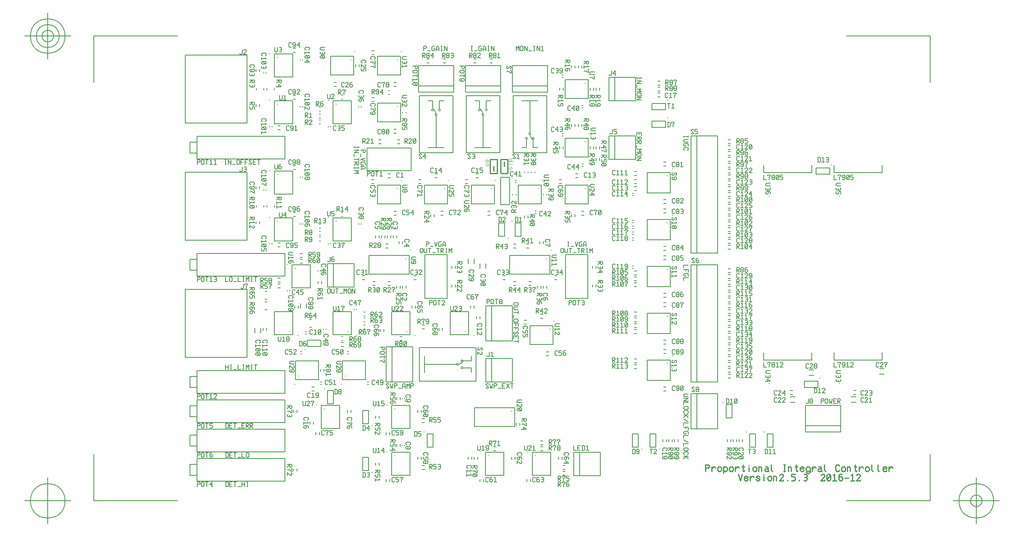
<source format=gbr>
G04 Generated by Ultiboard 12.0 *
%FSLAX25Y25*%
%MOIN*%

%ADD10C,0.00001*%
%ADD11C,0.00612*%
%ADD12C,0.00600*%
%ADD13C,0.00591*%
%ADD14C,0.00630*%
%ADD15C,0.00875*%
%ADD16C,0.01000*%
%ADD17C,0.00367*%
%ADD18C,0.00800*%
%ADD19C,0.00500*%
%ADD20C,0.01260*%


G04 ColorRGB FFFF00 for the following layer *
%LNSilkscreen Top*%
%LPD*%
G54D10*
G54D11*
X126864Y345425D02*
X126864Y349362D01*
X128432Y349362D01*
X129216Y348575D01*
X129216Y348181D01*
X128432Y347394D01*
X126864Y347394D01*
X127256Y347394D02*
X129216Y345425D01*
X131568Y345425D02*
X131568Y347394D01*
X132744Y348575D01*
X132744Y349362D01*
X130392Y349362D01*
X130392Y348575D01*
X107864Y335425D02*
X107864Y339362D01*
X109432Y339362D01*
X110216Y338575D01*
X110216Y338181D01*
X109432Y337394D01*
X107864Y337394D01*
X108256Y337394D02*
X110216Y335425D01*
X113352Y339362D02*
X112176Y339362D01*
X111392Y338575D01*
X111392Y337000D01*
X111392Y336213D01*
X112176Y335425D01*
X112960Y335425D01*
X113744Y336213D01*
X113744Y337000D01*
X112960Y337787D01*
X112176Y337787D01*
X111392Y337000D01*
X117392Y345606D02*
X117392Y342457D01*
X118176Y341669D01*
X118960Y341669D01*
X119744Y342457D01*
X119744Y345606D01*
X120920Y344819D02*
X121703Y345606D01*
X122487Y345606D01*
X123271Y344819D01*
X123271Y344425D01*
X120920Y341669D01*
X123271Y341669D01*
X123271Y342063D01*
X98392Y325669D02*
X98392Y329606D01*
X99960Y329606D01*
X100744Y328819D01*
X100744Y328425D01*
X99960Y327638D01*
X98392Y327638D01*
X98784Y327638D02*
X100744Y325669D01*
X102311Y328819D02*
X103095Y329606D01*
X103095Y325669D01*
X101920Y325669D02*
X104271Y325669D01*
X84744Y315457D02*
X83960Y314669D01*
X83176Y314669D01*
X82392Y315457D01*
X82392Y317819D01*
X83176Y318606D01*
X83960Y318606D01*
X84744Y317819D01*
X85920Y315457D02*
X86703Y314669D01*
X87487Y314669D01*
X88271Y315457D01*
X88271Y317031D01*
X88271Y317819D01*
X87487Y318606D01*
X86703Y318606D01*
X85920Y317819D01*
X85920Y317031D01*
X86703Y316244D01*
X87487Y316244D01*
X88271Y317031D01*
X89839Y317819D02*
X90623Y318606D01*
X90623Y314669D01*
X89447Y314669D02*
X91799Y314669D01*
X125392Y245669D02*
X125392Y249606D01*
X126960Y249606D01*
X127744Y248819D01*
X127744Y248425D01*
X126960Y247638D01*
X125392Y247638D01*
X125784Y247638D02*
X127744Y245669D01*
X129311Y248819D02*
X130095Y249606D01*
X130095Y245669D01*
X128920Y245669D02*
X131271Y245669D01*
X134799Y247244D02*
X132447Y247244D01*
X134407Y249606D01*
X134407Y245669D01*
X134015Y245669D02*
X134799Y245669D01*
X98392Y225669D02*
X98392Y229606D01*
X99960Y229606D01*
X100744Y228819D01*
X100744Y228425D01*
X99960Y227638D01*
X98392Y227638D01*
X98784Y227638D02*
X100744Y225669D01*
X103487Y225669D02*
X102703Y225669D01*
X101920Y226457D01*
X101920Y227244D01*
X102311Y227638D01*
X101920Y228031D01*
X101920Y228819D01*
X102703Y229606D01*
X103487Y229606D01*
X104271Y228819D01*
X104271Y228031D01*
X103879Y227638D01*
X104271Y227244D01*
X104271Y226457D01*
X103487Y225669D01*
X102311Y227638D02*
X103879Y227638D01*
X198392Y376669D02*
X198392Y380606D01*
X199960Y380606D01*
X200744Y379819D01*
X200744Y379425D01*
X199960Y378638D01*
X198392Y378638D01*
X198784Y378638D02*
X200744Y376669D01*
X203487Y376669D02*
X202703Y376669D01*
X201920Y377457D01*
X201920Y378244D01*
X202311Y378638D01*
X201920Y379031D01*
X201920Y379819D01*
X202703Y380606D01*
X203487Y380606D01*
X204271Y379819D01*
X204271Y379031D01*
X203879Y378638D01*
X204271Y378244D01*
X204271Y377457D01*
X203487Y376669D01*
X202311Y378638D02*
X203879Y378638D01*
X207799Y378244D02*
X205447Y378244D01*
X207407Y380606D01*
X207407Y376669D01*
X207015Y376669D02*
X207799Y376669D01*
X255392Y376669D02*
X255392Y380606D01*
X256960Y380606D01*
X257744Y379819D01*
X257744Y379425D01*
X256960Y378638D01*
X255392Y378638D01*
X255784Y378638D02*
X257744Y376669D01*
X260487Y376669D02*
X259703Y376669D01*
X258920Y377457D01*
X258920Y378244D01*
X259311Y378638D01*
X258920Y379031D01*
X258920Y379819D01*
X259703Y380606D01*
X260487Y380606D01*
X261271Y379819D01*
X261271Y379031D01*
X260879Y378638D01*
X261271Y378244D01*
X261271Y377457D01*
X260487Y376669D01*
X259311Y378638D02*
X260879Y378638D01*
X262839Y379819D02*
X263623Y380606D01*
X263623Y376669D01*
X262447Y376669D02*
X264799Y376669D01*
X238392Y376669D02*
X238392Y380606D01*
X239960Y380606D01*
X240744Y379819D01*
X240744Y379425D01*
X239960Y378638D01*
X238392Y378638D01*
X238784Y378638D02*
X240744Y376669D01*
X243487Y376669D02*
X242703Y376669D01*
X241920Y377457D01*
X241920Y378244D01*
X242311Y378638D01*
X241920Y379031D01*
X241920Y379819D01*
X242703Y380606D01*
X243487Y380606D01*
X244271Y379819D01*
X244271Y379031D01*
X243879Y378638D01*
X244271Y378244D01*
X244271Y377457D01*
X243487Y376669D01*
X242311Y378638D02*
X243879Y378638D01*
X245447Y379819D02*
X246231Y380606D01*
X247015Y380606D01*
X247799Y379819D01*
X247799Y379425D01*
X245447Y376669D01*
X247799Y376669D01*
X247799Y377063D01*
X204392Y25669D02*
X204392Y29606D01*
X205960Y29606D01*
X206744Y28819D01*
X206744Y28425D01*
X205960Y27638D01*
X204392Y27638D01*
X204784Y27638D02*
X206744Y25669D01*
X210271Y29606D02*
X207920Y29606D01*
X207920Y28031D01*
X209487Y28031D01*
X210271Y27244D01*
X210271Y26457D01*
X209487Y25669D01*
X207920Y25669D01*
X211839Y29213D02*
X212231Y29606D01*
X213015Y29606D01*
X213799Y28819D01*
X213799Y28031D01*
X213407Y27638D01*
X213799Y27244D01*
X213799Y26457D01*
X213015Y25669D01*
X212231Y25669D01*
X211839Y26063D01*
X212231Y27638D02*
X213407Y27638D01*
X204392Y65669D02*
X204392Y69606D01*
X205960Y69606D01*
X206744Y68819D01*
X206744Y68425D01*
X205960Y67638D01*
X204392Y67638D01*
X204784Y67638D02*
X206744Y65669D01*
X210271Y69606D02*
X207920Y69606D01*
X207920Y68031D01*
X209487Y68031D01*
X210271Y67244D01*
X210271Y66457D01*
X209487Y65669D01*
X207920Y65669D01*
X213799Y69606D02*
X211447Y69606D01*
X211447Y68031D01*
X213015Y68031D01*
X213799Y67244D01*
X213799Y66457D01*
X213015Y65669D01*
X211447Y65669D01*
X255392Y45669D02*
X255392Y49606D01*
X256960Y49606D01*
X257744Y48819D01*
X257744Y48425D01*
X256960Y47638D01*
X255392Y47638D01*
X255784Y47638D02*
X257744Y45669D01*
X260095Y45669D02*
X260095Y47638D01*
X261271Y48819D01*
X261271Y49606D01*
X258920Y49606D01*
X258920Y48819D01*
X262839Y48819D02*
X263623Y49606D01*
X263623Y45669D01*
X262447Y45669D02*
X264799Y45669D01*
X285392Y45606D02*
X285392Y42457D01*
X286176Y41669D01*
X286960Y41669D01*
X287744Y42457D01*
X287744Y45606D01*
X288920Y44819D02*
X289703Y45606D01*
X290487Y45606D01*
X291271Y44819D01*
X291271Y44425D01*
X288920Y41669D01*
X291271Y41669D01*
X291271Y42063D01*
X292839Y44819D02*
X293623Y45606D01*
X293623Y41669D01*
X292447Y41669D02*
X294799Y41669D01*
X245392Y45606D02*
X245392Y42457D01*
X246176Y41669D01*
X246960Y41669D01*
X247744Y42457D01*
X247744Y45606D01*
X249311Y44819D02*
X250095Y45606D01*
X250095Y41669D01*
X248920Y41669D02*
X251271Y41669D01*
X252447Y42457D02*
X253231Y41669D01*
X254015Y41669D01*
X254799Y42457D01*
X254799Y44031D01*
X254799Y44819D01*
X254015Y45606D01*
X253231Y45606D01*
X252447Y44819D01*
X252447Y44031D01*
X253231Y43244D01*
X254015Y43244D01*
X254799Y44031D01*
X144392Y140669D02*
X144392Y144606D01*
X145960Y144606D01*
X146744Y143819D01*
X146744Y143425D01*
X145960Y142638D01*
X144392Y142638D01*
X144784Y142638D02*
X146744Y140669D01*
X149879Y144606D02*
X148703Y144606D01*
X147920Y143819D01*
X147920Y142244D01*
X147920Y141457D01*
X148703Y140669D01*
X149487Y140669D01*
X150271Y141457D01*
X150271Y142244D01*
X149487Y143031D01*
X148703Y143031D01*
X147920Y142244D01*
X152623Y140669D02*
X152623Y142638D01*
X153799Y143819D01*
X153799Y144606D01*
X151447Y144606D01*
X151447Y143819D01*
X175392Y130669D02*
X175392Y134606D01*
X176960Y134606D01*
X177744Y133819D01*
X177744Y133425D01*
X176960Y132638D01*
X175392Y132638D01*
X175784Y132638D02*
X177744Y130669D01*
X180487Y130669D02*
X179703Y130669D01*
X178920Y131457D01*
X178920Y132244D01*
X179311Y132638D01*
X178920Y133031D01*
X178920Y133819D01*
X179703Y134606D01*
X180487Y134606D01*
X181271Y133819D01*
X181271Y133031D01*
X180879Y132638D01*
X181271Y132244D01*
X181271Y131457D01*
X180487Y130669D01*
X179311Y132638D02*
X180879Y132638D01*
X182447Y133819D02*
X183231Y134606D01*
X184015Y134606D01*
X184799Y133819D01*
X184799Y131457D01*
X184015Y130669D01*
X183231Y130669D01*
X182447Y131457D01*
X182447Y133819D01*
X184799Y133819D02*
X182447Y131457D01*
X315354Y149624D02*
X312205Y149624D01*
X311417Y148840D01*
X311417Y148056D01*
X312205Y147272D01*
X315354Y147272D01*
X314567Y145704D02*
X315354Y144920D01*
X311417Y144920D01*
X311417Y146096D02*
X311417Y143745D01*
X314567Y142569D02*
X315354Y141785D01*
X315354Y141001D01*
X314567Y140217D01*
X314173Y140217D01*
X311417Y142569D01*
X311417Y140217D01*
X311811Y140217D01*
X313744Y123457D02*
X312960Y122669D01*
X312176Y122669D01*
X311392Y123457D01*
X311392Y125819D01*
X312176Y126606D01*
X312960Y126606D01*
X313744Y125819D01*
X317271Y126606D02*
X314920Y126606D01*
X314920Y125031D01*
X316487Y125031D01*
X317271Y124244D01*
X317271Y123457D01*
X316487Y122669D01*
X314920Y122669D01*
X320407Y126606D02*
X319231Y126606D01*
X318447Y125819D01*
X318447Y124244D01*
X318447Y123457D01*
X319231Y122669D01*
X320015Y122669D01*
X320799Y123457D01*
X320799Y124244D01*
X320015Y125031D01*
X319231Y125031D01*
X318447Y124244D01*
X284969Y145256D02*
X284181Y146040D01*
X284181Y146824D01*
X284969Y147608D01*
X287331Y147608D01*
X288118Y146824D01*
X288118Y146040D01*
X287331Y145256D01*
X288118Y141729D02*
X288118Y144080D01*
X286543Y144080D01*
X286543Y142513D01*
X285756Y141729D01*
X284969Y141729D01*
X284181Y142513D01*
X284181Y144080D01*
X288118Y138201D02*
X288118Y140553D01*
X286543Y140553D01*
X286543Y138985D01*
X285756Y138201D01*
X284969Y138201D01*
X284181Y138985D01*
X284181Y140553D01*
X264744Y192457D02*
X263960Y191669D01*
X263176Y191669D01*
X262392Y192457D01*
X262392Y194819D01*
X263176Y195606D01*
X263960Y195606D01*
X264744Y194819D01*
X266311Y195213D02*
X266703Y195606D01*
X267487Y195606D01*
X268271Y194819D01*
X268271Y194031D01*
X267879Y193638D01*
X268271Y193244D01*
X268271Y192457D01*
X267487Y191669D01*
X266703Y191669D01*
X266311Y192063D01*
X266703Y193638D02*
X267879Y193638D01*
X269839Y195213D02*
X270231Y195606D01*
X271015Y195606D01*
X271799Y194819D01*
X271799Y194031D01*
X271407Y193638D01*
X271799Y193244D01*
X271799Y192457D01*
X271015Y191669D01*
X270231Y191669D01*
X269839Y192063D01*
X270231Y193638D02*
X271407Y193638D01*
X291181Y294608D02*
X295118Y294608D01*
X295118Y293040D01*
X294331Y292256D01*
X293937Y292256D01*
X293150Y293040D01*
X293150Y294608D01*
X293150Y294216D02*
X291181Y292256D01*
X294724Y290689D02*
X295118Y290297D01*
X295118Y289513D01*
X294331Y288729D01*
X293543Y288729D01*
X293150Y289121D01*
X292756Y288729D01*
X291969Y288729D01*
X291181Y289513D01*
X291181Y290297D01*
X291575Y290689D01*
X293150Y290297D02*
X293150Y289121D01*
X291181Y285985D02*
X291181Y286769D01*
X291969Y287553D01*
X292756Y287553D01*
X293150Y287161D01*
X293543Y287553D01*
X294331Y287553D01*
X295118Y286769D01*
X295118Y285985D01*
X294331Y285201D01*
X293543Y285201D01*
X293150Y285593D01*
X292756Y285201D01*
X291969Y285201D01*
X291181Y285985D01*
X293150Y287161D02*
X293150Y285593D01*
X176181Y175608D02*
X180118Y175608D01*
X180118Y174040D01*
X179331Y173256D01*
X178937Y173256D01*
X178150Y174040D01*
X178150Y175608D01*
X178150Y175216D02*
X176181Y173256D01*
X179331Y172080D02*
X180118Y171297D01*
X180118Y170513D01*
X179331Y169729D01*
X178937Y169729D01*
X176181Y172080D01*
X176181Y169729D01*
X176575Y169729D01*
X180118Y166201D02*
X180118Y168553D01*
X178543Y168553D01*
X178543Y166985D01*
X177756Y166201D01*
X176969Y166201D01*
X176181Y166985D01*
X176181Y168553D01*
X181969Y173256D02*
X181181Y174040D01*
X181181Y174824D01*
X181969Y175608D01*
X184331Y175608D01*
X185118Y174824D01*
X185118Y174040D01*
X184331Y173256D01*
X184331Y172080D02*
X185118Y171297D01*
X185118Y170513D01*
X184331Y169729D01*
X183937Y169729D01*
X181181Y172080D01*
X181181Y169729D01*
X181575Y169729D01*
X192835Y206695D02*
X189685Y206695D01*
X188898Y205911D01*
X188898Y205127D01*
X189685Y204343D01*
X192835Y204343D01*
X189685Y203167D02*
X188898Y202383D01*
X188898Y201599D01*
X189685Y200815D01*
X191260Y200815D01*
X192047Y200815D01*
X192835Y201599D01*
X192835Y202383D01*
X192047Y203167D01*
X191260Y203167D01*
X190472Y202383D01*
X190472Y201599D01*
X191260Y200815D01*
X144744Y192457D02*
X143960Y191669D01*
X143176Y191669D01*
X142392Y192457D01*
X142392Y194819D01*
X143176Y195606D01*
X143960Y195606D01*
X144744Y194819D01*
X146311Y195213D02*
X146703Y195606D01*
X147487Y195606D01*
X148271Y194819D01*
X148271Y194031D01*
X147879Y193638D01*
X148271Y193244D01*
X148271Y192457D01*
X147487Y191669D01*
X146703Y191669D01*
X146311Y192063D01*
X146703Y193638D02*
X147879Y193638D01*
X149839Y194819D02*
X150623Y195606D01*
X150623Y191669D01*
X149447Y191669D02*
X151799Y191669D01*
X190744Y192457D02*
X189960Y191669D01*
X189176Y191669D01*
X188392Y192457D01*
X188392Y194819D01*
X189176Y195606D01*
X189960Y195606D01*
X190744Y194819D01*
X192311Y195213D02*
X192703Y195606D01*
X193487Y195606D01*
X194271Y194819D01*
X194271Y194031D01*
X193879Y193638D01*
X194271Y193244D01*
X194271Y192457D01*
X193487Y191669D01*
X192703Y191669D01*
X192311Y192063D01*
X192703Y193638D02*
X193879Y193638D01*
X195447Y194819D02*
X196231Y195606D01*
X197015Y195606D01*
X197799Y194819D01*
X197799Y194425D01*
X195447Y191669D01*
X197799Y191669D01*
X197799Y192063D01*
X88118Y210608D02*
X84969Y210608D01*
X84181Y209824D01*
X84181Y209040D01*
X84969Y208256D01*
X88118Y208256D01*
X87331Y206689D02*
X88118Y205905D01*
X84181Y205905D01*
X84181Y207080D02*
X84181Y204729D01*
X88118Y201593D02*
X88118Y202769D01*
X87331Y203553D01*
X85756Y203553D01*
X84969Y203553D01*
X84181Y202769D01*
X84181Y201985D01*
X84969Y201201D01*
X85756Y201201D01*
X86543Y201985D01*
X86543Y202769D01*
X85756Y203553D01*
X223744Y243457D02*
X222960Y242669D01*
X222176Y242669D01*
X221392Y243457D01*
X221392Y245819D01*
X222176Y246606D01*
X222960Y246606D01*
X223744Y245819D01*
X226095Y242669D02*
X226095Y244638D01*
X227271Y245819D01*
X227271Y246606D01*
X224920Y246606D01*
X224920Y245819D01*
X228447Y245819D02*
X229231Y246606D01*
X230015Y246606D01*
X230799Y245819D01*
X230799Y245425D01*
X228447Y242669D01*
X230799Y242669D01*
X230799Y243063D01*
X131744Y352457D02*
X130960Y351669D01*
X130176Y351669D01*
X129392Y352457D01*
X129392Y354819D01*
X130176Y355606D01*
X130960Y355606D01*
X131744Y354819D01*
X132920Y354819D02*
X133703Y355606D01*
X134487Y355606D01*
X135271Y354819D01*
X135271Y354425D01*
X132920Y351669D01*
X135271Y351669D01*
X135271Y352063D01*
X138407Y355606D02*
X137231Y355606D01*
X136447Y354819D01*
X136447Y353244D01*
X136447Y352457D01*
X137231Y351669D01*
X138015Y351669D01*
X138799Y352457D01*
X138799Y353244D01*
X138015Y354031D01*
X137231Y354031D01*
X136447Y353244D01*
X86744Y386457D02*
X85960Y385669D01*
X85176Y385669D01*
X84392Y386457D01*
X84392Y388819D01*
X85176Y389606D01*
X85960Y389606D01*
X86744Y388819D01*
X87920Y386457D02*
X88703Y385669D01*
X89487Y385669D01*
X90271Y386457D01*
X90271Y388031D01*
X90271Y388819D01*
X89487Y389606D01*
X88703Y389606D01*
X87920Y388819D01*
X87920Y388031D01*
X88703Y387244D01*
X89487Y387244D01*
X90271Y388031D01*
X93799Y387244D02*
X91447Y387244D01*
X93407Y389606D01*
X93407Y385669D01*
X93015Y385669D02*
X93799Y385669D01*
X263744Y243457D02*
X262960Y242669D01*
X262176Y242669D01*
X261392Y243457D01*
X261392Y245819D01*
X262176Y246606D01*
X262960Y246606D01*
X263744Y245819D01*
X266095Y242669D02*
X266095Y244638D01*
X267271Y245819D01*
X267271Y246606D01*
X264920Y246606D01*
X264920Y245819D01*
X270799Y244244D02*
X268447Y244244D01*
X270407Y246606D01*
X270407Y242669D01*
X270015Y242669D02*
X270799Y242669D01*
X98969Y243256D02*
X98181Y244040D01*
X98181Y244824D01*
X98969Y245608D01*
X101331Y245608D01*
X102118Y244824D01*
X102118Y244040D01*
X101331Y243256D01*
X101331Y241689D02*
X102118Y240905D01*
X98181Y240905D01*
X98181Y242080D02*
X98181Y239729D01*
X101331Y238553D02*
X102118Y237769D01*
X102118Y236985D01*
X101331Y236201D01*
X98969Y236201D01*
X98181Y236985D01*
X98181Y237769D01*
X98969Y238553D01*
X101331Y238553D01*
X101331Y236201D02*
X98969Y238553D01*
X102118Y233066D02*
X102118Y234241D01*
X101331Y235025D01*
X99756Y235025D01*
X98969Y235025D01*
X98181Y234241D01*
X98181Y233458D01*
X98969Y232674D01*
X99756Y232674D01*
X100543Y233458D01*
X100543Y234241D01*
X99756Y235025D01*
X86744Y346457D02*
X85960Y345669D01*
X85176Y345669D01*
X84392Y346457D01*
X84392Y348819D01*
X85176Y349606D01*
X85960Y349606D01*
X86744Y348819D01*
X87920Y346457D02*
X88703Y345669D01*
X89487Y345669D01*
X90271Y346457D01*
X90271Y348031D01*
X90271Y348819D01*
X89487Y349606D01*
X88703Y349606D01*
X87920Y348819D01*
X87920Y348031D01*
X88703Y347244D01*
X89487Y347244D01*
X90271Y348031D01*
X91447Y348819D02*
X92231Y349606D01*
X93015Y349606D01*
X93799Y348819D01*
X93799Y348425D01*
X91447Y345669D01*
X93799Y345669D01*
X93799Y346063D01*
X98392Y319669D02*
X98392Y323606D01*
X99960Y323606D01*
X100744Y322819D01*
X100744Y322425D01*
X99960Y321638D01*
X98392Y321638D01*
X98784Y321638D02*
X100744Y319669D01*
X101920Y322819D02*
X102703Y323606D01*
X103487Y323606D01*
X104271Y322819D01*
X104271Y322425D01*
X101920Y319669D01*
X104271Y319669D01*
X104271Y320063D01*
X98392Y219669D02*
X98392Y223606D01*
X99960Y223606D01*
X100744Y222819D01*
X100744Y222425D01*
X99960Y221638D01*
X98392Y221638D01*
X98784Y221638D02*
X100744Y219669D01*
X101920Y220457D02*
X102703Y219669D01*
X103487Y219669D01*
X104271Y220457D01*
X104271Y222031D01*
X104271Y222819D01*
X103487Y223606D01*
X102703Y223606D01*
X101920Y222819D01*
X101920Y222031D01*
X102703Y221244D01*
X103487Y221244D01*
X104271Y222031D01*
X124744Y215457D02*
X123960Y214669D01*
X123176Y214669D01*
X122392Y215457D01*
X122392Y217819D01*
X123176Y218606D01*
X123960Y218606D01*
X124744Y217819D01*
X126311Y218213D02*
X126703Y218606D01*
X127487Y218606D01*
X128271Y217819D01*
X128271Y217031D01*
X127879Y216638D01*
X128271Y216244D01*
X128271Y215457D01*
X127487Y214669D01*
X126703Y214669D01*
X126311Y215063D01*
X126703Y216638D02*
X127879Y216638D01*
X130623Y214669D02*
X130623Y216638D01*
X131799Y217819D01*
X131799Y218606D01*
X129447Y218606D01*
X129447Y217819D01*
X124744Y315457D02*
X123960Y314669D01*
X123176Y314669D01*
X122392Y315457D01*
X122392Y317819D01*
X123176Y318606D01*
X123960Y318606D01*
X124744Y317819D01*
X126311Y318213D02*
X126703Y318606D01*
X127487Y318606D01*
X128271Y317819D01*
X128271Y317031D01*
X127879Y316638D01*
X128271Y316244D01*
X128271Y315457D01*
X127487Y314669D01*
X126703Y314669D01*
X126311Y315063D01*
X126703Y316638D02*
X127879Y316638D01*
X131799Y318606D02*
X129447Y318606D01*
X129447Y317031D01*
X131015Y317031D01*
X131799Y316244D01*
X131799Y315457D01*
X131015Y314669D01*
X129447Y314669D01*
X283118Y84608D02*
X279969Y84608D01*
X279181Y83824D01*
X279181Y83040D01*
X279969Y82256D01*
X283118Y82256D01*
X282331Y81080D02*
X283118Y80297D01*
X283118Y79513D01*
X282331Y78729D01*
X281937Y78729D01*
X279181Y81080D01*
X279181Y78729D01*
X279575Y78729D01*
X282331Y77553D02*
X283118Y76769D01*
X283118Y75985D01*
X282331Y75201D01*
X279969Y75201D01*
X279181Y75985D01*
X279181Y76769D01*
X279969Y77553D01*
X282331Y77553D01*
X282331Y75201D02*
X279969Y77553D01*
X238969Y193256D02*
X238181Y194040D01*
X238181Y194824D01*
X238969Y195608D01*
X241331Y195608D01*
X242118Y194824D01*
X242118Y194040D01*
X241331Y193256D01*
X241331Y192080D02*
X242118Y191297D01*
X242118Y190513D01*
X241331Y189729D01*
X240937Y189729D01*
X238181Y192080D01*
X238181Y189729D01*
X238575Y189729D01*
X238969Y188553D02*
X238181Y187769D01*
X238181Y186985D01*
X238969Y186201D01*
X240543Y186201D01*
X241331Y186201D01*
X242118Y186985D01*
X242118Y187769D01*
X241331Y188553D01*
X240543Y188553D01*
X239756Y187769D01*
X239756Y186985D01*
X240543Y186201D01*
X248969Y189256D02*
X248181Y190040D01*
X248181Y190824D01*
X248969Y191608D01*
X251331Y191608D01*
X252118Y190824D01*
X252118Y190040D01*
X251331Y189256D01*
X251724Y187689D02*
X252118Y187297D01*
X252118Y186513D01*
X251331Y185729D01*
X250543Y185729D01*
X250150Y186121D01*
X249756Y185729D01*
X248969Y185729D01*
X248181Y186513D01*
X248181Y187297D01*
X248575Y187689D01*
X250150Y187297D02*
X250150Y186121D01*
X251331Y184553D02*
X252118Y183769D01*
X252118Y182985D01*
X251331Y182201D01*
X248969Y182201D01*
X248181Y182985D01*
X248181Y183769D01*
X248969Y184553D01*
X251331Y184553D01*
X251331Y182201D02*
X248969Y184553D01*
X129118Y117608D02*
X125969Y117608D01*
X125181Y116824D01*
X125181Y116040D01*
X125969Y115256D01*
X129118Y115256D01*
X128331Y114080D02*
X129118Y113297D01*
X129118Y112513D01*
X128331Y111729D01*
X127937Y111729D01*
X125181Y114080D01*
X125181Y111729D01*
X125575Y111729D01*
X125181Y108985D02*
X125181Y109769D01*
X125969Y110553D01*
X126756Y110553D01*
X127150Y110161D01*
X127543Y110553D01*
X128331Y110553D01*
X129118Y109769D01*
X129118Y108985D01*
X128331Y108201D01*
X127543Y108201D01*
X127150Y108593D01*
X126756Y108201D01*
X125969Y108201D01*
X125181Y108985D01*
X127150Y110161D02*
X127150Y108593D01*
X174744Y55457D02*
X173960Y54669D01*
X173176Y54669D01*
X172392Y55457D01*
X172392Y57819D01*
X173176Y58606D01*
X173960Y58606D01*
X174744Y57819D01*
X178271Y58606D02*
X175920Y58606D01*
X175920Y57031D01*
X177487Y57031D01*
X178271Y56244D01*
X178271Y55457D01*
X177487Y54669D01*
X175920Y54669D01*
X179447Y55457D02*
X180231Y54669D01*
X181015Y54669D01*
X181799Y55457D01*
X181799Y57031D01*
X181799Y57819D01*
X181015Y58606D01*
X180231Y58606D01*
X179447Y57819D01*
X179447Y57031D01*
X180231Y56244D01*
X181015Y56244D01*
X181799Y57031D01*
X174744Y15457D02*
X173960Y14669D01*
X173176Y14669D01*
X172392Y15457D01*
X172392Y17819D01*
X173176Y18606D01*
X173960Y18606D01*
X174744Y17819D01*
X178271Y18606D02*
X175920Y18606D01*
X175920Y17031D01*
X177487Y17031D01*
X178271Y16244D01*
X178271Y15457D01*
X177487Y14669D01*
X175920Y14669D01*
X180623Y14669D02*
X180623Y16638D01*
X181799Y17819D01*
X181799Y18606D01*
X179447Y18606D01*
X179447Y17819D01*
X254744Y15457D02*
X253960Y14669D01*
X253176Y14669D01*
X252392Y15457D01*
X252392Y17819D01*
X253176Y18606D01*
X253960Y18606D01*
X254744Y17819D01*
X257879Y18606D02*
X256703Y18606D01*
X255920Y17819D01*
X255920Y16244D01*
X255920Y15457D01*
X256703Y14669D01*
X257487Y14669D01*
X258271Y15457D01*
X258271Y16244D01*
X257487Y17031D01*
X256703Y17031D01*
X255920Y16244D01*
X259839Y17819D02*
X260623Y18606D01*
X260623Y14669D01*
X259447Y14669D02*
X261799Y14669D01*
X294744Y15457D02*
X293960Y14669D01*
X293176Y14669D01*
X292392Y15457D01*
X292392Y17819D01*
X293176Y18606D01*
X293960Y18606D01*
X294744Y17819D01*
X297879Y18606D02*
X296703Y18606D01*
X295920Y17819D01*
X295920Y16244D01*
X295920Y15457D01*
X296703Y14669D01*
X297487Y14669D01*
X298271Y15457D01*
X298271Y16244D01*
X297487Y17031D01*
X296703Y17031D01*
X295920Y16244D01*
X299839Y18213D02*
X300231Y18606D01*
X301015Y18606D01*
X301799Y17819D01*
X301799Y17031D01*
X301407Y16638D01*
X301799Y16244D01*
X301799Y15457D01*
X301015Y14669D01*
X300231Y14669D01*
X299839Y15063D01*
X300231Y16638D02*
X301407Y16638D01*
X306392Y46669D02*
X306392Y50606D01*
X307960Y50606D01*
X308744Y49819D01*
X308744Y49425D01*
X307960Y48638D01*
X306392Y48638D01*
X306784Y48638D02*
X308744Y46669D01*
X311095Y46669D02*
X311095Y48638D01*
X312271Y49819D01*
X312271Y50606D01*
X309920Y50606D01*
X309920Y49819D01*
X314623Y46669D02*
X314623Y48638D01*
X315799Y49819D01*
X315799Y50606D01*
X313447Y50606D01*
X313447Y49819D01*
X413744Y204457D02*
X412960Y203669D01*
X412176Y203669D01*
X411392Y204457D01*
X411392Y206819D01*
X412176Y207606D01*
X412960Y207606D01*
X413744Y206819D01*
X416487Y203669D02*
X415703Y203669D01*
X414920Y204457D01*
X414920Y205244D01*
X415311Y205638D01*
X414920Y206031D01*
X414920Y206819D01*
X415703Y207606D01*
X416487Y207606D01*
X417271Y206819D01*
X417271Y206031D01*
X416879Y205638D01*
X417271Y205244D01*
X417271Y204457D01*
X416487Y203669D01*
X415311Y205638D02*
X416879Y205638D01*
X420799Y207606D02*
X418447Y207606D01*
X418447Y206031D01*
X420015Y206031D01*
X420799Y205244D01*
X420799Y204457D01*
X420015Y203669D01*
X418447Y203669D01*
X413744Y164457D02*
X412960Y163669D01*
X412176Y163669D01*
X411392Y164457D01*
X411392Y166819D01*
X412176Y167606D01*
X412960Y167606D01*
X413744Y166819D01*
X416487Y163669D02*
X415703Y163669D01*
X414920Y164457D01*
X414920Y165244D01*
X415311Y165638D01*
X414920Y166031D01*
X414920Y166819D01*
X415703Y167606D01*
X416487Y167606D01*
X417271Y166819D01*
X417271Y166031D01*
X416879Y165638D01*
X417271Y165244D01*
X417271Y164457D01*
X416487Y163669D01*
X415311Y165638D02*
X416879Y165638D01*
X419623Y163669D02*
X419623Y165638D01*
X420799Y166819D01*
X420799Y167606D01*
X418447Y167606D01*
X418447Y166819D01*
X413744Y124457D02*
X412960Y123669D01*
X412176Y123669D01*
X411392Y124457D01*
X411392Y126819D01*
X412176Y127606D01*
X412960Y127606D01*
X413744Y126819D01*
X416487Y123669D02*
X415703Y123669D01*
X414920Y124457D01*
X414920Y125244D01*
X415311Y125638D01*
X414920Y126031D01*
X414920Y126819D01*
X415703Y127606D01*
X416487Y127606D01*
X417271Y126819D01*
X417271Y126031D01*
X416879Y125638D01*
X417271Y125244D01*
X417271Y124457D01*
X416487Y123669D01*
X415311Y125638D02*
X416879Y125638D01*
X418447Y124457D02*
X419231Y123669D01*
X420015Y123669D01*
X420799Y124457D01*
X420799Y126031D01*
X420799Y126819D01*
X420015Y127606D01*
X419231Y127606D01*
X418447Y126819D01*
X418447Y126031D01*
X419231Y125244D01*
X420015Y125244D01*
X420799Y126031D01*
X83181Y29608D02*
X87118Y29608D01*
X87118Y28040D01*
X86331Y27256D01*
X85937Y27256D01*
X85150Y28040D01*
X85150Y29608D01*
X85150Y29216D02*
X83181Y27256D01*
X83181Y24905D02*
X85150Y24905D01*
X86331Y23729D01*
X87118Y23729D01*
X87118Y26080D01*
X86331Y26080D01*
X86331Y22553D02*
X87118Y21769D01*
X87118Y20985D01*
X86331Y20201D01*
X85937Y20201D01*
X83181Y22553D01*
X83181Y20201D01*
X83575Y20201D01*
X413744Y253457D02*
X412960Y252669D01*
X412176Y252669D01*
X411392Y253457D01*
X411392Y255819D01*
X412176Y256606D01*
X412960Y256606D01*
X413744Y255819D01*
X416487Y252669D02*
X415703Y252669D01*
X414920Y253457D01*
X414920Y254244D01*
X415311Y254638D01*
X414920Y255031D01*
X414920Y255819D01*
X415703Y256606D01*
X416487Y256606D01*
X417271Y255819D01*
X417271Y255031D01*
X416879Y254638D01*
X417271Y254244D01*
X417271Y253457D01*
X416487Y252669D01*
X415311Y254638D02*
X416879Y254638D01*
X418447Y255819D02*
X419231Y256606D01*
X420015Y256606D01*
X420799Y255819D01*
X420799Y255425D01*
X418447Y252669D01*
X420799Y252669D01*
X420799Y253063D01*
X413744Y213457D02*
X412960Y212669D01*
X412176Y212669D01*
X411392Y213457D01*
X411392Y215819D01*
X412176Y216606D01*
X412960Y216606D01*
X413744Y215819D01*
X416487Y212669D02*
X415703Y212669D01*
X414920Y213457D01*
X414920Y214244D01*
X415311Y214638D01*
X414920Y215031D01*
X414920Y215819D01*
X415703Y216606D01*
X416487Y216606D01*
X417271Y215819D01*
X417271Y215031D01*
X416879Y214638D01*
X417271Y214244D01*
X417271Y213457D01*
X416487Y212669D01*
X415311Y214638D02*
X416879Y214638D01*
X420799Y214244D02*
X418447Y214244D01*
X420407Y216606D01*
X420407Y212669D01*
X420015Y212669D02*
X420799Y212669D01*
X413744Y173457D02*
X412960Y172669D01*
X412176Y172669D01*
X411392Y173457D01*
X411392Y175819D01*
X412176Y176606D01*
X412960Y176606D01*
X413744Y175819D01*
X416487Y172669D02*
X415703Y172669D01*
X414920Y173457D01*
X414920Y174244D01*
X415311Y174638D01*
X414920Y175031D01*
X414920Y175819D01*
X415703Y176606D01*
X416487Y176606D01*
X417271Y175819D01*
X417271Y175031D01*
X416879Y174638D01*
X417271Y174244D01*
X417271Y173457D01*
X416487Y172669D01*
X415311Y174638D02*
X416879Y174638D01*
X420407Y176606D02*
X419231Y176606D01*
X418447Y175819D01*
X418447Y174244D01*
X418447Y173457D01*
X419231Y172669D01*
X420015Y172669D01*
X420799Y173457D01*
X420799Y174244D01*
X420015Y175031D01*
X419231Y175031D01*
X418447Y174244D01*
X413744Y133457D02*
X412960Y132669D01*
X412176Y132669D01*
X411392Y133457D01*
X411392Y135819D01*
X412176Y136606D01*
X412960Y136606D01*
X413744Y135819D01*
X416487Y132669D02*
X415703Y132669D01*
X414920Y133457D01*
X414920Y134244D01*
X415311Y134638D01*
X414920Y135031D01*
X414920Y135819D01*
X415703Y136606D01*
X416487Y136606D01*
X417271Y135819D01*
X417271Y135031D01*
X416879Y134638D01*
X417271Y134244D01*
X417271Y133457D01*
X416487Y132669D01*
X415311Y134638D02*
X416879Y134638D01*
X420015Y132669D02*
X419231Y132669D01*
X418447Y133457D01*
X418447Y134244D01*
X418839Y134638D01*
X418447Y135031D01*
X418447Y135819D01*
X419231Y136606D01*
X420015Y136606D01*
X420799Y135819D01*
X420799Y135031D01*
X420407Y134638D01*
X420799Y134244D01*
X420799Y133457D01*
X420015Y132669D01*
X418839Y134638D02*
X420407Y134638D01*
X413744Y93457D02*
X412960Y92669D01*
X412176Y92669D01*
X411392Y93457D01*
X411392Y95819D01*
X412176Y96606D01*
X412960Y96606D01*
X413744Y95819D01*
X414920Y93457D02*
X415703Y92669D01*
X416487Y92669D01*
X417271Y93457D01*
X417271Y95031D01*
X417271Y95819D01*
X416487Y96606D01*
X415703Y96606D01*
X414920Y95819D01*
X414920Y95031D01*
X415703Y94244D01*
X416487Y94244D01*
X417271Y95031D01*
X418447Y95819D02*
X419231Y96606D01*
X420015Y96606D01*
X420799Y95819D01*
X420799Y93457D01*
X420015Y92669D01*
X419231Y92669D01*
X418447Y93457D01*
X418447Y95819D01*
X420799Y95819D02*
X418447Y93457D01*
X413744Y284457D02*
X412960Y283669D01*
X412176Y283669D01*
X411392Y284457D01*
X411392Y286819D01*
X412176Y287606D01*
X412960Y287606D01*
X413744Y286819D01*
X416487Y283669D02*
X415703Y283669D01*
X414920Y284457D01*
X414920Y285244D01*
X415311Y285638D01*
X414920Y286031D01*
X414920Y286819D01*
X415703Y287606D01*
X416487Y287606D01*
X417271Y286819D01*
X417271Y286031D01*
X416879Y285638D01*
X417271Y285244D01*
X417271Y284457D01*
X416487Y283669D01*
X415311Y285638D02*
X416879Y285638D01*
X418839Y286819D02*
X419623Y287606D01*
X419623Y283669D01*
X418447Y283669D02*
X420799Y283669D01*
X411969Y278608D02*
X411181Y277824D01*
X411181Y277040D01*
X411969Y276256D01*
X414331Y278608D01*
X415118Y277824D01*
X415118Y277040D01*
X414331Y276256D01*
X411969Y275080D02*
X411181Y274297D01*
X411181Y273513D01*
X411969Y272729D01*
X413543Y272729D01*
X414331Y272729D01*
X415118Y273513D01*
X415118Y274297D01*
X414331Y275080D01*
X413543Y275080D01*
X412756Y274297D01*
X412756Y273513D01*
X413543Y272729D01*
X411969Y240372D02*
X411181Y239588D01*
X411181Y238804D01*
X411969Y238020D01*
X414331Y240372D01*
X415118Y239588D01*
X415118Y238804D01*
X414331Y238020D01*
X414331Y236452D02*
X415118Y235668D01*
X411181Y235668D01*
X411181Y236844D02*
X411181Y234493D01*
X414331Y233317D02*
X415118Y232533D01*
X415118Y231749D01*
X414331Y230965D01*
X411969Y230965D01*
X411181Y231749D01*
X411181Y232533D01*
X411969Y233317D01*
X414331Y233317D01*
X414331Y230965D02*
X411969Y233317D01*
X411969Y198608D02*
X411181Y197824D01*
X411181Y197040D01*
X411969Y196256D01*
X414331Y198608D01*
X415118Y197824D01*
X415118Y197040D01*
X414331Y196256D01*
X414331Y194689D02*
X415118Y193905D01*
X411181Y193905D01*
X411181Y195080D02*
X411181Y192729D01*
X414331Y191161D02*
X415118Y190377D01*
X411181Y190377D01*
X411181Y191553D02*
X411181Y189201D01*
X411969Y158608D02*
X411181Y157824D01*
X411181Y157040D01*
X411969Y156256D01*
X414331Y158608D01*
X415118Y157824D01*
X415118Y157040D01*
X414331Y156256D01*
X414331Y154689D02*
X415118Y153905D01*
X411181Y153905D01*
X411181Y155080D02*
X411181Y152729D01*
X414331Y151553D02*
X415118Y150769D01*
X415118Y149985D01*
X414331Y149201D01*
X413937Y149201D01*
X411181Y151553D01*
X411181Y149201D01*
X411575Y149201D01*
X411969Y118608D02*
X411181Y117824D01*
X411181Y117040D01*
X411969Y116256D01*
X414331Y118608D01*
X415118Y117824D01*
X415118Y117040D01*
X414331Y116256D01*
X414331Y114689D02*
X415118Y113905D01*
X411181Y113905D01*
X411181Y115080D02*
X411181Y112729D01*
X414724Y111161D02*
X415118Y110769D01*
X415118Y109985D01*
X414331Y109201D01*
X413543Y109201D01*
X413150Y109593D01*
X412756Y109201D01*
X411969Y109201D01*
X411181Y109985D01*
X411181Y110769D01*
X411575Y111161D01*
X413150Y110769D02*
X413150Y109593D01*
X310744Y192457D02*
X309960Y191669D01*
X309176Y191669D01*
X308392Y192457D01*
X308392Y194819D01*
X309176Y195606D01*
X309960Y195606D01*
X310744Y194819D01*
X312311Y195213D02*
X312703Y195606D01*
X313487Y195606D01*
X314271Y194819D01*
X314271Y194031D01*
X313879Y193638D01*
X314271Y193244D01*
X314271Y192457D01*
X313487Y191669D01*
X312703Y191669D01*
X312311Y192063D01*
X312703Y193638D02*
X313879Y193638D01*
X317799Y193244D02*
X315447Y193244D01*
X317407Y195606D01*
X317407Y191669D01*
X317015Y191669D02*
X317799Y191669D01*
X225118Y267608D02*
X221969Y267608D01*
X221181Y266824D01*
X221181Y266040D01*
X221969Y265256D01*
X225118Y265256D01*
X224331Y264080D02*
X225118Y263297D01*
X225118Y262513D01*
X224331Y261729D01*
X223937Y261729D01*
X221181Y264080D01*
X221181Y261729D01*
X221575Y261729D01*
X225118Y258201D02*
X225118Y260553D01*
X223543Y260553D01*
X223543Y258985D01*
X222756Y258201D01*
X221969Y258201D01*
X221181Y258985D01*
X221181Y260553D01*
X194969Y265256D02*
X194181Y266040D01*
X194181Y266824D01*
X194969Y267608D01*
X197331Y267608D01*
X198118Y266824D01*
X198118Y266040D01*
X197331Y265256D01*
X194181Y262905D02*
X196150Y262905D01*
X197331Y261729D01*
X198118Y261729D01*
X198118Y264080D01*
X197331Y264080D01*
X197331Y260161D02*
X198118Y259377D01*
X194181Y259377D01*
X194181Y260553D02*
X194181Y258201D01*
X106392Y235669D02*
X106392Y239606D01*
X107960Y239606D01*
X108744Y238819D01*
X108744Y238425D01*
X107960Y237638D01*
X106392Y237638D01*
X106784Y237638D02*
X108744Y235669D01*
X110311Y238819D02*
X111095Y239606D01*
X111095Y235669D01*
X109920Y235669D02*
X112271Y235669D01*
X113839Y239213D02*
X114231Y239606D01*
X115015Y239606D01*
X115799Y238819D01*
X115799Y238031D01*
X115407Y237638D01*
X115799Y237244D01*
X115799Y236457D01*
X115015Y235669D01*
X114231Y235669D01*
X113839Y236063D01*
X114231Y237638D02*
X115407Y237638D01*
X117392Y245606D02*
X117392Y242457D01*
X118176Y241669D01*
X118960Y241669D01*
X119744Y242457D01*
X119744Y245606D01*
X123271Y245606D02*
X120920Y245606D01*
X120920Y244031D01*
X122487Y244031D01*
X123271Y243244D01*
X123271Y242457D01*
X122487Y241669D01*
X120920Y241669D01*
X185118Y377608D02*
X181969Y377608D01*
X181181Y376824D01*
X181181Y376040D01*
X181969Y375256D01*
X185118Y375256D01*
X184724Y373689D02*
X185118Y373297D01*
X185118Y372513D01*
X184331Y371729D01*
X183543Y371729D01*
X183150Y372121D01*
X182756Y371729D01*
X181969Y371729D01*
X181181Y372513D01*
X181181Y373297D01*
X181575Y373689D01*
X183150Y373297D02*
X183150Y372121D01*
X184331Y370161D02*
X185118Y369377D01*
X181181Y369377D01*
X181181Y370553D02*
X181181Y368201D01*
X173969Y234256D02*
X173181Y235040D01*
X173181Y235824D01*
X173969Y236608D01*
X176331Y236608D01*
X177118Y235824D01*
X177118Y235040D01*
X176331Y234256D01*
X176724Y232689D02*
X177118Y232297D01*
X177118Y231513D01*
X176331Y230729D01*
X175543Y230729D01*
X175150Y231121D01*
X174756Y230729D01*
X173969Y230729D01*
X173181Y231513D01*
X173181Y232297D01*
X173575Y232689D01*
X175150Y232297D02*
X175150Y231121D01*
X199969Y77256D02*
X199181Y78040D01*
X199181Y78824D01*
X199969Y79608D01*
X202331Y79608D01*
X203118Y78824D01*
X203118Y78040D01*
X202331Y77256D01*
X203118Y74121D02*
X203118Y75297D01*
X202331Y76080D01*
X200756Y76080D01*
X199969Y76080D01*
X199181Y75297D01*
X199181Y74513D01*
X199969Y73729D01*
X200756Y73729D01*
X201543Y74513D01*
X201543Y75297D01*
X200756Y76080D01*
X202331Y72553D02*
X203118Y71769D01*
X203118Y70985D01*
X202331Y70201D01*
X199969Y70201D01*
X199181Y70985D01*
X199181Y71769D01*
X199969Y72553D01*
X202331Y72553D01*
X202331Y70201D02*
X199969Y72553D01*
X279969Y37256D02*
X279181Y38040D01*
X279181Y38824D01*
X279969Y39608D01*
X282331Y39608D01*
X283118Y38824D01*
X283118Y38040D01*
X282331Y37256D01*
X283118Y34121D02*
X283118Y35297D01*
X282331Y36080D01*
X280756Y36080D01*
X279969Y36080D01*
X279181Y35297D01*
X279181Y34513D01*
X279969Y33729D01*
X280756Y33729D01*
X281543Y34513D01*
X281543Y35297D01*
X280756Y36080D01*
X282331Y32553D02*
X283118Y31769D01*
X283118Y30985D01*
X282331Y30201D01*
X281937Y30201D01*
X279181Y32553D01*
X279181Y30201D01*
X279575Y30201D01*
X199969Y37256D02*
X199181Y38040D01*
X199181Y38824D01*
X199969Y39608D01*
X202331Y39608D01*
X203118Y38824D01*
X203118Y38040D01*
X202331Y37256D01*
X203118Y33729D02*
X203118Y36080D01*
X201543Y36080D01*
X201543Y34513D01*
X200756Y33729D01*
X199969Y33729D01*
X199181Y34513D01*
X199181Y36080D01*
X199181Y30985D02*
X199181Y31769D01*
X199969Y32553D01*
X200756Y32553D01*
X201150Y32161D01*
X201543Y32553D01*
X202331Y32553D01*
X203118Y31769D01*
X203118Y30985D01*
X202331Y30201D01*
X201543Y30201D01*
X201150Y30593D01*
X200756Y30201D01*
X199969Y30201D01*
X199181Y30985D01*
X201150Y32161D02*
X201150Y30593D01*
X162744Y352457D02*
X161960Y351669D01*
X161176Y351669D01*
X160392Y352457D01*
X160392Y354819D01*
X161176Y355606D01*
X161960Y355606D01*
X162744Y354819D01*
X165095Y351669D02*
X165095Y353638D01*
X166271Y354819D01*
X166271Y355606D01*
X163920Y355606D01*
X163920Y354819D01*
X169015Y351669D02*
X168231Y351669D01*
X167447Y352457D01*
X167447Y353244D01*
X167839Y353638D01*
X167447Y354031D01*
X167447Y354819D01*
X168231Y355606D01*
X169015Y355606D01*
X169799Y354819D01*
X169799Y354031D01*
X169407Y353638D01*
X169799Y353244D01*
X169799Y352457D01*
X169015Y351669D01*
X167839Y353638D02*
X169407Y353638D01*
X84744Y215457D02*
X83960Y214669D01*
X83176Y214669D01*
X82392Y215457D01*
X82392Y217819D01*
X83176Y218606D01*
X83960Y218606D01*
X84744Y217819D01*
X85920Y215457D02*
X86703Y214669D01*
X87487Y214669D01*
X88271Y215457D01*
X88271Y217031D01*
X88271Y217819D01*
X87487Y218606D01*
X86703Y218606D01*
X85920Y217819D01*
X85920Y217031D01*
X86703Y216244D01*
X87487Y216244D01*
X88271Y217031D01*
X91799Y218606D02*
X89447Y218606D01*
X89447Y217031D01*
X91015Y217031D01*
X91799Y216244D01*
X91799Y215457D01*
X91015Y214669D01*
X89447Y214669D01*
X158969Y234256D02*
X158181Y235040D01*
X158181Y235824D01*
X158969Y236608D01*
X161331Y236608D01*
X162118Y235824D01*
X162118Y235040D01*
X161331Y234256D01*
X162118Y230729D02*
X162118Y233080D01*
X160543Y233080D01*
X160543Y231513D01*
X159756Y230729D01*
X158969Y230729D01*
X158181Y231513D01*
X158181Y233080D01*
X163181Y239608D02*
X167118Y239608D01*
X167118Y238040D01*
X166331Y237256D01*
X165937Y237256D01*
X165150Y238040D01*
X165150Y239608D01*
X165150Y239216D02*
X163181Y237256D01*
X166331Y236080D02*
X167118Y235297D01*
X167118Y234513D01*
X166331Y233729D01*
X165937Y233729D01*
X163181Y236080D01*
X163181Y233729D01*
X163575Y233729D01*
X163969Y232553D02*
X163181Y231769D01*
X163181Y230985D01*
X163969Y230201D01*
X165543Y230201D01*
X166331Y230201D01*
X167118Y230985D01*
X167118Y231769D01*
X166331Y232553D01*
X165543Y232553D01*
X164756Y231769D01*
X164756Y230985D01*
X165543Y230201D01*
X168181Y239608D02*
X172118Y239608D01*
X172118Y238040D01*
X171331Y237256D01*
X170937Y237256D01*
X170150Y238040D01*
X170150Y239608D01*
X170150Y239216D02*
X168181Y237256D01*
X171331Y236080D02*
X172118Y235297D01*
X172118Y234513D01*
X171331Y233729D01*
X170937Y233729D01*
X168181Y236080D01*
X168181Y233729D01*
X168575Y233729D01*
X172118Y230593D02*
X172118Y231769D01*
X171331Y232553D01*
X169756Y232553D01*
X168969Y232553D01*
X168181Y231769D01*
X168181Y230985D01*
X168969Y230201D01*
X169756Y230201D01*
X170543Y230985D01*
X170543Y231769D01*
X169756Y232553D01*
X60392Y179669D02*
X60392Y183606D01*
X61960Y183606D01*
X62744Y182819D01*
X62744Y182425D01*
X61960Y181638D01*
X60392Y181638D01*
X60784Y181638D02*
X62744Y179669D01*
X66271Y183606D02*
X63920Y183606D01*
X63920Y182031D01*
X65487Y182031D01*
X66271Y181244D01*
X66271Y180457D01*
X65487Y179669D01*
X63920Y179669D01*
X68623Y179669D02*
X68623Y181638D01*
X69799Y182819D01*
X69799Y183606D01*
X67447Y183606D01*
X67447Y182819D01*
X101392Y206669D02*
X101392Y210606D01*
X102960Y210606D01*
X103744Y209819D01*
X103744Y209425D01*
X102960Y208638D01*
X101392Y208638D01*
X101784Y208638D02*
X103744Y206669D01*
X107271Y210606D02*
X104920Y210606D01*
X104920Y209031D01*
X106487Y209031D01*
X107271Y208244D01*
X107271Y207457D01*
X106487Y206669D01*
X104920Y206669D01*
X108447Y207457D02*
X109231Y206669D01*
X110015Y206669D01*
X110799Y207457D01*
X110799Y209031D01*
X110799Y209819D01*
X110015Y210606D01*
X109231Y210606D01*
X108447Y209819D01*
X108447Y209031D01*
X109231Y208244D01*
X110015Y208244D01*
X110799Y209031D01*
X101392Y201669D02*
X101392Y205606D01*
X102960Y205606D01*
X103744Y204819D01*
X103744Y204425D01*
X102960Y203638D01*
X101392Y203638D01*
X101784Y203638D02*
X103744Y201669D01*
X106879Y205606D02*
X105703Y205606D01*
X104920Y204819D01*
X104920Y203244D01*
X104920Y202457D01*
X105703Y201669D01*
X106487Y201669D01*
X107271Y202457D01*
X107271Y203244D01*
X106487Y204031D01*
X105703Y204031D01*
X104920Y203244D01*
X108447Y204819D02*
X109231Y205606D01*
X110015Y205606D01*
X110799Y204819D01*
X110799Y202457D01*
X110015Y201669D01*
X109231Y201669D01*
X108447Y202457D01*
X108447Y204819D01*
X110799Y204819D02*
X108447Y202457D01*
X136392Y129669D02*
X136392Y133606D01*
X137960Y133606D01*
X138744Y132819D01*
X138744Y132425D01*
X137960Y131638D01*
X136392Y131638D01*
X136784Y131638D02*
X138744Y129669D01*
X141879Y133606D02*
X140703Y133606D01*
X139920Y132819D01*
X139920Y131244D01*
X139920Y130457D01*
X140703Y129669D01*
X141487Y129669D01*
X142271Y130457D01*
X142271Y131244D01*
X141487Y132031D01*
X140703Y132031D01*
X139920Y131244D01*
X143447Y130457D02*
X144231Y129669D01*
X145015Y129669D01*
X145799Y130457D01*
X145799Y132031D01*
X145799Y132819D01*
X145015Y133606D01*
X144231Y133606D01*
X143447Y132819D01*
X143447Y132031D01*
X144231Y131244D01*
X145015Y131244D01*
X145799Y132031D01*
X136392Y134669D02*
X136392Y138606D01*
X137960Y138606D01*
X138744Y137819D01*
X138744Y137425D01*
X137960Y136638D01*
X136392Y136638D01*
X136784Y136638D02*
X138744Y134669D01*
X141879Y138606D02*
X140703Y138606D01*
X139920Y137819D01*
X139920Y136244D01*
X139920Y135457D01*
X140703Y134669D01*
X141487Y134669D01*
X142271Y135457D01*
X142271Y136244D01*
X141487Y137031D01*
X140703Y137031D01*
X139920Y136244D01*
X145015Y134669D02*
X144231Y134669D01*
X143447Y135457D01*
X143447Y136244D01*
X143839Y136638D01*
X143447Y137031D01*
X143447Y137819D01*
X144231Y138606D01*
X145015Y138606D01*
X145799Y137819D01*
X145799Y137031D01*
X145407Y136638D01*
X145799Y136244D01*
X145799Y135457D01*
X145015Y134669D01*
X143839Y136638D02*
X145407Y136638D01*
X89118Y117608D02*
X85969Y117608D01*
X85181Y116824D01*
X85181Y116040D01*
X85969Y115256D01*
X89118Y115256D01*
X88331Y114080D02*
X89118Y113297D01*
X89118Y112513D01*
X88331Y111729D01*
X87937Y111729D01*
X85181Y114080D01*
X85181Y111729D01*
X85575Y111729D01*
X85969Y110553D02*
X85181Y109769D01*
X85181Y108985D01*
X85969Y108201D01*
X87543Y108201D01*
X88331Y108201D01*
X89118Y108985D01*
X89118Y109769D01*
X88331Y110553D01*
X87543Y110553D01*
X86756Y109769D01*
X86756Y108985D01*
X87543Y108201D01*
X242744Y279457D02*
X241960Y278669D01*
X241176Y278669D01*
X240392Y279457D01*
X240392Y281819D01*
X241176Y282606D01*
X241960Y282606D01*
X242744Y281819D01*
X244311Y281819D02*
X245095Y282606D01*
X245095Y278669D01*
X243920Y278669D02*
X246271Y278669D01*
X249799Y282606D02*
X247447Y282606D01*
X247447Y281031D01*
X249015Y281031D01*
X249799Y280244D01*
X249799Y279457D01*
X249015Y278669D01*
X247447Y278669D01*
X98969Y343256D02*
X98181Y344040D01*
X98181Y344824D01*
X98969Y345608D01*
X101331Y345608D01*
X102118Y344824D01*
X102118Y344040D01*
X101331Y343256D01*
X101331Y341689D02*
X102118Y340905D01*
X98181Y340905D01*
X98181Y342080D02*
X98181Y339729D01*
X101331Y338553D02*
X102118Y337769D01*
X102118Y336985D01*
X101331Y336201D01*
X98969Y336201D01*
X98181Y336985D01*
X98181Y337769D01*
X98969Y338553D01*
X101331Y338553D01*
X101331Y336201D02*
X98969Y338553D01*
X101331Y335025D02*
X102118Y334241D01*
X102118Y333458D01*
X101331Y332674D01*
X100937Y332674D01*
X98181Y335025D01*
X98181Y332674D01*
X98575Y332674D01*
X157969Y146256D02*
X157181Y147040D01*
X157181Y147824D01*
X157969Y148608D01*
X160331Y148608D01*
X161118Y147824D01*
X161118Y147040D01*
X160331Y146256D01*
X161118Y143121D02*
X161118Y144297D01*
X160331Y145080D01*
X158756Y145080D01*
X157969Y145080D01*
X157181Y144297D01*
X157181Y143513D01*
X157969Y142729D01*
X158756Y142729D01*
X159543Y143513D01*
X159543Y144297D01*
X158756Y145080D01*
X161118Y139593D02*
X161118Y140769D01*
X160331Y141553D01*
X158756Y141553D01*
X157969Y141553D01*
X157181Y140769D01*
X157181Y139985D01*
X157969Y139201D01*
X158756Y139201D01*
X159543Y139985D01*
X159543Y140769D01*
X158756Y141553D01*
X241181Y28608D02*
X245118Y28608D01*
X245118Y27040D01*
X244331Y26256D01*
X243937Y26256D01*
X243150Y27040D01*
X243150Y28608D01*
X243150Y28216D02*
X241181Y26256D01*
X241181Y23905D02*
X243150Y23905D01*
X244331Y22729D01*
X245118Y22729D01*
X245118Y25080D01*
X244331Y25080D01*
X244331Y21553D02*
X245118Y20769D01*
X245118Y19985D01*
X244331Y19201D01*
X241969Y19201D01*
X241181Y19985D01*
X241181Y20769D01*
X241969Y21553D01*
X244331Y21553D01*
X244331Y19201D02*
X241969Y21553D01*
X56969Y133256D02*
X56181Y134040D01*
X56181Y134824D01*
X56969Y135608D01*
X59331Y135608D01*
X60118Y134824D01*
X60118Y134040D01*
X59331Y133256D01*
X59331Y131689D02*
X60118Y130905D01*
X56181Y130905D01*
X56181Y132080D02*
X56181Y129729D01*
X59331Y128553D02*
X60118Y127769D01*
X60118Y126985D01*
X59331Y126201D01*
X56969Y126201D01*
X56181Y126985D01*
X56181Y127769D01*
X56969Y128553D01*
X59331Y128553D01*
X59331Y126201D02*
X56969Y128553D01*
X59331Y125025D02*
X60118Y124241D01*
X60118Y123458D01*
X59331Y122674D01*
X56969Y122674D01*
X56181Y123458D01*
X56181Y124241D01*
X56969Y125025D01*
X59331Y125025D01*
X59331Y122674D02*
X56969Y125025D01*
X62969Y133256D02*
X62181Y134040D01*
X62181Y134824D01*
X62969Y135608D01*
X65331Y135608D01*
X66118Y134824D01*
X66118Y134040D01*
X65331Y133256D01*
X65331Y131689D02*
X66118Y130905D01*
X62181Y130905D01*
X62181Y132080D02*
X62181Y129729D01*
X65331Y128161D02*
X66118Y127377D01*
X62181Y127377D01*
X62181Y128553D02*
X62181Y126201D01*
X65331Y125025D02*
X66118Y124241D01*
X66118Y123458D01*
X65331Y122674D01*
X62969Y122674D01*
X62181Y123458D01*
X62181Y124241D01*
X62969Y125025D01*
X65331Y125025D01*
X65331Y122674D02*
X62969Y125025D01*
X500744Y83457D02*
X499960Y82669D01*
X499176Y82669D01*
X498392Y83457D01*
X498392Y85819D01*
X499176Y86606D01*
X499960Y86606D01*
X500744Y85819D01*
X501920Y85819D02*
X502703Y86606D01*
X503487Y86606D01*
X504271Y85819D01*
X504271Y85425D01*
X501920Y82669D01*
X504271Y82669D01*
X504271Y83063D01*
X505447Y85819D02*
X506231Y86606D01*
X507015Y86606D01*
X507799Y85819D01*
X507799Y85425D01*
X505447Y82669D01*
X507799Y82669D01*
X507799Y83063D01*
X500744Y89457D02*
X499960Y88669D01*
X499176Y88669D01*
X498392Y89457D01*
X498392Y91819D01*
X499176Y92606D01*
X499960Y92606D01*
X500744Y91819D01*
X501920Y91819D02*
X502703Y92606D01*
X503487Y92606D01*
X504271Y91819D01*
X504271Y91425D01*
X501920Y88669D01*
X504271Y88669D01*
X504271Y89063D01*
X507799Y90244D02*
X505447Y90244D01*
X507407Y92606D01*
X507407Y88669D01*
X507015Y88669D02*
X507799Y88669D01*
X574744Y83457D02*
X573960Y82669D01*
X573176Y82669D01*
X572392Y83457D01*
X572392Y85819D01*
X573176Y86606D01*
X573960Y86606D01*
X574744Y85819D01*
X575920Y85819D02*
X576703Y86606D01*
X577487Y86606D01*
X578271Y85819D01*
X578271Y85425D01*
X575920Y82669D01*
X578271Y82669D01*
X578271Y83063D01*
X579839Y85819D02*
X580623Y86606D01*
X580623Y82669D01*
X579447Y82669D02*
X581799Y82669D01*
X574744Y89457D02*
X573960Y88669D01*
X573176Y88669D01*
X572392Y89457D01*
X572392Y91819D01*
X573176Y92606D01*
X573960Y92606D01*
X574744Y91819D01*
X575920Y91819D02*
X576703Y92606D01*
X577487Y92606D01*
X578271Y91819D01*
X578271Y91425D01*
X575920Y88669D01*
X578271Y88669D01*
X578271Y89063D01*
X579839Y92213D02*
X580231Y92606D01*
X581015Y92606D01*
X581799Y91819D01*
X581799Y91031D01*
X581407Y90638D01*
X581799Y90244D01*
X581799Y89457D01*
X581015Y88669D01*
X580231Y88669D01*
X579839Y89063D01*
X580231Y90638D02*
X581407Y90638D01*
X134969Y67256D02*
X134181Y68040D01*
X134181Y68824D01*
X134969Y69608D01*
X137331Y69608D01*
X138118Y68824D01*
X138118Y68040D01*
X137331Y67256D01*
X134181Y64905D02*
X136150Y64905D01*
X137331Y63729D01*
X138118Y63729D01*
X138118Y66080D01*
X137331Y66080D01*
X138118Y60593D02*
X138118Y61769D01*
X137331Y62553D01*
X135756Y62553D01*
X134969Y62553D01*
X134181Y61769D01*
X134181Y60985D01*
X134969Y60201D01*
X135756Y60201D01*
X136543Y60985D01*
X136543Y61769D01*
X135756Y62553D01*
X97969Y67256D02*
X97181Y68040D01*
X97181Y68824D01*
X97969Y69608D01*
X100331Y69608D01*
X101118Y68824D01*
X101118Y68040D01*
X100331Y67256D01*
X100331Y65689D02*
X101118Y64905D01*
X97181Y64905D01*
X97181Y66080D02*
X97181Y63729D01*
X101118Y60593D02*
X101118Y61769D01*
X100331Y62553D01*
X98756Y62553D01*
X97969Y62553D01*
X97181Y61769D01*
X97181Y60985D01*
X97969Y60201D01*
X98756Y60201D01*
X99543Y60985D01*
X99543Y61769D01*
X98756Y62553D01*
X114744Y55457D02*
X113960Y54669D01*
X113176Y54669D01*
X112392Y55457D01*
X112392Y57819D01*
X113176Y58606D01*
X113960Y58606D01*
X114744Y57819D01*
X117095Y54669D02*
X117095Y56638D01*
X118271Y57819D01*
X118271Y58606D01*
X115920Y58606D01*
X115920Y57819D01*
X121799Y58606D02*
X119447Y58606D01*
X119447Y57031D01*
X121015Y57031D01*
X121799Y56244D01*
X121799Y55457D01*
X121015Y54669D01*
X119447Y54669D01*
X360392Y151669D02*
X360392Y155606D01*
X361960Y155606D01*
X362744Y154819D01*
X362744Y154425D01*
X361960Y153638D01*
X360392Y153638D01*
X360784Y153638D02*
X362744Y151669D01*
X364311Y154819D02*
X365095Y155606D01*
X365095Y151669D01*
X363920Y151669D02*
X366271Y151669D01*
X367447Y154819D02*
X368231Y155606D01*
X369015Y155606D01*
X369799Y154819D01*
X369799Y152457D01*
X369015Y151669D01*
X368231Y151669D01*
X367447Y152457D01*
X367447Y154819D01*
X369799Y154819D02*
X367447Y152457D01*
X370975Y152457D02*
X371759Y151669D01*
X372542Y151669D01*
X373326Y152457D01*
X373326Y154031D01*
X373326Y154819D01*
X372542Y155606D01*
X371759Y155606D01*
X370975Y154819D01*
X370975Y154031D01*
X371759Y153244D01*
X372542Y153244D01*
X373326Y154031D01*
X314156Y15669D02*
X314156Y19606D01*
X315724Y19606D01*
X316507Y18819D01*
X316507Y18425D01*
X315724Y17638D01*
X314156Y17638D01*
X314548Y17638D02*
X316507Y15669D01*
X318859Y15669D02*
X318859Y17638D01*
X320035Y18819D01*
X320035Y19606D01*
X317683Y19606D01*
X317683Y18819D01*
X323563Y19606D02*
X321211Y19606D01*
X321211Y18031D01*
X322779Y18031D01*
X323563Y17244D01*
X323563Y16457D01*
X322779Y15669D01*
X321211Y15669D01*
X285181Y294608D02*
X289118Y294608D01*
X289118Y293040D01*
X288331Y292256D01*
X287937Y292256D01*
X287150Y293040D01*
X287150Y294608D01*
X287150Y294216D02*
X285181Y292256D01*
X288724Y290689D02*
X289118Y290297D01*
X289118Y289513D01*
X288331Y288729D01*
X287543Y288729D01*
X287150Y289121D01*
X286756Y288729D01*
X285969Y288729D01*
X285181Y289513D01*
X285181Y290297D01*
X285575Y290689D01*
X287150Y290297D02*
X287150Y289121D01*
X288331Y287161D02*
X289118Y286377D01*
X285181Y286377D01*
X285181Y287553D02*
X285181Y285201D01*
X123392Y89669D02*
X124960Y89669D01*
X125744Y90457D01*
X125744Y92819D01*
X124960Y93606D01*
X123392Y93606D01*
X123784Y93606D02*
X123784Y89669D01*
X128487Y89669D02*
X127703Y89669D01*
X126920Y90457D01*
X126920Y91244D01*
X127311Y91638D01*
X126920Y92031D01*
X126920Y92819D01*
X127703Y93606D01*
X128487Y93606D01*
X129271Y92819D01*
X129271Y92031D01*
X128879Y91638D01*
X129271Y91244D01*
X129271Y90457D01*
X128487Y89669D01*
X127311Y91638D02*
X128879Y91638D01*
X314156Y10669D02*
X314156Y14606D01*
X315724Y14606D01*
X316507Y13819D01*
X316507Y13425D01*
X315724Y12638D01*
X314156Y12638D01*
X314548Y12638D02*
X316507Y10669D01*
X318859Y10669D02*
X318859Y12638D01*
X320035Y13819D01*
X320035Y14606D01*
X317683Y14606D01*
X317683Y13819D01*
X323171Y14606D02*
X321995Y14606D01*
X321211Y13819D01*
X321211Y12244D01*
X321211Y11457D01*
X321995Y10669D01*
X322779Y10669D01*
X323563Y11457D01*
X323563Y12244D01*
X322779Y13031D01*
X321995Y13031D01*
X321211Y12244D01*
X154969Y335256D02*
X154181Y336040D01*
X154181Y336824D01*
X154969Y337608D01*
X157331Y337608D01*
X158118Y336824D01*
X158118Y336040D01*
X157331Y335256D01*
X154181Y332905D02*
X156150Y332905D01*
X157331Y331729D01*
X158118Y331729D01*
X158118Y334080D01*
X157331Y334080D01*
X154969Y330553D02*
X154181Y329769D01*
X154181Y328985D01*
X154969Y328201D01*
X156543Y328201D01*
X157331Y328201D01*
X158118Y328985D01*
X158118Y329769D01*
X157331Y330553D01*
X156543Y330553D01*
X155756Y329769D01*
X155756Y328985D01*
X156543Y328201D01*
X154969Y375256D02*
X154181Y376040D01*
X154181Y376824D01*
X154969Y377608D01*
X157331Y377608D01*
X158118Y376824D01*
X158118Y376040D01*
X157331Y375256D01*
X154181Y372905D02*
X156150Y372905D01*
X157331Y371729D01*
X158118Y371729D01*
X158118Y374080D01*
X157331Y374080D01*
X154181Y369377D02*
X156150Y369377D01*
X157331Y368201D01*
X158118Y368201D01*
X158118Y370553D01*
X157331Y370553D01*
X153392Y214669D02*
X153392Y218606D01*
X154960Y218606D01*
X155744Y217819D01*
X155744Y217425D01*
X154960Y216638D01*
X153392Y216638D01*
X153784Y216638D02*
X155744Y214669D01*
X156920Y217819D02*
X157703Y218606D01*
X158487Y218606D01*
X159271Y217819D01*
X159271Y217425D01*
X156920Y214669D01*
X159271Y214669D01*
X159271Y215063D01*
X162015Y214669D02*
X161231Y214669D01*
X160447Y215457D01*
X160447Y216244D01*
X160839Y216638D01*
X160447Y217031D01*
X160447Y217819D01*
X161231Y218606D01*
X162015Y218606D01*
X162799Y217819D01*
X162799Y217031D01*
X162407Y216638D01*
X162799Y216244D01*
X162799Y215457D01*
X162015Y214669D01*
X160839Y216638D02*
X162407Y216638D01*
X109181Y179608D02*
X113118Y179608D01*
X113118Y178040D01*
X112331Y177256D01*
X111937Y177256D01*
X111150Y178040D01*
X111150Y179608D01*
X111150Y179216D02*
X109181Y177256D01*
X113118Y174121D02*
X113118Y175297D01*
X112331Y176080D01*
X110756Y176080D01*
X109969Y176080D01*
X109181Y175297D01*
X109181Y174513D01*
X109969Y173729D01*
X110756Y173729D01*
X111543Y174513D01*
X111543Y175297D01*
X110756Y176080D01*
X112331Y172161D02*
X113118Y171377D01*
X109181Y171377D01*
X109181Y172553D02*
X109181Y170201D01*
X154392Y150669D02*
X154392Y154606D01*
X155960Y154606D01*
X156744Y153819D01*
X156744Y153425D01*
X155960Y152638D01*
X154392Y152638D01*
X154784Y152638D02*
X156744Y150669D01*
X159879Y154606D02*
X158703Y154606D01*
X157920Y153819D01*
X157920Y152244D01*
X157920Y151457D01*
X158703Y150669D01*
X159487Y150669D01*
X160271Y151457D01*
X160271Y152244D01*
X159487Y153031D01*
X158703Y153031D01*
X157920Y152244D01*
X161839Y154213D02*
X162231Y154606D01*
X163015Y154606D01*
X163799Y153819D01*
X163799Y153031D01*
X163407Y152638D01*
X163799Y152244D01*
X163799Y151457D01*
X163015Y150669D01*
X162231Y150669D01*
X161839Y151063D01*
X162231Y152638D02*
X163407Y152638D01*
X154392Y155669D02*
X154392Y159606D01*
X155960Y159606D01*
X156744Y158819D01*
X156744Y158425D01*
X155960Y157638D01*
X154392Y157638D01*
X154784Y157638D02*
X156744Y155669D01*
X159879Y159606D02*
X158703Y159606D01*
X157920Y158819D01*
X157920Y157244D01*
X157920Y156457D01*
X158703Y155669D01*
X159487Y155669D01*
X160271Y156457D01*
X160271Y157244D01*
X159487Y158031D01*
X158703Y158031D01*
X157920Y157244D01*
X161447Y158819D02*
X162231Y159606D01*
X163015Y159606D01*
X163799Y158819D01*
X163799Y158425D01*
X161447Y155669D01*
X163799Y155669D01*
X163799Y156063D01*
X312835Y208458D02*
X309685Y208458D01*
X308898Y207675D01*
X308898Y206891D01*
X309685Y206107D01*
X312835Y206107D01*
X312047Y204539D02*
X312835Y203755D01*
X308898Y203755D01*
X308898Y204931D02*
X308898Y202579D01*
X312047Y201011D02*
X312835Y200227D01*
X308898Y200227D01*
X308898Y201403D02*
X308898Y199052D01*
X322467Y215669D02*
X323251Y215669D01*
X322467Y219606D02*
X323251Y219606D01*
X322859Y215669D02*
X322859Y219606D01*
X325211Y215669D02*
X327563Y215669D01*
X328738Y219606D02*
X329914Y215669D01*
X331090Y219606D01*
X333834Y217638D02*
X334618Y217638D01*
X334618Y216457D01*
X333834Y215669D01*
X333050Y215669D01*
X332266Y216457D01*
X332266Y218819D01*
X333050Y219606D01*
X334618Y219606D01*
X335794Y215669D02*
X335794Y218031D01*
X336577Y219606D01*
X337361Y219606D01*
X338145Y218031D01*
X338145Y215669D01*
X335794Y216850D02*
X338145Y216850D01*
X316392Y210945D02*
X317176Y210157D01*
X317960Y210157D01*
X318744Y210945D01*
X318744Y213307D01*
X317960Y214094D01*
X317176Y214094D01*
X316392Y213307D01*
X316392Y210945D01*
X319920Y214094D02*
X319920Y210945D01*
X320703Y210157D01*
X321487Y210157D01*
X322271Y210945D01*
X322271Y214094D01*
X324623Y210157D02*
X324623Y214094D01*
X323447Y214094D02*
X325799Y214094D01*
X326975Y210157D02*
X329326Y210157D01*
X331678Y210157D02*
X331678Y214094D01*
X330502Y214094D02*
X332854Y214094D01*
X334030Y210157D02*
X334030Y214094D01*
X335598Y214094D01*
X336381Y213307D01*
X336381Y212913D01*
X335598Y212126D01*
X334030Y212126D01*
X334422Y212126D02*
X336381Y210157D01*
X338341Y210157D02*
X339125Y210157D01*
X338341Y214094D02*
X339125Y214094D01*
X338733Y210157D02*
X338733Y214094D01*
X341085Y210157D02*
X341085Y214094D01*
X342261Y212126D01*
X343437Y214094D01*
X343437Y210157D01*
X323392Y165669D02*
X323392Y169606D01*
X324960Y169606D01*
X325744Y168819D01*
X325744Y168425D01*
X324960Y167638D01*
X323392Y167638D01*
X326920Y166457D02*
X327703Y165669D01*
X328487Y165669D01*
X329271Y166457D01*
X329271Y168819D01*
X328487Y169606D01*
X327703Y169606D01*
X326920Y168819D01*
X326920Y166457D01*
X331623Y165669D02*
X331623Y169606D01*
X330447Y169606D02*
X332799Y169606D01*
X334367Y169213D02*
X334759Y169606D01*
X335542Y169606D01*
X336326Y168819D01*
X336326Y168031D01*
X335934Y167638D01*
X336326Y167244D01*
X336326Y166457D01*
X335542Y165669D01*
X334759Y165669D01*
X334367Y166063D01*
X334759Y167638D02*
X335934Y167638D01*
X195392Y291457D02*
X196176Y290669D01*
X196960Y290669D01*
X197744Y291457D01*
X195392Y293819D01*
X196176Y294606D01*
X196960Y294606D01*
X197744Y293819D01*
X201271Y292244D02*
X198920Y292244D01*
X200879Y294606D01*
X200879Y290669D01*
X200487Y290669D02*
X201271Y290669D01*
X425118Y199608D02*
X421181Y199608D01*
X421181Y197256D01*
X421181Y196080D02*
X425118Y196080D01*
X425118Y193729D01*
X423150Y196080D02*
X423150Y194513D01*
X423150Y190985D02*
X423150Y190201D01*
X421969Y190201D01*
X421181Y190985D01*
X421181Y191769D01*
X421969Y192553D01*
X424331Y192553D01*
X425118Y191769D01*
X425118Y190201D01*
X425118Y189025D02*
X421181Y189025D01*
X421181Y186674D01*
X428203Y202480D02*
X428987Y201693D01*
X429771Y201693D01*
X430555Y202480D01*
X428203Y204843D01*
X428987Y205630D01*
X429771Y205630D01*
X430555Y204843D01*
X433690Y205630D02*
X432514Y205630D01*
X431731Y204843D01*
X431731Y203268D01*
X431731Y202480D01*
X432514Y201693D01*
X433298Y201693D01*
X434082Y202480D01*
X434082Y203268D01*
X433298Y204055D01*
X432514Y204055D01*
X431731Y203268D01*
X117392Y203457D02*
X118176Y202669D01*
X118960Y202669D01*
X119744Y203457D01*
X119744Y206606D01*
X122879Y206606D02*
X121703Y206606D01*
X120920Y205819D01*
X120920Y204244D01*
X120920Y203457D01*
X121703Y202669D01*
X122487Y202669D01*
X123271Y203457D01*
X123271Y204244D01*
X122487Y205031D01*
X121703Y205031D01*
X120920Y204244D01*
X117392Y176457D02*
X118176Y175669D01*
X118960Y175669D01*
X119744Y176457D01*
X119744Y178819D01*
X118960Y179606D01*
X118176Y179606D01*
X117392Y178819D01*
X117392Y176457D01*
X120920Y179606D02*
X120920Y176457D01*
X121703Y175669D01*
X122487Y175669D01*
X123271Y176457D01*
X123271Y179606D01*
X125623Y175669D02*
X125623Y179606D01*
X124447Y179606D02*
X126799Y179606D01*
X127975Y175669D02*
X130326Y175669D01*
X131502Y175669D02*
X131502Y179606D01*
X132678Y177638D01*
X133854Y179606D01*
X133854Y175669D01*
X135030Y176457D02*
X135814Y175669D01*
X136598Y175669D01*
X137381Y176457D01*
X137381Y178819D01*
X136598Y179606D01*
X135814Y179606D01*
X135030Y178819D01*
X135030Y176457D01*
X138557Y175669D02*
X138557Y179606D01*
X140909Y175669D01*
X140909Y179606D01*
X425118Y89608D02*
X421969Y89608D01*
X421181Y88824D01*
X421181Y88040D01*
X421969Y87256D01*
X425118Y87256D01*
X421181Y86080D02*
X425118Y86080D01*
X421181Y83729D01*
X425118Y83729D01*
X425118Y82553D02*
X421181Y82553D01*
X421181Y80201D01*
X421969Y79025D02*
X421181Y78241D01*
X421181Y77458D01*
X421969Y76674D01*
X424331Y76674D01*
X425118Y77458D01*
X425118Y78241D01*
X424331Y79025D01*
X421969Y79025D01*
X421969Y73146D02*
X421181Y73930D01*
X421181Y74714D01*
X421969Y75498D01*
X424331Y75498D01*
X425118Y74714D01*
X425118Y73930D01*
X424331Y73146D01*
X421181Y71970D02*
X425118Y71970D01*
X423150Y71970D02*
X423150Y71578D01*
X425118Y69619D01*
X423150Y71578D02*
X421181Y69619D01*
X425118Y66091D02*
X421181Y68443D01*
X425118Y64915D02*
X421181Y64915D01*
X421181Y62563D01*
X421181Y61388D02*
X425118Y61388D01*
X425118Y59036D01*
X423150Y61388D02*
X423150Y59820D01*
X423150Y56292D02*
X423150Y55508D01*
X421969Y55508D01*
X421181Y56292D01*
X421181Y57076D01*
X421969Y57860D01*
X424331Y57860D01*
X425118Y57076D01*
X425118Y55508D01*
X425118Y54332D02*
X421181Y54332D01*
X421181Y51981D01*
X425118Y48453D02*
X421181Y50805D01*
X425118Y47277D02*
X421181Y47277D01*
X421181Y44926D01*
X421969Y43750D02*
X421181Y42966D01*
X421181Y42182D01*
X421969Y41398D01*
X424331Y41398D01*
X425118Y42182D01*
X425118Y42966D01*
X424331Y43750D01*
X421969Y43750D01*
X421969Y37871D02*
X421181Y38654D01*
X421181Y39438D01*
X421969Y40222D01*
X424331Y40222D01*
X425118Y39438D01*
X425118Y38654D01*
X424331Y37871D01*
X421181Y36695D02*
X425118Y36695D01*
X423150Y36695D02*
X423150Y36303D01*
X425118Y34343D01*
X423150Y36303D02*
X421181Y34343D01*
X428203Y92480D02*
X428987Y91693D01*
X429771Y91693D01*
X430555Y92480D01*
X428203Y94843D01*
X428987Y95630D01*
X429771Y95630D01*
X430555Y94843D01*
X433298Y91693D02*
X432514Y91693D01*
X431731Y92480D01*
X431731Y93268D01*
X432122Y93661D01*
X431731Y94055D01*
X431731Y94843D01*
X432514Y95630D01*
X433298Y95630D01*
X434082Y94843D01*
X434082Y94055D01*
X433690Y93661D01*
X434082Y93268D01*
X434082Y92480D01*
X433298Y91693D01*
X432122Y93661D02*
X433690Y93661D01*
X43392Y180457D02*
X44176Y179669D01*
X44960Y179669D01*
X45744Y180457D01*
X45744Y183606D01*
X48095Y179669D02*
X48095Y181638D01*
X49271Y182819D01*
X49271Y183606D01*
X46920Y183606D01*
X46920Y182819D01*
X42392Y280457D02*
X43176Y279669D01*
X43960Y279669D01*
X44744Y280457D01*
X44744Y283606D01*
X46311Y283213D02*
X46703Y283606D01*
X47487Y283606D01*
X48271Y282819D01*
X48271Y282031D01*
X47879Y281638D01*
X48271Y281244D01*
X48271Y280457D01*
X47487Y279669D01*
X46703Y279669D01*
X46311Y280063D01*
X46703Y281638D02*
X47879Y281638D01*
X42392Y380457D02*
X43176Y379669D01*
X43960Y379669D01*
X44744Y380457D01*
X44744Y383606D01*
X45920Y382819D02*
X46703Y383606D01*
X47487Y383606D01*
X48271Y382819D01*
X48271Y382425D01*
X45920Y379669D01*
X48271Y379669D01*
X48271Y380063D01*
X51181Y167608D02*
X55118Y167608D01*
X55118Y166040D01*
X54331Y165256D01*
X53937Y165256D01*
X53150Y166040D01*
X53150Y167608D01*
X53150Y167216D02*
X51181Y165256D01*
X55118Y162121D02*
X55118Y163297D01*
X54331Y164080D01*
X52756Y164080D01*
X51969Y164080D01*
X51181Y163297D01*
X51181Y162513D01*
X51969Y161729D01*
X52756Y161729D01*
X53543Y162513D01*
X53543Y163297D01*
X52756Y164080D01*
X55118Y158593D02*
X55118Y159769D01*
X54331Y160553D01*
X52756Y160553D01*
X51969Y160553D01*
X51181Y159769D01*
X51181Y158985D01*
X51969Y158201D01*
X52756Y158201D01*
X53543Y158985D01*
X53543Y159769D01*
X52756Y160553D01*
X51181Y180608D02*
X55118Y180608D01*
X55118Y179040D01*
X54331Y178256D01*
X53937Y178256D01*
X53150Y179040D01*
X53150Y180608D01*
X53150Y180216D02*
X51181Y178256D01*
X55118Y175121D02*
X55118Y176297D01*
X54331Y177080D01*
X52756Y177080D01*
X51969Y177080D01*
X51181Y176297D01*
X51181Y175513D01*
X51969Y174729D01*
X52756Y174729D01*
X53543Y175513D01*
X53543Y176297D01*
X52756Y177080D01*
X55118Y171201D02*
X55118Y173553D01*
X53543Y173553D01*
X53543Y171985D01*
X52756Y171201D01*
X51969Y171201D01*
X51181Y171985D01*
X51181Y173553D01*
X84969Y171256D02*
X84181Y172040D01*
X84181Y172824D01*
X84969Y173608D01*
X87331Y173608D01*
X88118Y172824D01*
X88118Y172040D01*
X87331Y171256D01*
X87331Y169689D02*
X88118Y168905D01*
X84181Y168905D01*
X84181Y170080D02*
X84181Y167729D01*
X87331Y166553D02*
X88118Y165769D01*
X88118Y164985D01*
X87331Y164201D01*
X84969Y164201D01*
X84181Y164985D01*
X84181Y165769D01*
X84969Y166553D01*
X87331Y166553D01*
X87331Y164201D02*
X84969Y166553D01*
X84969Y163025D02*
X84181Y162241D01*
X84181Y161458D01*
X84969Y160674D01*
X86543Y160674D01*
X87331Y160674D01*
X88118Y161458D01*
X88118Y162241D01*
X87331Y163025D01*
X86543Y163025D01*
X85756Y162241D01*
X85756Y161458D01*
X86543Y160674D01*
X30176Y285669D02*
X30960Y285669D01*
X30176Y289606D02*
X30960Y289606D01*
X30568Y285669D02*
X30568Y289606D01*
X32920Y285669D02*
X32920Y289606D01*
X35271Y285669D01*
X35271Y289606D01*
X36447Y285669D02*
X38799Y285669D01*
X39975Y286457D02*
X40759Y285669D01*
X41542Y285669D01*
X42326Y286457D01*
X42326Y288819D01*
X41542Y289606D01*
X40759Y289606D01*
X39975Y288819D01*
X39975Y286457D01*
X43502Y285669D02*
X43502Y289606D01*
X45854Y289606D01*
X43502Y287638D02*
X45070Y287638D01*
X47030Y285669D02*
X47030Y289606D01*
X49381Y289606D01*
X47030Y287638D02*
X48598Y287638D01*
X50557Y286457D02*
X51341Y285669D01*
X52125Y285669D01*
X52909Y286457D01*
X50557Y288819D01*
X51341Y289606D01*
X52125Y289606D01*
X52909Y288819D01*
X56437Y285669D02*
X54085Y285669D01*
X54085Y287638D01*
X54085Y289606D01*
X56437Y289606D01*
X54085Y287638D02*
X55653Y287638D01*
X58788Y285669D02*
X58788Y289606D01*
X57612Y289606D02*
X59964Y289606D01*
X6392Y285669D02*
X6392Y289606D01*
X7960Y289606D01*
X8744Y288819D01*
X8744Y288425D01*
X7960Y287638D01*
X6392Y287638D01*
X9920Y286457D02*
X10703Y285669D01*
X11487Y285669D01*
X12271Y286457D01*
X12271Y288819D01*
X11487Y289606D01*
X10703Y289606D01*
X9920Y288819D01*
X9920Y286457D01*
X14623Y285669D02*
X14623Y289606D01*
X13447Y289606D02*
X15799Y289606D01*
X17367Y288819D02*
X18150Y289606D01*
X18150Y285669D01*
X16975Y285669D02*
X19326Y285669D01*
X20894Y288819D02*
X21678Y289606D01*
X21678Y285669D01*
X20502Y285669D02*
X22854Y285669D01*
X30392Y189606D02*
X30392Y185669D01*
X32744Y185669D01*
X33920Y186457D02*
X34703Y185669D01*
X35487Y185669D01*
X36271Y186457D01*
X36271Y188819D01*
X35487Y189606D01*
X34703Y189606D01*
X33920Y188819D01*
X33920Y186457D01*
X37447Y185669D02*
X39799Y185669D01*
X40975Y189606D02*
X40975Y185669D01*
X43326Y185669D01*
X45286Y185669D02*
X46070Y185669D01*
X45286Y189606D02*
X46070Y189606D01*
X45678Y185669D02*
X45678Y189606D01*
X48030Y185669D02*
X48030Y189606D01*
X49206Y187638D01*
X50381Y189606D01*
X50381Y185669D01*
X52341Y185669D02*
X53125Y185669D01*
X52341Y189606D02*
X53125Y189606D01*
X52733Y185669D02*
X52733Y189606D01*
X56261Y185669D02*
X56261Y189606D01*
X55085Y189606D02*
X57437Y189606D01*
X6392Y185669D02*
X6392Y189606D01*
X7960Y189606D01*
X8744Y188819D01*
X8744Y188425D01*
X7960Y187638D01*
X6392Y187638D01*
X9920Y186457D02*
X10703Y185669D01*
X11487Y185669D01*
X12271Y186457D01*
X12271Y188819D01*
X11487Y189606D01*
X10703Y189606D01*
X9920Y188819D01*
X9920Y186457D01*
X14623Y185669D02*
X14623Y189606D01*
X13447Y189606D02*
X15799Y189606D01*
X17367Y188819D02*
X18150Y189606D01*
X18150Y185669D01*
X16975Y185669D02*
X19326Y185669D01*
X20894Y189213D02*
X21286Y189606D01*
X22070Y189606D01*
X22854Y188819D01*
X22854Y188031D01*
X22462Y187638D01*
X22854Y187244D01*
X22854Y186457D01*
X22070Y185669D01*
X21286Y185669D01*
X20894Y186063D01*
X21286Y187638D02*
X22462Y187638D01*
X30392Y60669D02*
X31960Y60669D01*
X32744Y61457D01*
X32744Y63819D01*
X31960Y64606D01*
X30392Y64606D01*
X30784Y64606D02*
X30784Y60669D01*
X36271Y60669D02*
X33920Y60669D01*
X33920Y62638D01*
X33920Y64606D01*
X36271Y64606D01*
X33920Y62638D02*
X35487Y62638D01*
X38623Y60669D02*
X38623Y64606D01*
X37447Y64606D02*
X39799Y64606D01*
X40975Y60669D02*
X43326Y60669D01*
X46854Y60669D02*
X44502Y60669D01*
X44502Y62638D01*
X44502Y64606D01*
X46854Y64606D01*
X44502Y62638D02*
X46070Y62638D01*
X48030Y60669D02*
X48030Y64606D01*
X49598Y64606D01*
X50381Y63819D01*
X50381Y63425D01*
X49598Y62638D01*
X48030Y62638D01*
X48422Y62638D02*
X50381Y60669D01*
X51557Y60669D02*
X51557Y64606D01*
X53125Y64606D01*
X53909Y63819D01*
X53909Y63425D01*
X53125Y62638D01*
X51557Y62638D01*
X51949Y62638D02*
X53909Y60669D01*
X6392Y60669D02*
X6392Y64606D01*
X7960Y64606D01*
X8744Y63819D01*
X8744Y63425D01*
X7960Y62638D01*
X6392Y62638D01*
X9920Y61457D02*
X10703Y60669D01*
X11487Y60669D01*
X12271Y61457D01*
X12271Y63819D01*
X11487Y64606D01*
X10703Y64606D01*
X9920Y63819D01*
X9920Y61457D01*
X14623Y60669D02*
X14623Y64606D01*
X13447Y64606D02*
X15799Y64606D01*
X19326Y64606D02*
X16975Y64606D01*
X16975Y63031D01*
X18542Y63031D01*
X19326Y62244D01*
X19326Y61457D01*
X18542Y60669D01*
X16975Y60669D01*
X30392Y35669D02*
X31960Y35669D01*
X32744Y36457D01*
X32744Y38819D01*
X31960Y39606D01*
X30392Y39606D01*
X30784Y39606D02*
X30784Y35669D01*
X36271Y35669D02*
X33920Y35669D01*
X33920Y37638D01*
X33920Y39606D01*
X36271Y39606D01*
X33920Y37638D02*
X35487Y37638D01*
X38623Y35669D02*
X38623Y39606D01*
X37447Y39606D02*
X39799Y39606D01*
X40975Y35669D02*
X43326Y35669D01*
X44502Y39606D02*
X44502Y35669D01*
X46854Y35669D01*
X48030Y36457D02*
X48814Y35669D01*
X49598Y35669D01*
X50381Y36457D01*
X50381Y38819D01*
X49598Y39606D01*
X48814Y39606D01*
X48030Y38819D01*
X48030Y36457D01*
X6392Y35669D02*
X6392Y39606D01*
X7960Y39606D01*
X8744Y38819D01*
X8744Y38425D01*
X7960Y37638D01*
X6392Y37638D01*
X9920Y36457D02*
X10703Y35669D01*
X11487Y35669D01*
X12271Y36457D01*
X12271Y38819D01*
X11487Y39606D01*
X10703Y39606D01*
X9920Y38819D01*
X9920Y36457D01*
X14623Y35669D02*
X14623Y39606D01*
X13447Y39606D02*
X15799Y39606D01*
X18934Y39606D02*
X17759Y39606D01*
X16975Y38819D01*
X16975Y37244D01*
X16975Y36457D01*
X17759Y35669D01*
X18542Y35669D01*
X19326Y36457D01*
X19326Y37244D01*
X18542Y38031D01*
X17759Y38031D01*
X16975Y37244D01*
X30392Y10669D02*
X31960Y10669D01*
X32744Y11457D01*
X32744Y13819D01*
X31960Y14606D01*
X30392Y14606D01*
X30784Y14606D02*
X30784Y10669D01*
X36271Y10669D02*
X33920Y10669D01*
X33920Y12638D01*
X33920Y14606D01*
X36271Y14606D01*
X33920Y12638D02*
X35487Y12638D01*
X38623Y10669D02*
X38623Y14606D01*
X37447Y14606D02*
X39799Y14606D01*
X40975Y10669D02*
X43326Y10669D01*
X44502Y10669D02*
X44502Y14606D01*
X46854Y10669D02*
X46854Y14606D01*
X44502Y12638D02*
X46854Y12638D01*
X48814Y10669D02*
X49598Y10669D01*
X48814Y14606D02*
X49598Y14606D01*
X49206Y10669D02*
X49206Y14606D01*
X6392Y10669D02*
X6392Y14606D01*
X7960Y14606D01*
X8744Y13819D01*
X8744Y13425D01*
X7960Y12638D01*
X6392Y12638D01*
X9920Y11457D02*
X10703Y10669D01*
X11487Y10669D01*
X12271Y11457D01*
X12271Y13819D01*
X11487Y14606D01*
X10703Y14606D01*
X9920Y13819D01*
X9920Y11457D01*
X14623Y10669D02*
X14623Y14606D01*
X13447Y14606D02*
X15799Y14606D01*
X19326Y12244D02*
X16975Y12244D01*
X18934Y14606D01*
X18934Y10669D01*
X18542Y10669D02*
X19326Y10669D01*
X30392Y110669D02*
X30392Y114606D01*
X32744Y110669D02*
X32744Y114606D01*
X30392Y112638D02*
X32744Y112638D01*
X34703Y110669D02*
X35487Y110669D01*
X34703Y114606D02*
X35487Y114606D01*
X35095Y110669D02*
X35095Y114606D01*
X37447Y110669D02*
X39799Y110669D01*
X40975Y114606D02*
X40975Y110669D01*
X43326Y110669D01*
X45286Y110669D02*
X46070Y110669D01*
X45286Y114606D02*
X46070Y114606D01*
X45678Y110669D02*
X45678Y114606D01*
X48030Y110669D02*
X48030Y114606D01*
X49206Y112638D01*
X50381Y114606D01*
X50381Y110669D01*
X52341Y110669D02*
X53125Y110669D01*
X52341Y114606D02*
X53125Y114606D01*
X52733Y110669D02*
X52733Y114606D01*
X56261Y110669D02*
X56261Y114606D01*
X55085Y114606D02*
X57437Y114606D01*
X6392Y85669D02*
X6392Y89606D01*
X7960Y89606D01*
X8744Y88819D01*
X8744Y88425D01*
X7960Y87638D01*
X6392Y87638D01*
X9920Y86457D02*
X10703Y85669D01*
X11487Y85669D01*
X12271Y86457D01*
X12271Y88819D01*
X11487Y89606D01*
X10703Y89606D01*
X9920Y88819D01*
X9920Y86457D01*
X14623Y85669D02*
X14623Y89606D01*
X13447Y89606D02*
X15799Y89606D01*
X17367Y88819D02*
X18150Y89606D01*
X18150Y85669D01*
X16975Y85669D02*
X19326Y85669D01*
X20502Y88819D02*
X21286Y89606D01*
X22070Y89606D01*
X22854Y88819D01*
X22854Y88425D01*
X20502Y85669D01*
X22854Y85669D01*
X22854Y86063D01*
X275392Y291457D02*
X276176Y290669D01*
X276960Y290669D01*
X277744Y291457D01*
X275392Y293819D01*
X276176Y294606D01*
X276960Y294606D01*
X277744Y293819D01*
X279311Y293819D02*
X280095Y294606D01*
X280095Y290669D01*
X278920Y290669D02*
X281271Y290669D01*
X246299Y129317D02*
X245512Y128533D01*
X245512Y127749D01*
X246299Y126965D01*
X248661Y129317D01*
X249449Y128533D01*
X249449Y127749D01*
X248661Y126965D01*
X248661Y125789D02*
X249449Y125005D01*
X249449Y124221D01*
X248661Y123437D01*
X248268Y123437D01*
X245512Y125789D01*
X245512Y123437D01*
X245906Y123437D01*
X167392Y95457D02*
X168176Y94669D01*
X168960Y94669D01*
X169744Y95457D01*
X167392Y97819D01*
X168176Y98606D01*
X168960Y98606D01*
X169744Y97819D01*
X170920Y98606D02*
X171311Y94669D01*
X172095Y96244D01*
X172879Y94669D01*
X173271Y98606D01*
X174447Y94669D02*
X174447Y98606D01*
X176015Y98606D01*
X176799Y97819D01*
X176799Y97425D01*
X176015Y96638D01*
X174447Y96638D01*
X177975Y94669D02*
X180326Y94669D01*
X181502Y94669D02*
X181502Y97031D01*
X182286Y98606D01*
X183070Y98606D01*
X183854Y97031D01*
X183854Y94669D01*
X181502Y95850D02*
X183854Y95850D01*
X185030Y94669D02*
X185030Y98606D01*
X186206Y96638D01*
X187381Y98606D01*
X187381Y94669D01*
X188557Y94669D02*
X188557Y98606D01*
X190125Y98606D01*
X190909Y97819D01*
X190909Y97425D01*
X190125Y96638D01*
X188557Y96638D01*
X162181Y129608D02*
X166118Y129608D01*
X166118Y128040D01*
X165331Y127256D01*
X164937Y127256D01*
X164150Y128040D01*
X164150Y129608D01*
X162969Y126080D02*
X162181Y125297D01*
X162181Y124513D01*
X162969Y123729D01*
X165331Y123729D01*
X166118Y124513D01*
X166118Y125297D01*
X165331Y126080D01*
X162969Y126080D01*
X162181Y121377D02*
X166118Y121377D01*
X166118Y122553D02*
X166118Y120201D01*
X162181Y117850D02*
X164150Y117850D01*
X165331Y116674D01*
X166118Y116674D01*
X166118Y119025D01*
X165331Y119025D01*
X538392Y81669D02*
X538392Y85606D01*
X539960Y85606D01*
X540744Y84819D01*
X540744Y84425D01*
X539960Y83638D01*
X538392Y83638D01*
X541920Y82457D02*
X542703Y81669D01*
X543487Y81669D01*
X544271Y82457D01*
X544271Y84819D01*
X543487Y85606D01*
X542703Y85606D01*
X541920Y84819D01*
X541920Y82457D01*
X545447Y85606D02*
X545839Y81669D01*
X546623Y83244D01*
X547407Y81669D01*
X547799Y85606D01*
X551326Y81669D02*
X548975Y81669D01*
X548975Y83638D01*
X548975Y85606D01*
X551326Y85606D01*
X548975Y83638D02*
X550542Y83638D01*
X552502Y81669D02*
X552502Y85606D01*
X554070Y85606D01*
X554854Y84819D01*
X554854Y84425D01*
X554070Y83638D01*
X552502Y83638D01*
X552894Y83638D02*
X554854Y81669D01*
X525392Y82457D02*
X526176Y81669D01*
X526960Y81669D01*
X527744Y82457D01*
X527744Y85606D01*
X530487Y81669D02*
X529703Y81669D01*
X528920Y82457D01*
X528920Y83244D01*
X529311Y83638D01*
X528920Y84031D01*
X528920Y84819D01*
X529703Y85606D01*
X530487Y85606D01*
X531271Y84819D01*
X531271Y84031D01*
X530879Y83638D01*
X531271Y83244D01*
X531271Y82457D01*
X530487Y81669D01*
X529311Y83638D02*
X530879Y83638D01*
X468969Y41256D02*
X468181Y42040D01*
X468181Y42824D01*
X468969Y43608D01*
X471331Y43608D01*
X472118Y42824D01*
X472118Y42040D01*
X471331Y41256D01*
X471331Y40080D02*
X472118Y39297D01*
X472118Y38513D01*
X471331Y37729D01*
X470937Y37729D01*
X468181Y40080D01*
X468181Y37729D01*
X468575Y37729D01*
X471331Y36553D02*
X472118Y35769D01*
X472118Y34985D01*
X471331Y34201D01*
X468969Y34201D01*
X468181Y34985D01*
X468181Y35769D01*
X468969Y36553D01*
X471331Y36553D01*
X471331Y34201D02*
X468969Y36553D01*
X458181Y43608D02*
X462118Y43608D01*
X462118Y42040D01*
X461331Y41256D01*
X460937Y41256D01*
X460150Y42040D01*
X460150Y43608D01*
X460150Y43216D02*
X458181Y41256D01*
X458969Y40080D02*
X458181Y39297D01*
X458181Y38513D01*
X458969Y37729D01*
X460543Y37729D01*
X461331Y37729D01*
X462118Y38513D01*
X462118Y39297D01*
X461331Y40080D01*
X460543Y40080D01*
X459756Y39297D01*
X459756Y38513D01*
X460543Y37729D01*
X461331Y36553D02*
X462118Y35769D01*
X462118Y34985D01*
X461331Y34201D01*
X460937Y34201D01*
X458181Y36553D01*
X458181Y34201D01*
X458575Y34201D01*
X463181Y43608D02*
X467118Y43608D01*
X467118Y42040D01*
X466331Y41256D01*
X465937Y41256D01*
X465150Y42040D01*
X465150Y43608D01*
X465150Y43216D02*
X463181Y41256D01*
X463969Y40080D02*
X463181Y39297D01*
X463181Y38513D01*
X463969Y37729D01*
X465543Y37729D01*
X466331Y37729D01*
X467118Y38513D01*
X467118Y39297D01*
X466331Y40080D01*
X465543Y40080D01*
X464756Y39297D01*
X464756Y38513D01*
X465543Y37729D01*
X466724Y36161D02*
X467118Y35769D01*
X467118Y34985D01*
X466331Y34201D01*
X465543Y34201D01*
X465150Y34593D01*
X464756Y34201D01*
X463969Y34201D01*
X463181Y34985D01*
X463181Y35769D01*
X463575Y36161D01*
X465150Y35769D02*
X465150Y34593D01*
X51181Y357608D02*
X55118Y357608D01*
X55118Y356040D01*
X54331Y355256D01*
X53937Y355256D01*
X53150Y356040D01*
X53150Y357608D01*
X53150Y357216D02*
X51181Y355256D01*
X54724Y353689D02*
X55118Y353297D01*
X55118Y352513D01*
X54331Y351729D01*
X53543Y351729D01*
X53150Y352121D01*
X52756Y351729D01*
X51969Y351729D01*
X51181Y352513D01*
X51181Y353297D01*
X51575Y353689D01*
X53150Y353297D02*
X53150Y352121D01*
X403969Y41256D02*
X403181Y42040D01*
X403181Y42824D01*
X403969Y43608D01*
X406331Y43608D01*
X407118Y42824D01*
X407118Y42040D01*
X406331Y41256D01*
X406331Y39689D02*
X407118Y38905D01*
X403181Y38905D01*
X403181Y40080D02*
X403181Y37729D01*
X403181Y34985D02*
X403181Y35769D01*
X403969Y36553D01*
X404756Y36553D01*
X405150Y36161D01*
X405543Y36553D01*
X406331Y36553D01*
X407118Y35769D01*
X407118Y34985D01*
X406331Y34201D01*
X405543Y34201D01*
X405150Y34593D01*
X404756Y34201D01*
X403969Y34201D01*
X403181Y34985D01*
X405150Y36161D02*
X405150Y34593D01*
X413181Y43608D02*
X417118Y43608D01*
X417118Y42040D01*
X416331Y41256D01*
X415937Y41256D01*
X415150Y42040D01*
X415150Y43608D01*
X415150Y43216D02*
X413181Y41256D01*
X413181Y38513D02*
X413181Y39297D01*
X413969Y40080D01*
X414756Y40080D01*
X415150Y39689D01*
X415543Y40080D01*
X416331Y40080D01*
X417118Y39297D01*
X417118Y38513D01*
X416331Y37729D01*
X415543Y37729D01*
X415150Y38121D01*
X414756Y37729D01*
X413969Y37729D01*
X413181Y38513D01*
X415150Y39689D02*
X415150Y38121D01*
X413969Y36553D02*
X413181Y35769D01*
X413181Y34985D01*
X413969Y34201D01*
X415543Y34201D01*
X416331Y34201D01*
X417118Y34985D01*
X417118Y35769D01*
X416331Y36553D01*
X415543Y36553D01*
X414756Y35769D01*
X414756Y34985D01*
X415543Y34201D01*
X408181Y43608D02*
X412118Y43608D01*
X412118Y42040D01*
X411331Y41256D01*
X410937Y41256D01*
X410150Y42040D01*
X410150Y43608D01*
X410150Y43216D02*
X408181Y41256D01*
X408969Y40080D02*
X408181Y39297D01*
X408181Y38513D01*
X408969Y37729D01*
X410543Y37729D01*
X411331Y37729D01*
X412118Y38513D01*
X412118Y39297D01*
X411331Y40080D01*
X410543Y40080D01*
X409756Y39297D01*
X409756Y38513D01*
X410543Y37729D01*
X411331Y36553D02*
X412118Y35769D01*
X412118Y34985D01*
X411331Y34201D01*
X408969Y34201D01*
X408181Y34985D01*
X408181Y35769D01*
X408969Y36553D01*
X411331Y36553D01*
X411331Y34201D02*
X408969Y36553D01*
X457392Y81669D02*
X458960Y81669D01*
X459744Y82457D01*
X459744Y84819D01*
X458960Y85606D01*
X457392Y85606D01*
X457784Y85606D02*
X457784Y81669D01*
X461311Y84819D02*
X462095Y85606D01*
X462095Y81669D01*
X460920Y81669D02*
X463271Y81669D01*
X464447Y84819D02*
X465231Y85606D01*
X466015Y85606D01*
X466799Y84819D01*
X466799Y82457D01*
X466015Y81669D01*
X465231Y81669D01*
X464447Y82457D01*
X464447Y84819D01*
X466799Y84819D02*
X464447Y82457D01*
X466392Y303669D02*
X466392Y307606D01*
X467960Y307606D01*
X468744Y306819D01*
X468744Y306425D01*
X467960Y305638D01*
X466392Y305638D01*
X466784Y305638D02*
X468744Y303669D01*
X471487Y303669D02*
X470703Y303669D01*
X469920Y304457D01*
X469920Y305244D01*
X470311Y305638D01*
X469920Y306031D01*
X469920Y306819D01*
X470703Y307606D01*
X471487Y307606D01*
X472271Y306819D01*
X472271Y306031D01*
X471879Y305638D01*
X472271Y305244D01*
X472271Y304457D01*
X471487Y303669D01*
X470311Y305638D02*
X471879Y305638D01*
X475799Y307606D02*
X473447Y307606D01*
X473447Y306031D01*
X475015Y306031D01*
X475799Y305244D01*
X475799Y304457D01*
X475015Y303669D01*
X473447Y303669D01*
X468744Y299457D02*
X467960Y298669D01*
X467176Y298669D01*
X466392Y299457D01*
X466392Y301819D01*
X467176Y302606D01*
X467960Y302606D01*
X468744Y301819D01*
X470311Y301819D02*
X471095Y302606D01*
X471095Y298669D01*
X469920Y298669D02*
X472271Y298669D01*
X473447Y301819D02*
X474231Y302606D01*
X475015Y302606D01*
X475799Y301819D01*
X475799Y301425D01*
X473447Y298669D01*
X475799Y298669D01*
X475799Y299063D01*
X476975Y301819D02*
X477759Y302606D01*
X478542Y302606D01*
X479326Y301819D01*
X479326Y299457D01*
X478542Y298669D01*
X477759Y298669D01*
X476975Y299457D01*
X476975Y301819D01*
X479326Y301819D02*
X476975Y299457D01*
X466392Y293669D02*
X466392Y297606D01*
X467960Y297606D01*
X468744Y296819D01*
X468744Y296425D01*
X467960Y295638D01*
X466392Y295638D01*
X466784Y295638D02*
X468744Y293669D01*
X469920Y294457D02*
X470703Y293669D01*
X471487Y293669D01*
X472271Y294457D01*
X472271Y296031D01*
X472271Y296819D01*
X471487Y297606D01*
X470703Y297606D01*
X469920Y296819D01*
X469920Y296031D01*
X470703Y295244D01*
X471487Y295244D01*
X472271Y296031D01*
X475407Y297606D02*
X474231Y297606D01*
X473447Y296819D01*
X473447Y295244D01*
X473447Y294457D01*
X474231Y293669D01*
X475015Y293669D01*
X475799Y294457D01*
X475799Y295244D01*
X475015Y296031D01*
X474231Y296031D01*
X473447Y295244D01*
X468744Y289457D02*
X467960Y288669D01*
X467176Y288669D01*
X466392Y289457D01*
X466392Y291819D01*
X467176Y292606D01*
X467960Y292606D01*
X468744Y291819D01*
X470311Y291819D02*
X471095Y292606D01*
X471095Y288669D01*
X469920Y288669D02*
X472271Y288669D01*
X473447Y291819D02*
X474231Y292606D01*
X475015Y292606D01*
X475799Y291819D01*
X475799Y291425D01*
X473447Y288669D01*
X475799Y288669D01*
X475799Y289063D01*
X477367Y291819D02*
X478150Y292606D01*
X478150Y288669D01*
X476975Y288669D02*
X479326Y288669D01*
X466392Y283669D02*
X466392Y287606D01*
X467960Y287606D01*
X468744Y286819D01*
X468744Y286425D01*
X467960Y285638D01*
X466392Y285638D01*
X466784Y285638D02*
X468744Y283669D01*
X469920Y284457D02*
X470703Y283669D01*
X471487Y283669D01*
X472271Y284457D01*
X472271Y286031D01*
X472271Y286819D01*
X471487Y287606D01*
X470703Y287606D01*
X469920Y286819D01*
X469920Y286031D01*
X470703Y285244D01*
X471487Y285244D01*
X472271Y286031D01*
X474623Y283669D02*
X474623Y285638D01*
X475799Y286819D01*
X475799Y287606D01*
X473447Y287606D01*
X473447Y286819D01*
X468744Y279457D02*
X467960Y278669D01*
X467176Y278669D01*
X466392Y279457D01*
X466392Y281819D01*
X467176Y282606D01*
X467960Y282606D01*
X468744Y281819D01*
X470311Y281819D02*
X471095Y282606D01*
X471095Y278669D01*
X469920Y278669D02*
X472271Y278669D01*
X473447Y281819D02*
X474231Y282606D01*
X475015Y282606D01*
X475799Y281819D01*
X475799Y281425D01*
X473447Y278669D01*
X475799Y278669D01*
X475799Y279063D01*
X476975Y281819D02*
X477759Y282606D01*
X478542Y282606D01*
X479326Y281819D01*
X479326Y281425D01*
X476975Y278669D01*
X479326Y278669D01*
X479326Y279063D01*
X466392Y273669D02*
X466392Y277606D01*
X467960Y277606D01*
X468744Y276819D01*
X468744Y276425D01*
X467960Y275638D01*
X466392Y275638D01*
X466784Y275638D02*
X468744Y273669D01*
X469920Y274457D02*
X470703Y273669D01*
X471487Y273669D01*
X472271Y274457D01*
X472271Y276031D01*
X472271Y276819D01*
X471487Y277606D01*
X470703Y277606D01*
X469920Y276819D01*
X469920Y276031D01*
X470703Y275244D01*
X471487Y275244D01*
X472271Y276031D01*
X475015Y273669D02*
X474231Y273669D01*
X473447Y274457D01*
X473447Y275244D01*
X473839Y275638D01*
X473447Y276031D01*
X473447Y276819D01*
X474231Y277606D01*
X475015Y277606D01*
X475799Y276819D01*
X475799Y276031D01*
X475407Y275638D01*
X475799Y275244D01*
X475799Y274457D01*
X475015Y273669D01*
X473839Y275638D02*
X475407Y275638D01*
X468744Y269457D02*
X467960Y268669D01*
X467176Y268669D01*
X466392Y269457D01*
X466392Y271819D01*
X467176Y272606D01*
X467960Y272606D01*
X468744Y271819D01*
X470311Y271819D02*
X471095Y272606D01*
X471095Y268669D01*
X469920Y268669D02*
X472271Y268669D01*
X473447Y271819D02*
X474231Y272606D01*
X475015Y272606D01*
X475799Y271819D01*
X475799Y271425D01*
X473447Y268669D01*
X475799Y268669D01*
X475799Y269063D01*
X477367Y272213D02*
X477759Y272606D01*
X478542Y272606D01*
X479326Y271819D01*
X479326Y271031D01*
X478934Y270638D01*
X479326Y270244D01*
X479326Y269457D01*
X478542Y268669D01*
X477759Y268669D01*
X477367Y269063D01*
X477759Y270638D02*
X478934Y270638D01*
X466392Y263669D02*
X466392Y267606D01*
X467960Y267606D01*
X468744Y266819D01*
X468744Y266425D01*
X467960Y265638D01*
X466392Y265638D01*
X466784Y265638D02*
X468744Y263669D01*
X469920Y264457D02*
X470703Y263669D01*
X471487Y263669D01*
X472271Y264457D01*
X472271Y266031D01*
X472271Y266819D01*
X471487Y267606D01*
X470703Y267606D01*
X469920Y266819D01*
X469920Y266031D01*
X470703Y265244D01*
X471487Y265244D01*
X472271Y266031D01*
X473447Y264457D02*
X474231Y263669D01*
X475015Y263669D01*
X475799Y264457D01*
X475799Y266031D01*
X475799Y266819D01*
X475015Y267606D01*
X474231Y267606D01*
X473447Y266819D01*
X473447Y266031D01*
X474231Y265244D01*
X475015Y265244D01*
X475799Y266031D01*
X468744Y259457D02*
X467960Y258669D01*
X467176Y258669D01*
X466392Y259457D01*
X466392Y261819D01*
X467176Y262606D01*
X467960Y262606D01*
X468744Y261819D01*
X470311Y261819D02*
X471095Y262606D01*
X471095Y258669D01*
X469920Y258669D02*
X472271Y258669D01*
X473447Y261819D02*
X474231Y262606D01*
X475015Y262606D01*
X475799Y261819D01*
X475799Y261425D01*
X473447Y258669D01*
X475799Y258669D01*
X475799Y259063D01*
X479326Y260244D02*
X476975Y260244D01*
X478934Y262606D01*
X478934Y258669D01*
X478542Y258669D02*
X479326Y258669D01*
X468744Y249457D02*
X467960Y248669D01*
X467176Y248669D01*
X466392Y249457D01*
X466392Y251819D01*
X467176Y252606D01*
X467960Y252606D01*
X468744Y251819D01*
X470311Y251819D02*
X471095Y252606D01*
X471095Y248669D01*
X469920Y248669D02*
X472271Y248669D01*
X473447Y251819D02*
X474231Y252606D01*
X475015Y252606D01*
X475799Y251819D01*
X475799Y251425D01*
X473447Y248669D01*
X475799Y248669D01*
X475799Y249063D01*
X479326Y252606D02*
X476975Y252606D01*
X476975Y251031D01*
X478542Y251031D01*
X479326Y250244D01*
X479326Y249457D01*
X478542Y248669D01*
X476975Y248669D01*
X468744Y239457D02*
X467960Y238669D01*
X467176Y238669D01*
X466392Y239457D01*
X466392Y241819D01*
X467176Y242606D01*
X467960Y242606D01*
X468744Y241819D01*
X470311Y241819D02*
X471095Y242606D01*
X471095Y238669D01*
X469920Y238669D02*
X472271Y238669D01*
X473447Y241819D02*
X474231Y242606D01*
X475015Y242606D01*
X475799Y241819D01*
X475799Y241425D01*
X473447Y238669D01*
X475799Y238669D01*
X475799Y239063D01*
X478934Y242606D02*
X477759Y242606D01*
X476975Y241819D01*
X476975Y240244D01*
X476975Y239457D01*
X477759Y238669D01*
X478542Y238669D01*
X479326Y239457D01*
X479326Y240244D01*
X478542Y241031D01*
X477759Y241031D01*
X476975Y240244D01*
X466392Y233669D02*
X466392Y237606D01*
X467960Y237606D01*
X468744Y236819D01*
X468744Y236425D01*
X467960Y235638D01*
X466392Y235638D01*
X466784Y235638D02*
X468744Y233669D01*
X470311Y236819D02*
X471095Y237606D01*
X471095Y233669D01*
X469920Y233669D02*
X472271Y233669D01*
X473447Y236819D02*
X474231Y237606D01*
X475015Y237606D01*
X475799Y236819D01*
X475799Y234457D01*
X475015Y233669D01*
X474231Y233669D01*
X473447Y234457D01*
X473447Y236819D01*
X475799Y236819D02*
X473447Y234457D01*
X476975Y236819D02*
X477759Y237606D01*
X478542Y237606D01*
X479326Y236819D01*
X479326Y236425D01*
X476975Y233669D01*
X479326Y233669D01*
X479326Y234063D01*
X468744Y229457D02*
X467960Y228669D01*
X467176Y228669D01*
X466392Y229457D01*
X466392Y231819D01*
X467176Y232606D01*
X467960Y232606D01*
X468744Y231819D01*
X470311Y231819D02*
X471095Y232606D01*
X471095Y228669D01*
X469920Y228669D02*
X472271Y228669D01*
X473447Y231819D02*
X474231Y232606D01*
X475015Y232606D01*
X475799Y231819D01*
X475799Y231425D01*
X473447Y228669D01*
X475799Y228669D01*
X475799Y229063D01*
X478150Y228669D02*
X478150Y230638D01*
X479326Y231819D01*
X479326Y232606D01*
X476975Y232606D01*
X476975Y231819D01*
X466392Y223669D02*
X466392Y227606D01*
X467960Y227606D01*
X468744Y226819D01*
X468744Y226425D01*
X467960Y225638D01*
X466392Y225638D01*
X466784Y225638D02*
X468744Y223669D01*
X470311Y226819D02*
X471095Y227606D01*
X471095Y223669D01*
X469920Y223669D02*
X472271Y223669D01*
X473447Y226819D02*
X474231Y227606D01*
X475015Y227606D01*
X475799Y226819D01*
X475799Y224457D01*
X475015Y223669D01*
X474231Y223669D01*
X473447Y224457D01*
X473447Y226819D01*
X475799Y226819D02*
X473447Y224457D01*
X477367Y227213D02*
X477759Y227606D01*
X478542Y227606D01*
X479326Y226819D01*
X479326Y226031D01*
X478934Y225638D01*
X479326Y225244D01*
X479326Y224457D01*
X478542Y223669D01*
X477759Y223669D01*
X477367Y224063D01*
X477759Y225638D02*
X478934Y225638D01*
X468744Y219457D02*
X467960Y218669D01*
X467176Y218669D01*
X466392Y219457D01*
X466392Y221819D01*
X467176Y222606D01*
X467960Y222606D01*
X468744Y221819D01*
X470311Y221819D02*
X471095Y222606D01*
X471095Y218669D01*
X469920Y218669D02*
X472271Y218669D01*
X473447Y221819D02*
X474231Y222606D01*
X475015Y222606D01*
X475799Y221819D01*
X475799Y221425D01*
X473447Y218669D01*
X475799Y218669D01*
X475799Y219063D01*
X478542Y218669D02*
X477759Y218669D01*
X476975Y219457D01*
X476975Y220244D01*
X477367Y220638D01*
X476975Y221031D01*
X476975Y221819D01*
X477759Y222606D01*
X478542Y222606D01*
X479326Y221819D01*
X479326Y221031D01*
X478934Y220638D01*
X479326Y220244D01*
X479326Y219457D01*
X478542Y218669D01*
X477367Y220638D02*
X478934Y220638D01*
X466392Y213669D02*
X466392Y217606D01*
X467960Y217606D01*
X468744Y216819D01*
X468744Y216425D01*
X467960Y215638D01*
X466392Y215638D01*
X466784Y215638D02*
X468744Y213669D01*
X470311Y216819D02*
X471095Y217606D01*
X471095Y213669D01*
X469920Y213669D02*
X472271Y213669D01*
X473447Y216819D02*
X474231Y217606D01*
X475015Y217606D01*
X475799Y216819D01*
X475799Y214457D01*
X475015Y213669D01*
X474231Y213669D01*
X473447Y214457D01*
X473447Y216819D01*
X475799Y216819D02*
X473447Y214457D01*
X479326Y215244D02*
X476975Y215244D01*
X478934Y217606D01*
X478934Y213669D01*
X478542Y213669D02*
X479326Y213669D01*
X466392Y193669D02*
X466392Y197606D01*
X467960Y197606D01*
X468744Y196819D01*
X468744Y196425D01*
X467960Y195638D01*
X466392Y195638D01*
X466784Y195638D02*
X468744Y193669D01*
X471487Y193669D02*
X470703Y193669D01*
X469920Y194457D01*
X469920Y195244D01*
X470311Y195638D01*
X469920Y196031D01*
X469920Y196819D01*
X470703Y197606D01*
X471487Y197606D01*
X472271Y196819D01*
X472271Y196031D01*
X471879Y195638D01*
X472271Y195244D01*
X472271Y194457D01*
X471487Y193669D01*
X470311Y195638D02*
X471879Y195638D01*
X475407Y197606D02*
X474231Y197606D01*
X473447Y196819D01*
X473447Y195244D01*
X473447Y194457D01*
X474231Y193669D01*
X475015Y193669D01*
X475799Y194457D01*
X475799Y195244D01*
X475015Y196031D01*
X474231Y196031D01*
X473447Y195244D01*
X468744Y189457D02*
X467960Y188669D01*
X467176Y188669D01*
X466392Y189457D01*
X466392Y191819D01*
X467176Y192606D01*
X467960Y192606D01*
X468744Y191819D01*
X470311Y191819D02*
X471095Y192606D01*
X471095Y188669D01*
X469920Y188669D02*
X472271Y188669D01*
X473447Y191819D02*
X474231Y192606D01*
X475015Y192606D01*
X475799Y191819D01*
X475799Y191425D01*
X473447Y188669D01*
X475799Y188669D01*
X475799Y189063D01*
X476975Y189457D02*
X477759Y188669D01*
X478542Y188669D01*
X479326Y189457D01*
X479326Y191031D01*
X479326Y191819D01*
X478542Y192606D01*
X477759Y192606D01*
X476975Y191819D01*
X476975Y191031D01*
X477759Y190244D01*
X478542Y190244D01*
X479326Y191031D01*
X466392Y183669D02*
X466392Y187606D01*
X467960Y187606D01*
X468744Y186819D01*
X468744Y186425D01*
X467960Y185638D01*
X466392Y185638D01*
X466784Y185638D02*
X468744Y183669D01*
X470311Y186819D02*
X471095Y187606D01*
X471095Y183669D01*
X469920Y183669D02*
X472271Y183669D01*
X473839Y186819D02*
X474623Y187606D01*
X474623Y183669D01*
X473447Y183669D02*
X475799Y183669D01*
X479326Y185244D02*
X476975Y185244D01*
X478934Y187606D01*
X478934Y183669D01*
X478542Y183669D02*
X479326Y183669D01*
X468744Y179457D02*
X467960Y178669D01*
X467176Y178669D01*
X466392Y179457D01*
X466392Y181819D01*
X467176Y182606D01*
X467960Y182606D01*
X468744Y181819D01*
X470311Y181819D02*
X471095Y182606D01*
X471095Y178669D01*
X469920Y178669D02*
X472271Y178669D01*
X473839Y182213D02*
X474231Y182606D01*
X475015Y182606D01*
X475799Y181819D01*
X475799Y181031D01*
X475407Y180638D01*
X475799Y180244D01*
X475799Y179457D01*
X475015Y178669D01*
X474231Y178669D01*
X473839Y179063D01*
X474231Y180638D02*
X475407Y180638D01*
X476975Y181819D02*
X477759Y182606D01*
X478542Y182606D01*
X479326Y181819D01*
X479326Y179457D01*
X478542Y178669D01*
X477759Y178669D01*
X476975Y179457D01*
X476975Y181819D01*
X479326Y181819D02*
X476975Y179457D01*
X466392Y173669D02*
X466392Y177606D01*
X467960Y177606D01*
X468744Y176819D01*
X468744Y176425D01*
X467960Y175638D01*
X466392Y175638D01*
X466784Y175638D02*
X468744Y173669D01*
X470311Y176819D02*
X471095Y177606D01*
X471095Y173669D01*
X469920Y173669D02*
X472271Y173669D01*
X473839Y176819D02*
X474623Y177606D01*
X474623Y173669D01*
X473447Y173669D02*
X475799Y173669D01*
X479326Y177606D02*
X476975Y177606D01*
X476975Y176031D01*
X478542Y176031D01*
X479326Y175244D01*
X479326Y174457D01*
X478542Y173669D01*
X476975Y173669D01*
X468744Y169457D02*
X467960Y168669D01*
X467176Y168669D01*
X466392Y169457D01*
X466392Y171819D01*
X467176Y172606D01*
X467960Y172606D01*
X468744Y171819D01*
X470311Y171819D02*
X471095Y172606D01*
X471095Y168669D01*
X469920Y168669D02*
X472271Y168669D01*
X473839Y172213D02*
X474231Y172606D01*
X475015Y172606D01*
X475799Y171819D01*
X475799Y171031D01*
X475407Y170638D01*
X475799Y170244D01*
X475799Y169457D01*
X475015Y168669D01*
X474231Y168669D01*
X473839Y169063D01*
X474231Y170638D02*
X475407Y170638D01*
X477367Y171819D02*
X478150Y172606D01*
X478150Y168669D01*
X476975Y168669D02*
X479326Y168669D01*
X466392Y163669D02*
X466392Y167606D01*
X467960Y167606D01*
X468744Y166819D01*
X468744Y166425D01*
X467960Y165638D01*
X466392Y165638D01*
X466784Y165638D02*
X468744Y163669D01*
X470311Y166819D02*
X471095Y167606D01*
X471095Y163669D01*
X469920Y163669D02*
X472271Y163669D01*
X473839Y166819D02*
X474623Y167606D01*
X474623Y163669D01*
X473447Y163669D02*
X475799Y163669D01*
X478934Y167606D02*
X477759Y167606D01*
X476975Y166819D01*
X476975Y165244D01*
X476975Y164457D01*
X477759Y163669D01*
X478542Y163669D01*
X479326Y164457D01*
X479326Y165244D01*
X478542Y166031D01*
X477759Y166031D01*
X476975Y165244D01*
X468744Y159457D02*
X467960Y158669D01*
X467176Y158669D01*
X466392Y159457D01*
X466392Y161819D01*
X467176Y162606D01*
X467960Y162606D01*
X468744Y161819D01*
X470311Y161819D02*
X471095Y162606D01*
X471095Y158669D01*
X469920Y158669D02*
X472271Y158669D01*
X473839Y162213D02*
X474231Y162606D01*
X475015Y162606D01*
X475799Y161819D01*
X475799Y161031D01*
X475407Y160638D01*
X475799Y160244D01*
X475799Y159457D01*
X475015Y158669D01*
X474231Y158669D01*
X473839Y159063D01*
X474231Y160638D02*
X475407Y160638D01*
X476975Y161819D02*
X477759Y162606D01*
X478542Y162606D01*
X479326Y161819D01*
X479326Y161425D01*
X476975Y158669D01*
X479326Y158669D01*
X479326Y159063D01*
X466392Y153669D02*
X466392Y157606D01*
X467960Y157606D01*
X468744Y156819D01*
X468744Y156425D01*
X467960Y155638D01*
X466392Y155638D01*
X466784Y155638D02*
X468744Y153669D01*
X470311Y156819D02*
X471095Y157606D01*
X471095Y153669D01*
X469920Y153669D02*
X472271Y153669D01*
X473839Y156819D02*
X474623Y157606D01*
X474623Y153669D01*
X473447Y153669D02*
X475799Y153669D01*
X478150Y153669D02*
X478150Y155638D01*
X479326Y156819D01*
X479326Y157606D01*
X476975Y157606D01*
X476975Y156819D01*
X468744Y149457D02*
X467960Y148669D01*
X467176Y148669D01*
X466392Y149457D01*
X466392Y151819D01*
X467176Y152606D01*
X467960Y152606D01*
X468744Y151819D01*
X470311Y151819D02*
X471095Y152606D01*
X471095Y148669D01*
X469920Y148669D02*
X472271Y148669D01*
X473839Y152213D02*
X474231Y152606D01*
X475015Y152606D01*
X475799Y151819D01*
X475799Y151031D01*
X475407Y150638D01*
X475799Y150244D01*
X475799Y149457D01*
X475015Y148669D01*
X474231Y148669D01*
X473839Y149063D01*
X474231Y150638D02*
X475407Y150638D01*
X477367Y152213D02*
X477759Y152606D01*
X478542Y152606D01*
X479326Y151819D01*
X479326Y151031D01*
X478934Y150638D01*
X479326Y150244D01*
X479326Y149457D01*
X478542Y148669D01*
X477759Y148669D01*
X477367Y149063D01*
X477759Y150638D02*
X478934Y150638D01*
X466392Y143669D02*
X466392Y147606D01*
X467960Y147606D01*
X468744Y146819D01*
X468744Y146425D01*
X467960Y145638D01*
X466392Y145638D01*
X466784Y145638D02*
X468744Y143669D01*
X470311Y146819D02*
X471095Y147606D01*
X471095Y143669D01*
X469920Y143669D02*
X472271Y143669D01*
X473839Y146819D02*
X474623Y147606D01*
X474623Y143669D01*
X473447Y143669D02*
X475799Y143669D01*
X478542Y143669D02*
X477759Y143669D01*
X476975Y144457D01*
X476975Y145244D01*
X477367Y145638D01*
X476975Y146031D01*
X476975Y146819D01*
X477759Y147606D01*
X478542Y147606D01*
X479326Y146819D01*
X479326Y146031D01*
X478934Y145638D01*
X479326Y145244D01*
X479326Y144457D01*
X478542Y143669D01*
X477367Y145638D02*
X478934Y145638D01*
X468744Y139457D02*
X467960Y138669D01*
X467176Y138669D01*
X466392Y139457D01*
X466392Y141819D01*
X467176Y142606D01*
X467960Y142606D01*
X468744Y141819D01*
X470311Y141819D02*
X471095Y142606D01*
X471095Y138669D01*
X469920Y138669D02*
X472271Y138669D01*
X473839Y142213D02*
X474231Y142606D01*
X475015Y142606D01*
X475799Y141819D01*
X475799Y141031D01*
X475407Y140638D01*
X475799Y140244D01*
X475799Y139457D01*
X475015Y138669D01*
X474231Y138669D01*
X473839Y139063D01*
X474231Y140638D02*
X475407Y140638D01*
X479326Y140244D02*
X476975Y140244D01*
X478934Y142606D01*
X478934Y138669D01*
X478542Y138669D02*
X479326Y138669D01*
X466392Y133669D02*
X466392Y137606D01*
X467960Y137606D01*
X468744Y136819D01*
X468744Y136425D01*
X467960Y135638D01*
X466392Y135638D01*
X466784Y135638D02*
X468744Y133669D01*
X470311Y136819D02*
X471095Y137606D01*
X471095Y133669D01*
X469920Y133669D02*
X472271Y133669D01*
X473839Y136819D02*
X474623Y137606D01*
X474623Y133669D01*
X473447Y133669D02*
X475799Y133669D01*
X476975Y134457D02*
X477759Y133669D01*
X478542Y133669D01*
X479326Y134457D01*
X479326Y136031D01*
X479326Y136819D01*
X478542Y137606D01*
X477759Y137606D01*
X476975Y136819D01*
X476975Y136031D01*
X477759Y135244D01*
X478542Y135244D01*
X479326Y136031D01*
X466392Y123669D02*
X466392Y127606D01*
X467960Y127606D01*
X468744Y126819D01*
X468744Y126425D01*
X467960Y125638D01*
X466392Y125638D01*
X466784Y125638D02*
X468744Y123669D01*
X470311Y126819D02*
X471095Y127606D01*
X471095Y123669D01*
X469920Y123669D02*
X472271Y123669D01*
X473447Y126819D02*
X474231Y127606D01*
X475015Y127606D01*
X475799Y126819D01*
X475799Y126425D01*
X473447Y123669D01*
X475799Y123669D01*
X475799Y124063D01*
X476975Y126819D02*
X477759Y127606D01*
X478542Y127606D01*
X479326Y126819D01*
X479326Y124457D01*
X478542Y123669D01*
X477759Y123669D01*
X476975Y124457D01*
X476975Y126819D01*
X479326Y126819D02*
X476975Y124457D01*
X468744Y129457D02*
X467960Y128669D01*
X467176Y128669D01*
X466392Y129457D01*
X466392Y131819D01*
X467176Y132606D01*
X467960Y132606D01*
X468744Y131819D01*
X470311Y131819D02*
X471095Y132606D01*
X471095Y128669D01*
X469920Y128669D02*
X472271Y128669D01*
X473839Y132213D02*
X474231Y132606D01*
X475015Y132606D01*
X475799Y131819D01*
X475799Y131031D01*
X475407Y130638D01*
X475799Y130244D01*
X475799Y129457D01*
X475015Y128669D01*
X474231Y128669D01*
X473839Y129063D01*
X474231Y130638D02*
X475407Y130638D01*
X479326Y132606D02*
X476975Y132606D01*
X476975Y131031D01*
X478542Y131031D01*
X479326Y130244D01*
X479326Y129457D01*
X478542Y128669D01*
X476975Y128669D01*
X468744Y119457D02*
X467960Y118669D01*
X467176Y118669D01*
X466392Y119457D01*
X466392Y121819D01*
X467176Y122606D01*
X467960Y122606D01*
X468744Y121819D01*
X470311Y121819D02*
X471095Y122606D01*
X471095Y118669D01*
X469920Y118669D02*
X472271Y118669D01*
X473839Y122213D02*
X474231Y122606D01*
X475015Y122606D01*
X475799Y121819D01*
X475799Y121031D01*
X475407Y120638D01*
X475799Y120244D01*
X475799Y119457D01*
X475015Y118669D01*
X474231Y118669D01*
X473839Y119063D01*
X474231Y120638D02*
X475407Y120638D01*
X478934Y122606D02*
X477759Y122606D01*
X476975Y121819D01*
X476975Y120244D01*
X476975Y119457D01*
X477759Y118669D01*
X478542Y118669D01*
X479326Y119457D01*
X479326Y120244D01*
X478542Y121031D01*
X477759Y121031D01*
X476975Y120244D01*
X466392Y113669D02*
X466392Y117606D01*
X467960Y117606D01*
X468744Y116819D01*
X468744Y116425D01*
X467960Y115638D01*
X466392Y115638D01*
X466784Y115638D02*
X468744Y113669D01*
X470311Y116819D02*
X471095Y117606D01*
X471095Y113669D01*
X469920Y113669D02*
X472271Y113669D01*
X473447Y116819D02*
X474231Y117606D01*
X475015Y117606D01*
X475799Y116819D01*
X475799Y116425D01*
X473447Y113669D01*
X475799Y113669D01*
X475799Y114063D01*
X477367Y116819D02*
X478150Y117606D01*
X478150Y113669D01*
X476975Y113669D02*
X479326Y113669D01*
X468744Y109457D02*
X467960Y108669D01*
X467176Y108669D01*
X466392Y109457D01*
X466392Y111819D01*
X467176Y112606D01*
X467960Y112606D01*
X468744Y111819D01*
X470311Y111819D02*
X471095Y112606D01*
X471095Y108669D01*
X469920Y108669D02*
X472271Y108669D01*
X473839Y112213D02*
X474231Y112606D01*
X475015Y112606D01*
X475799Y111819D01*
X475799Y111031D01*
X475407Y110638D01*
X475799Y110244D01*
X475799Y109457D01*
X475015Y108669D01*
X474231Y108669D01*
X473839Y109063D01*
X474231Y110638D02*
X475407Y110638D01*
X478150Y108669D02*
X478150Y110638D01*
X479326Y111819D01*
X479326Y112606D01*
X476975Y112606D01*
X476975Y111819D01*
X466392Y103669D02*
X466392Y107606D01*
X467960Y107606D01*
X468744Y106819D01*
X468744Y106425D01*
X467960Y105638D01*
X466392Y105638D01*
X466784Y105638D02*
X468744Y103669D01*
X470311Y106819D02*
X471095Y107606D01*
X471095Y103669D01*
X469920Y103669D02*
X472271Y103669D01*
X473447Y106819D02*
X474231Y107606D01*
X475015Y107606D01*
X475799Y106819D01*
X475799Y106425D01*
X473447Y103669D01*
X475799Y103669D01*
X475799Y104063D01*
X476975Y106819D02*
X477759Y107606D01*
X478542Y107606D01*
X479326Y106819D01*
X479326Y106425D01*
X476975Y103669D01*
X479326Y103669D01*
X479326Y104063D01*
X360392Y191669D02*
X360392Y195606D01*
X361960Y195606D01*
X362744Y194819D01*
X362744Y194425D01*
X361960Y193638D01*
X360392Y193638D01*
X360784Y193638D02*
X362744Y191669D01*
X364311Y194819D02*
X365095Y195606D01*
X365095Y191669D01*
X363920Y191669D02*
X366271Y191669D01*
X367447Y194819D02*
X368231Y195606D01*
X369015Y195606D01*
X369799Y194819D01*
X369799Y192457D01*
X369015Y191669D01*
X368231Y191669D01*
X367447Y192457D01*
X367447Y194819D01*
X369799Y194819D02*
X367447Y192457D01*
X373326Y195606D02*
X370975Y195606D01*
X370975Y194031D01*
X372542Y194031D01*
X373326Y193244D01*
X373326Y192457D01*
X372542Y191669D01*
X370975Y191669D01*
X360392Y186669D02*
X360392Y190606D01*
X361960Y190606D01*
X362744Y189819D01*
X362744Y189425D01*
X361960Y188638D01*
X360392Y188638D01*
X360784Y188638D02*
X362744Y186669D01*
X364311Y189819D02*
X365095Y190606D01*
X365095Y186669D01*
X363920Y186669D02*
X366271Y186669D01*
X367447Y189819D02*
X368231Y190606D01*
X369015Y190606D01*
X369799Y189819D01*
X369799Y187457D01*
X369015Y186669D01*
X368231Y186669D01*
X367447Y187457D01*
X367447Y189819D01*
X369799Y189819D02*
X367447Y187457D01*
X372934Y190606D02*
X371759Y190606D01*
X370975Y189819D01*
X370975Y188244D01*
X370975Y187457D01*
X371759Y186669D01*
X372542Y186669D01*
X373326Y187457D01*
X373326Y188244D01*
X372542Y189031D01*
X371759Y189031D01*
X370975Y188244D01*
X360392Y181669D02*
X360392Y185606D01*
X361960Y185606D01*
X362744Y184819D01*
X362744Y184425D01*
X361960Y183638D01*
X360392Y183638D01*
X360784Y183638D02*
X362744Y181669D01*
X364311Y184819D02*
X365095Y185606D01*
X365095Y181669D01*
X363920Y181669D02*
X366271Y181669D01*
X367447Y184819D02*
X368231Y185606D01*
X369015Y185606D01*
X369799Y184819D01*
X369799Y182457D01*
X369015Y181669D01*
X368231Y181669D01*
X367447Y182457D01*
X367447Y184819D01*
X369799Y184819D02*
X367447Y182457D01*
X372150Y181669D02*
X372150Y183638D01*
X373326Y184819D01*
X373326Y185606D01*
X370975Y185606D01*
X370975Y184819D01*
X360392Y156669D02*
X360392Y160606D01*
X361960Y160606D01*
X362744Y159819D01*
X362744Y159425D01*
X361960Y158638D01*
X360392Y158638D01*
X360784Y158638D02*
X362744Y156669D01*
X364311Y159819D02*
X365095Y160606D01*
X365095Y156669D01*
X363920Y156669D02*
X366271Y156669D01*
X367447Y159819D02*
X368231Y160606D01*
X369015Y160606D01*
X369799Y159819D01*
X369799Y157457D01*
X369015Y156669D01*
X368231Y156669D01*
X367447Y157457D01*
X367447Y159819D01*
X369799Y159819D02*
X367447Y157457D01*
X372542Y156669D02*
X371759Y156669D01*
X370975Y157457D01*
X370975Y158244D01*
X371367Y158638D01*
X370975Y159031D01*
X370975Y159819D01*
X371759Y160606D01*
X372542Y160606D01*
X373326Y159819D01*
X373326Y159031D01*
X372934Y158638D01*
X373326Y158244D01*
X373326Y157457D01*
X372542Y156669D01*
X371367Y158638D02*
X372934Y158638D01*
X360392Y146669D02*
X360392Y150606D01*
X361960Y150606D01*
X362744Y149819D01*
X362744Y149425D01*
X361960Y148638D01*
X360392Y148638D01*
X360784Y148638D02*
X362744Y146669D01*
X364311Y149819D02*
X365095Y150606D01*
X365095Y146669D01*
X363920Y146669D02*
X366271Y146669D01*
X367839Y149819D02*
X368623Y150606D01*
X368623Y146669D01*
X367447Y146669D02*
X369799Y146669D01*
X370975Y149819D02*
X371759Y150606D01*
X372542Y150606D01*
X373326Y149819D01*
X373326Y147457D01*
X372542Y146669D01*
X371759Y146669D01*
X370975Y147457D01*
X370975Y149819D01*
X373326Y149819D02*
X370975Y147457D01*
X360392Y141669D02*
X360392Y145606D01*
X361960Y145606D01*
X362744Y144819D01*
X362744Y144425D01*
X361960Y143638D01*
X360392Y143638D01*
X360784Y143638D02*
X362744Y141669D01*
X364311Y144819D02*
X365095Y145606D01*
X365095Y141669D01*
X363920Y141669D02*
X366271Y141669D01*
X367839Y144819D02*
X368623Y145606D01*
X368623Y141669D01*
X367447Y141669D02*
X369799Y141669D01*
X371367Y144819D02*
X372150Y145606D01*
X372150Y141669D01*
X370975Y141669D02*
X373326Y141669D01*
X360392Y116669D02*
X360392Y120606D01*
X361960Y120606D01*
X362744Y119819D01*
X362744Y119425D01*
X361960Y118638D01*
X360392Y118638D01*
X360784Y118638D02*
X362744Y116669D01*
X364311Y119819D02*
X365095Y120606D01*
X365095Y116669D01*
X363920Y116669D02*
X366271Y116669D01*
X367839Y119819D02*
X368623Y120606D01*
X368623Y116669D01*
X367447Y116669D02*
X369799Y116669D01*
X370975Y119819D02*
X371759Y120606D01*
X372542Y120606D01*
X373326Y119819D01*
X373326Y119425D01*
X370975Y116669D01*
X373326Y116669D01*
X373326Y117063D01*
X360392Y111669D02*
X360392Y115606D01*
X361960Y115606D01*
X362744Y114819D01*
X362744Y114425D01*
X361960Y113638D01*
X360392Y113638D01*
X360784Y113638D02*
X362744Y111669D01*
X364311Y114819D02*
X365095Y115606D01*
X365095Y111669D01*
X363920Y111669D02*
X366271Y111669D01*
X367839Y114819D02*
X368623Y115606D01*
X368623Y111669D01*
X367447Y111669D02*
X369799Y111669D01*
X371367Y115213D02*
X371759Y115606D01*
X372542Y115606D01*
X373326Y114819D01*
X373326Y114031D01*
X372934Y113638D01*
X373326Y113244D01*
X373326Y112457D01*
X372542Y111669D01*
X371759Y111669D01*
X371367Y112063D01*
X371759Y113638D02*
X372934Y113638D01*
X155392Y345669D02*
X155392Y349606D01*
X156960Y349606D01*
X157744Y348819D01*
X157744Y348425D01*
X156960Y347638D01*
X155392Y347638D01*
X155784Y347638D02*
X157744Y345669D01*
X158920Y346457D02*
X159703Y345669D01*
X160487Y345669D01*
X161271Y346457D01*
X161271Y348031D01*
X161271Y348819D01*
X160487Y349606D01*
X159703Y349606D01*
X158920Y348819D01*
X158920Y348031D01*
X159703Y347244D01*
X160487Y347244D01*
X161271Y348031D01*
X164799Y347244D02*
X162447Y347244D01*
X164407Y349606D01*
X164407Y345669D01*
X164015Y345669D02*
X164799Y345669D01*
X144969Y346256D02*
X144181Y347040D01*
X144181Y347824D01*
X144969Y348608D01*
X147331Y348608D01*
X148118Y347824D01*
X148118Y347040D01*
X147331Y346256D01*
X147724Y344689D02*
X148118Y344297D01*
X148118Y343513D01*
X147331Y342729D01*
X146543Y342729D01*
X146150Y343121D01*
X145756Y342729D01*
X144969Y342729D01*
X144181Y343513D01*
X144181Y344297D01*
X144575Y344689D01*
X146150Y344297D02*
X146150Y343121D01*
X148118Y339593D02*
X148118Y340769D01*
X147331Y341553D01*
X145756Y341553D01*
X144969Y341553D01*
X144181Y340769D01*
X144181Y339985D01*
X144969Y339201D01*
X145756Y339201D01*
X146543Y339985D01*
X146543Y340769D01*
X145756Y341553D01*
X74181Y257608D02*
X78118Y257608D01*
X78118Y256040D01*
X77331Y255256D01*
X76937Y255256D01*
X76150Y256040D01*
X76150Y257608D01*
X76150Y257216D02*
X74181Y255256D01*
X77331Y253689D02*
X78118Y252905D01*
X74181Y252905D01*
X74181Y254080D02*
X74181Y251729D01*
X77331Y250161D02*
X78118Y249377D01*
X74181Y249377D01*
X74181Y250553D02*
X74181Y248201D01*
X51181Y257608D02*
X55118Y257608D01*
X55118Y256040D01*
X54331Y255256D01*
X53937Y255256D01*
X53150Y256040D01*
X53150Y257608D01*
X53150Y257216D02*
X51181Y255256D01*
X54331Y253689D02*
X55118Y252905D01*
X51181Y252905D01*
X51181Y254080D02*
X51181Y251729D01*
X54331Y250553D02*
X55118Y249769D01*
X55118Y248985D01*
X54331Y248201D01*
X51969Y248201D01*
X51181Y248985D01*
X51181Y249769D01*
X51969Y250553D01*
X54331Y250553D01*
X54331Y248201D02*
X51969Y250553D01*
X74181Y357608D02*
X78118Y357608D01*
X78118Y356040D01*
X77331Y355256D01*
X76937Y355256D01*
X76150Y356040D01*
X76150Y357608D01*
X76150Y357216D02*
X74181Y355256D01*
X75756Y351729D02*
X75756Y354080D01*
X78118Y352121D01*
X74181Y352121D01*
X74181Y352513D02*
X74181Y351729D01*
X201683Y215669D02*
X201683Y219606D01*
X203251Y219606D01*
X204035Y218819D01*
X204035Y218425D01*
X203251Y217638D01*
X201683Y217638D01*
X205211Y215669D02*
X207563Y215669D01*
X208738Y219606D02*
X209914Y215669D01*
X211090Y219606D01*
X213834Y217638D02*
X214618Y217638D01*
X214618Y216457D01*
X213834Y215669D01*
X213050Y215669D01*
X212266Y216457D01*
X212266Y218819D01*
X213050Y219606D01*
X214618Y219606D01*
X215794Y215669D02*
X215794Y218031D01*
X216577Y219606D01*
X217361Y219606D01*
X218145Y218031D01*
X218145Y215669D01*
X215794Y216850D02*
X218145Y216850D01*
X196392Y210945D02*
X197176Y210157D01*
X197960Y210157D01*
X198744Y210945D01*
X198744Y213307D01*
X197960Y214094D01*
X197176Y214094D01*
X196392Y213307D01*
X196392Y210945D01*
X199920Y214094D02*
X199920Y210945D01*
X200703Y210157D01*
X201487Y210157D01*
X202271Y210945D01*
X202271Y214094D01*
X204623Y210157D02*
X204623Y214094D01*
X203447Y214094D02*
X205799Y214094D01*
X206975Y210157D02*
X209326Y210157D01*
X211678Y210157D02*
X211678Y214094D01*
X210502Y214094D02*
X212854Y214094D01*
X214030Y210157D02*
X214030Y214094D01*
X215598Y214094D01*
X216381Y213307D01*
X216381Y212913D01*
X215598Y212126D01*
X214030Y212126D01*
X214422Y212126D02*
X216381Y210157D01*
X218341Y210157D02*
X219125Y210157D01*
X218341Y214094D02*
X219125Y214094D01*
X218733Y210157D02*
X218733Y214094D01*
X221085Y210157D02*
X221085Y214094D01*
X222261Y212126D01*
X223437Y214094D01*
X223437Y210157D01*
X204392Y165669D02*
X204392Y169606D01*
X205960Y169606D01*
X206744Y168819D01*
X206744Y168425D01*
X205960Y167638D01*
X204392Y167638D01*
X207920Y166457D02*
X208703Y165669D01*
X209487Y165669D01*
X210271Y166457D01*
X210271Y168819D01*
X209487Y169606D01*
X208703Y169606D01*
X207920Y168819D01*
X207920Y166457D01*
X212623Y165669D02*
X212623Y169606D01*
X211447Y169606D02*
X213799Y169606D01*
X214975Y168819D02*
X215759Y169606D01*
X216542Y169606D01*
X217326Y168819D01*
X217326Y168425D01*
X214975Y165669D01*
X217326Y165669D01*
X217326Y166063D01*
X228181Y202608D02*
X232118Y202608D01*
X232118Y201040D01*
X231331Y200256D01*
X230937Y200256D01*
X230150Y201040D01*
X230150Y202608D01*
X230150Y202216D02*
X228181Y200256D01*
X231331Y199080D02*
X232118Y198297D01*
X232118Y197513D01*
X231331Y196729D01*
X230937Y196729D01*
X228181Y199080D01*
X228181Y196729D01*
X228575Y196729D01*
X231724Y195161D02*
X232118Y194769D01*
X232118Y193985D01*
X231331Y193201D01*
X230543Y193201D01*
X230150Y193593D01*
X229756Y193201D01*
X228969Y193201D01*
X228181Y193985D01*
X228181Y194769D01*
X228575Y195161D01*
X230150Y194769D02*
X230150Y193593D01*
X228181Y186608D02*
X232118Y186608D01*
X232118Y185040D01*
X231331Y184256D01*
X230937Y184256D01*
X230150Y185040D01*
X230150Y186608D01*
X230150Y186216D02*
X228181Y184256D01*
X231331Y183080D02*
X232118Y182297D01*
X232118Y181513D01*
X231331Y180729D01*
X230937Y180729D01*
X228181Y183080D01*
X228181Y180729D01*
X228575Y180729D01*
X231331Y179553D02*
X232118Y178769D01*
X232118Y177985D01*
X231331Y177201D01*
X230937Y177201D01*
X228181Y179553D01*
X228181Y177201D01*
X228575Y177201D01*
X348181Y202608D02*
X352118Y202608D01*
X352118Y201040D01*
X351331Y200256D01*
X350937Y200256D01*
X350150Y201040D01*
X350150Y202608D01*
X350150Y202216D02*
X348181Y200256D01*
X351724Y198689D02*
X352118Y198297D01*
X352118Y197513D01*
X351331Y196729D01*
X350543Y196729D01*
X350150Y197121D01*
X349756Y196729D01*
X348969Y196729D01*
X348181Y197513D01*
X348181Y198297D01*
X348575Y198689D01*
X350150Y198297D02*
X350150Y197121D01*
X349756Y193201D02*
X349756Y195553D01*
X352118Y193593D01*
X348181Y193593D01*
X348181Y193985D02*
X348181Y193201D01*
X348181Y186608D02*
X352118Y186608D01*
X352118Y185040D01*
X351331Y184256D01*
X350937Y184256D01*
X350150Y185040D01*
X350150Y186608D01*
X350150Y186216D02*
X348181Y184256D01*
X351724Y182689D02*
X352118Y182297D01*
X352118Y181513D01*
X351331Y180729D01*
X350543Y180729D01*
X350150Y181121D01*
X349756Y180729D01*
X348969Y180729D01*
X348181Y181513D01*
X348181Y182297D01*
X348575Y182689D01*
X350150Y182297D02*
X350150Y181121D01*
X351724Y179161D02*
X352118Y178769D01*
X352118Y177985D01*
X351331Y177201D01*
X350543Y177201D01*
X350150Y177593D01*
X349756Y177201D01*
X348969Y177201D01*
X348181Y177985D01*
X348181Y178769D01*
X348575Y179161D01*
X350150Y178769D02*
X350150Y177593D01*
X295392Y158669D02*
X295392Y162606D01*
X296960Y162606D01*
X297744Y161819D01*
X297744Y161425D01*
X296960Y160638D01*
X295392Y160638D01*
X295784Y160638D02*
X297744Y158669D01*
X301271Y160244D02*
X298920Y160244D01*
X300879Y162606D01*
X300879Y158669D01*
X300487Y158669D02*
X301271Y158669D01*
X302447Y161819D02*
X303231Y162606D01*
X304015Y162606D01*
X304799Y161819D01*
X304799Y161425D01*
X302447Y158669D01*
X304799Y158669D01*
X304799Y159063D01*
X215392Y376669D02*
X215392Y380606D01*
X216960Y380606D01*
X217744Y379819D01*
X217744Y379425D01*
X216960Y378638D01*
X215392Y378638D01*
X215784Y378638D02*
X217744Y376669D01*
X220487Y376669D02*
X219703Y376669D01*
X218920Y377457D01*
X218920Y378244D01*
X219311Y378638D01*
X218920Y379031D01*
X218920Y379819D01*
X219703Y380606D01*
X220487Y380606D01*
X221271Y379819D01*
X221271Y379031D01*
X220879Y378638D01*
X221271Y378244D01*
X221271Y377457D01*
X220487Y376669D01*
X219311Y378638D02*
X220879Y378638D01*
X222839Y380213D02*
X223231Y380606D01*
X224015Y380606D01*
X224799Y379819D01*
X224799Y379031D01*
X224407Y378638D01*
X224799Y378244D01*
X224799Y377457D01*
X224015Y376669D01*
X223231Y376669D01*
X222839Y377063D01*
X223231Y378638D02*
X224407Y378638D01*
X185354Y267860D02*
X182205Y267860D01*
X181417Y267076D01*
X181417Y266292D01*
X182205Y265508D01*
X185354Y265508D01*
X181417Y262765D02*
X181417Y263549D01*
X182205Y264332D01*
X182992Y264332D01*
X183386Y263941D01*
X183780Y264332D01*
X184567Y264332D01*
X185354Y263549D01*
X185354Y262765D01*
X184567Y261981D01*
X183780Y261981D01*
X183386Y262373D01*
X182992Y261981D01*
X182205Y261981D01*
X181417Y262765D01*
X183386Y263941D02*
X183386Y262373D01*
X185118Y344608D02*
X181969Y344608D01*
X181181Y343824D01*
X181181Y343040D01*
X181969Y342256D01*
X185118Y342256D01*
X184724Y340689D02*
X185118Y340297D01*
X185118Y339513D01*
X184331Y338729D01*
X183543Y338729D01*
X183150Y339121D01*
X182756Y338729D01*
X181969Y338729D01*
X181181Y339513D01*
X181181Y340297D01*
X181575Y340689D01*
X183150Y340297D02*
X183150Y339121D01*
X184331Y337553D02*
X185118Y336769D01*
X185118Y335985D01*
X184331Y335201D01*
X183937Y335201D01*
X181181Y337553D01*
X181181Y335201D01*
X181575Y335201D01*
X240176Y382669D02*
X240960Y382669D01*
X240176Y386606D02*
X240960Y386606D01*
X240568Y382669D02*
X240568Y386606D01*
X242920Y382669D02*
X245271Y382669D01*
X248015Y384638D02*
X248799Y384638D01*
X248799Y383457D01*
X248015Y382669D01*
X247231Y382669D01*
X246447Y383457D01*
X246447Y385819D01*
X247231Y386606D01*
X248799Y386606D01*
X249975Y382669D02*
X249975Y385031D01*
X250759Y386606D01*
X251542Y386606D01*
X252326Y385031D01*
X252326Y382669D01*
X249975Y383850D02*
X252326Y383850D01*
X254286Y382669D02*
X255070Y382669D01*
X254286Y386606D02*
X255070Y386606D01*
X254678Y382669D02*
X254678Y386606D01*
X257030Y382669D02*
X257030Y386606D01*
X259381Y382669D01*
X259381Y386606D01*
X230181Y369608D02*
X234118Y369608D01*
X234118Y368040D01*
X233331Y367256D01*
X232937Y367256D01*
X232150Y368040D01*
X232150Y369608D01*
X230969Y366080D02*
X230181Y365297D01*
X230181Y364513D01*
X230969Y363729D01*
X233331Y363729D01*
X234118Y364513D01*
X234118Y365297D01*
X233331Y366080D01*
X230969Y366080D01*
X230181Y361377D02*
X234118Y361377D01*
X234118Y362553D02*
X234118Y360201D01*
X230969Y359025D02*
X230181Y358241D01*
X230181Y357458D01*
X230969Y356674D01*
X232543Y356674D01*
X233331Y356674D01*
X234118Y357458D01*
X234118Y358241D01*
X233331Y359025D01*
X232543Y359025D01*
X231756Y358241D01*
X231756Y357458D01*
X232543Y356674D01*
X278392Y382669D02*
X278392Y386606D01*
X279568Y384638D01*
X280744Y386606D01*
X280744Y382669D01*
X281920Y383457D02*
X282703Y382669D01*
X283487Y382669D01*
X284271Y383457D01*
X284271Y385819D01*
X283487Y386606D01*
X282703Y386606D01*
X281920Y385819D01*
X281920Y383457D01*
X285447Y382669D02*
X285447Y386606D01*
X287799Y382669D01*
X287799Y386606D01*
X288975Y382669D02*
X291326Y382669D01*
X293286Y382669D02*
X294070Y382669D01*
X293286Y386606D02*
X294070Y386606D01*
X293678Y382669D02*
X293678Y386606D01*
X296030Y382669D02*
X296030Y386606D01*
X298381Y382669D01*
X298381Y386606D01*
X299949Y385819D02*
X300733Y386606D01*
X300733Y382669D01*
X299557Y382669D02*
X301909Y382669D01*
X270969Y369608D02*
X270181Y368824D01*
X270181Y368040D01*
X270969Y367256D01*
X273331Y369608D01*
X274118Y368824D01*
X274118Y368040D01*
X273331Y367256D01*
X270181Y364905D02*
X272150Y364905D01*
X273331Y363729D01*
X274118Y363729D01*
X274118Y366080D01*
X273331Y366080D01*
X199392Y382669D02*
X199392Y386606D01*
X200960Y386606D01*
X201744Y385819D01*
X201744Y385425D01*
X200960Y384638D01*
X199392Y384638D01*
X202920Y382669D02*
X205271Y382669D01*
X208015Y384638D02*
X208799Y384638D01*
X208799Y383457D01*
X208015Y382669D01*
X207231Y382669D01*
X206447Y383457D01*
X206447Y385819D01*
X207231Y386606D01*
X208799Y386606D01*
X209975Y382669D02*
X209975Y385031D01*
X210759Y386606D01*
X211542Y386606D01*
X212326Y385031D01*
X212326Y382669D01*
X209975Y383850D02*
X212326Y383850D01*
X214286Y382669D02*
X215070Y382669D01*
X214286Y386606D02*
X215070Y386606D01*
X214678Y382669D02*
X214678Y386606D01*
X217030Y382669D02*
X217030Y386606D01*
X219381Y382669D01*
X219381Y386606D01*
X190181Y369608D02*
X194118Y369608D01*
X194118Y368040D01*
X193331Y367256D01*
X192937Y367256D01*
X192150Y368040D01*
X192150Y369608D01*
X190969Y366080D02*
X190181Y365297D01*
X190181Y364513D01*
X190969Y363729D01*
X193331Y363729D01*
X194118Y364513D01*
X194118Y365297D01*
X193331Y366080D01*
X190969Y366080D01*
X190181Y361377D02*
X194118Y361377D01*
X194118Y362553D02*
X194118Y360201D01*
X193331Y358633D02*
X194118Y357850D01*
X190181Y357850D01*
X190181Y359025D02*
X190181Y356674D01*
X193331Y355498D02*
X194118Y354714D01*
X194118Y353930D01*
X193331Y353146D01*
X190969Y353146D01*
X190181Y353930D01*
X190181Y354714D01*
X190969Y355498D01*
X193331Y355498D01*
X193331Y353146D02*
X190969Y355498D01*
X162744Y312457D02*
X161960Y311669D01*
X161176Y311669D01*
X160392Y312457D01*
X160392Y314819D01*
X161176Y315606D01*
X161960Y315606D01*
X162744Y314819D01*
X165487Y311669D02*
X164703Y311669D01*
X163920Y312457D01*
X163920Y313244D01*
X164311Y313638D01*
X163920Y314031D01*
X163920Y314819D01*
X164703Y315606D01*
X165487Y315606D01*
X166271Y314819D01*
X166271Y314031D01*
X165879Y313638D01*
X166271Y313244D01*
X166271Y312457D01*
X165487Y311669D01*
X164311Y313638D02*
X165879Y313638D01*
X167447Y314819D02*
X168231Y315606D01*
X169015Y315606D01*
X169799Y314819D01*
X169799Y312457D01*
X169015Y311669D01*
X168231Y311669D01*
X167447Y312457D01*
X167447Y314819D01*
X169799Y314819D02*
X167447Y312457D01*
X116181Y114608D02*
X120118Y114608D01*
X120118Y113040D01*
X119331Y112256D01*
X118937Y112256D01*
X118150Y113040D01*
X118150Y114608D01*
X118150Y114216D02*
X116181Y112256D01*
X116969Y111080D02*
X116181Y110297D01*
X116181Y109513D01*
X116969Y108729D01*
X118543Y108729D01*
X119331Y108729D01*
X120118Y109513D01*
X120118Y110297D01*
X119331Y111080D01*
X118543Y111080D01*
X117756Y110297D01*
X117756Y109513D01*
X118543Y108729D01*
X119331Y107161D02*
X120118Y106377D01*
X116181Y106377D01*
X116181Y107553D02*
X116181Y105201D01*
X172392Y164606D02*
X172392Y161457D01*
X173176Y160669D01*
X173960Y160669D01*
X174744Y161457D01*
X174744Y164606D01*
X175920Y163819D02*
X176703Y164606D01*
X177487Y164606D01*
X178271Y163819D01*
X178271Y163425D01*
X175920Y160669D01*
X178271Y160669D01*
X178271Y161063D01*
X179447Y163819D02*
X180231Y164606D01*
X181015Y164606D01*
X181799Y163819D01*
X181799Y163425D01*
X179447Y160669D01*
X181799Y160669D01*
X181799Y161063D01*
X276969Y167608D02*
X276181Y166824D01*
X276181Y166040D01*
X276969Y165256D01*
X279331Y165256D01*
X280118Y166040D01*
X280118Y166824D01*
X279331Y167608D01*
X276969Y167608D01*
X280118Y164080D02*
X276969Y164080D01*
X276181Y163297D01*
X276181Y162513D01*
X276969Y161729D01*
X280118Y161729D01*
X276181Y159377D02*
X280118Y159377D01*
X280118Y160553D02*
X280118Y158201D01*
X276181Y157025D02*
X276181Y154674D01*
X276969Y153498D02*
X276181Y152714D01*
X276181Y151930D01*
X276969Y151146D01*
X279331Y151146D01*
X280118Y151930D01*
X280118Y152714D01*
X279331Y153498D01*
X276969Y153498D01*
X276181Y149970D02*
X280118Y149970D01*
X280118Y147619D01*
X278150Y149970D02*
X278150Y148402D01*
X276181Y146443D02*
X280118Y146443D01*
X280118Y144091D01*
X278150Y146443D02*
X278150Y144875D01*
X276969Y142915D02*
X276181Y142131D01*
X276181Y141347D01*
X276969Y140563D01*
X279331Y142915D01*
X280118Y142131D01*
X280118Y141347D01*
X279331Y140563D01*
X276181Y137036D02*
X276181Y139388D01*
X278150Y139388D01*
X280118Y139388D01*
X280118Y137036D01*
X278150Y139388D02*
X278150Y137820D01*
X276181Y134684D02*
X280118Y134684D01*
X280118Y135860D02*
X280118Y133508D01*
X253392Y166669D02*
X253392Y170606D01*
X254960Y170606D01*
X255744Y169819D01*
X255744Y169425D01*
X254960Y168638D01*
X253392Y168638D01*
X256920Y167457D02*
X257703Y166669D01*
X258487Y166669D01*
X259271Y167457D01*
X259271Y169819D01*
X258487Y170606D01*
X257703Y170606D01*
X256920Y169819D01*
X256920Y167457D01*
X261623Y166669D02*
X261623Y170606D01*
X260447Y170606D02*
X262799Y170606D01*
X265542Y166669D02*
X264759Y166669D01*
X263975Y167457D01*
X263975Y168244D01*
X264367Y168638D01*
X263975Y169031D01*
X263975Y169819D01*
X264759Y170606D01*
X265542Y170606D01*
X266326Y169819D01*
X266326Y169031D01*
X265934Y168638D01*
X266326Y168244D01*
X266326Y167457D01*
X265542Y166669D01*
X264367Y168638D02*
X265934Y168638D01*
X222392Y164606D02*
X222392Y161457D01*
X223176Y160669D01*
X223960Y160669D01*
X224744Y161457D01*
X224744Y164606D01*
X225920Y163819D02*
X226703Y164606D01*
X227487Y164606D01*
X228271Y163819D01*
X228271Y163425D01*
X225920Y160669D01*
X228271Y160669D01*
X228271Y161063D01*
X229839Y164213D02*
X230231Y164606D01*
X231015Y164606D01*
X231799Y163819D01*
X231799Y163031D01*
X231407Y162638D01*
X231799Y162244D01*
X231799Y161457D01*
X231015Y160669D01*
X230231Y160669D01*
X229839Y161063D01*
X230231Y162638D02*
X231407Y162638D01*
X98392Y154669D02*
X98392Y158606D01*
X99960Y158606D01*
X100744Y157819D01*
X100744Y157425D01*
X99960Y156638D01*
X98392Y156638D01*
X98784Y156638D02*
X100744Y154669D01*
X103879Y158606D02*
X102703Y158606D01*
X101920Y157819D01*
X101920Y156244D01*
X101920Y155457D01*
X102703Y154669D01*
X103487Y154669D01*
X104271Y155457D01*
X104271Y156244D01*
X103487Y157031D01*
X102703Y157031D01*
X101920Y156244D01*
X107799Y156244D02*
X105447Y156244D01*
X107407Y158606D01*
X107407Y154669D01*
X107015Y154669D02*
X107799Y154669D01*
X114969Y138256D02*
X114181Y139040D01*
X114181Y139824D01*
X114969Y140608D01*
X117331Y140608D01*
X118118Y139824D01*
X118118Y139040D01*
X117331Y138256D01*
X115756Y134729D02*
X115756Y137080D01*
X118118Y135121D01*
X114181Y135121D01*
X114181Y135513D02*
X114181Y134729D01*
X114181Y131985D02*
X114181Y132769D01*
X114969Y133553D01*
X115756Y133553D01*
X116150Y133161D01*
X116543Y133553D01*
X117331Y133553D01*
X118118Y132769D01*
X118118Y131985D01*
X117331Y131201D01*
X116543Y131201D01*
X116150Y131593D01*
X115756Y131201D01*
X114969Y131201D01*
X114181Y131985D01*
X116150Y133161D02*
X116150Y131593D01*
X93392Y130669D02*
X94960Y130669D01*
X95744Y131457D01*
X95744Y133819D01*
X94960Y134606D01*
X93392Y134606D01*
X93784Y134606D02*
X93784Y130669D01*
X98879Y134606D02*
X97703Y134606D01*
X96920Y133819D01*
X96920Y132244D01*
X96920Y131457D01*
X97703Y130669D01*
X98487Y130669D01*
X99271Y131457D01*
X99271Y132244D01*
X98487Y133031D01*
X97703Y133031D01*
X96920Y132244D01*
X122392Y164606D02*
X122392Y161457D01*
X123176Y160669D01*
X123960Y160669D01*
X124744Y161457D01*
X124744Y164606D01*
X126311Y163819D02*
X127095Y164606D01*
X127095Y160669D01*
X125920Y160669D02*
X128271Y160669D01*
X130623Y160669D02*
X130623Y162638D01*
X131799Y163819D01*
X131799Y164606D01*
X129447Y164606D01*
X129447Y163819D01*
X51969Y368256D02*
X51181Y369040D01*
X51181Y369824D01*
X51969Y370608D01*
X54331Y370608D01*
X55118Y369824D01*
X55118Y369040D01*
X54331Y368256D01*
X51969Y367080D02*
X51181Y366297D01*
X51181Y365513D01*
X51969Y364729D01*
X53543Y364729D01*
X54331Y364729D01*
X55118Y365513D01*
X55118Y366297D01*
X54331Y367080D01*
X53543Y367080D01*
X52756Y366297D01*
X52756Y365513D01*
X53543Y364729D01*
X54724Y363161D02*
X55118Y362769D01*
X55118Y361985D01*
X54331Y361201D01*
X53543Y361201D01*
X53150Y361593D01*
X52756Y361201D01*
X51969Y361201D01*
X51181Y361985D01*
X51181Y362769D01*
X51575Y363161D01*
X53150Y362769D02*
X53150Y361593D01*
X61969Y378256D02*
X61181Y379040D01*
X61181Y379824D01*
X61969Y380608D01*
X64331Y380608D01*
X65118Y379824D01*
X65118Y379040D01*
X64331Y378256D01*
X64331Y376689D02*
X65118Y375905D01*
X61181Y375905D01*
X61181Y377080D02*
X61181Y374729D01*
X64331Y373553D02*
X65118Y372769D01*
X65118Y371985D01*
X64331Y371201D01*
X61969Y371201D01*
X61181Y371985D01*
X61181Y372769D01*
X61969Y373553D01*
X64331Y373553D01*
X64331Y371201D02*
X61969Y373553D01*
X64724Y369633D02*
X65118Y369241D01*
X65118Y368458D01*
X64331Y367674D01*
X63543Y367674D01*
X63150Y368066D01*
X62756Y367674D01*
X61969Y367674D01*
X61181Y368458D01*
X61181Y369241D01*
X61575Y369633D01*
X63150Y369241D02*
X63150Y368066D01*
X61969Y278256D02*
X61181Y279040D01*
X61181Y279824D01*
X61969Y280608D01*
X64331Y280608D01*
X65118Y279824D01*
X65118Y279040D01*
X64331Y278256D01*
X64331Y276689D02*
X65118Y275905D01*
X61181Y275905D01*
X61181Y277080D02*
X61181Y274729D01*
X64331Y273553D02*
X65118Y272769D01*
X65118Y271985D01*
X64331Y271201D01*
X61969Y271201D01*
X61181Y271985D01*
X61181Y272769D01*
X61969Y273553D01*
X64331Y273553D01*
X64331Y271201D02*
X61969Y273553D01*
X61181Y268850D02*
X63150Y268850D01*
X64331Y267674D01*
X65118Y267674D01*
X65118Y270025D01*
X64331Y270025D01*
X72392Y285606D02*
X72392Y282457D01*
X73176Y281669D01*
X73960Y281669D01*
X74744Y282457D01*
X74744Y285606D01*
X77879Y285606D02*
X76703Y285606D01*
X75920Y284819D01*
X75920Y283244D01*
X75920Y282457D01*
X76703Y281669D01*
X77487Y281669D01*
X78271Y282457D01*
X78271Y283244D01*
X77487Y284031D01*
X76703Y284031D01*
X75920Y283244D01*
X72392Y385606D02*
X72392Y382457D01*
X73176Y381669D01*
X73960Y381669D01*
X74744Y382457D01*
X74744Y385606D01*
X76311Y385213D02*
X76703Y385606D01*
X77487Y385606D01*
X78271Y384819D01*
X78271Y384031D01*
X77879Y383638D01*
X78271Y383244D01*
X78271Y382457D01*
X77487Y381669D01*
X76703Y381669D01*
X76311Y382063D01*
X76703Y383638D02*
X77879Y383638D01*
X76392Y344606D02*
X76392Y341457D01*
X77176Y340669D01*
X77960Y340669D01*
X78744Y341457D01*
X78744Y344606D01*
X80311Y343819D02*
X81095Y344606D01*
X81095Y340669D01*
X79920Y340669D02*
X82271Y340669D01*
X76392Y244606D02*
X76392Y241457D01*
X77176Y240669D01*
X77960Y240669D01*
X78744Y241457D01*
X78744Y244606D01*
X82271Y242244D02*
X79920Y242244D01*
X81879Y244606D01*
X81879Y240669D01*
X81487Y240669D02*
X82271Y240669D01*
X75392Y138606D02*
X75392Y135457D01*
X76176Y134669D01*
X76960Y134669D01*
X77744Y135457D01*
X77744Y138606D01*
X79311Y137819D02*
X80095Y138606D01*
X80095Y134669D01*
X78920Y134669D02*
X81271Y134669D01*
X84015Y134669D02*
X83231Y134669D01*
X82447Y135457D01*
X82447Y136244D01*
X82839Y136638D01*
X82447Y137031D01*
X82447Y137819D01*
X83231Y138606D01*
X84015Y138606D01*
X84799Y137819D01*
X84799Y137031D01*
X84407Y136638D01*
X84799Y136244D01*
X84799Y135457D01*
X84015Y134669D01*
X82839Y136638D02*
X84407Y136638D01*
X89744Y175457D02*
X88960Y174669D01*
X88176Y174669D01*
X87392Y175457D01*
X87392Y177819D01*
X88176Y178606D01*
X88960Y178606D01*
X89744Y177819D01*
X93271Y176244D02*
X90920Y176244D01*
X92879Y178606D01*
X92879Y174669D01*
X92487Y174669D02*
X93271Y174669D01*
X96799Y178606D02*
X94447Y178606D01*
X94447Y177031D01*
X96015Y177031D01*
X96799Y176244D01*
X96799Y175457D01*
X96015Y174669D01*
X94447Y174669D01*
X104744Y141457D02*
X103960Y140669D01*
X103176Y140669D01*
X102392Y141457D01*
X102392Y143819D01*
X103176Y144606D01*
X103960Y144606D01*
X104744Y143819D01*
X106311Y143819D02*
X107095Y144606D01*
X107095Y140669D01*
X105920Y140669D02*
X108271Y140669D01*
X109447Y143819D02*
X110231Y144606D01*
X111015Y144606D01*
X111799Y143819D01*
X111799Y141457D01*
X111015Y140669D01*
X110231Y140669D01*
X109447Y141457D01*
X109447Y143819D01*
X111799Y143819D02*
X109447Y141457D01*
X207744Y279457D02*
X206960Y278669D01*
X206176Y278669D01*
X205392Y279457D01*
X205392Y281819D01*
X206176Y282606D01*
X206960Y282606D01*
X207744Y281819D01*
X209311Y281819D02*
X210095Y282606D01*
X210095Y278669D01*
X208920Y278669D02*
X211271Y278669D01*
X214799Y280244D02*
X212447Y280244D01*
X214407Y282606D01*
X214407Y278669D01*
X214015Y278669D02*
X214799Y278669D01*
X117744Y98457D02*
X116960Y97669D01*
X116176Y97669D01*
X115392Y98457D01*
X115392Y100819D01*
X116176Y101606D01*
X116960Y101606D01*
X117744Y100819D01*
X121271Y101606D02*
X118920Y101606D01*
X118920Y100031D01*
X120487Y100031D01*
X121271Y99244D01*
X121271Y98457D01*
X120487Y97669D01*
X118920Y97669D01*
X122839Y100819D02*
X123623Y101606D01*
X123623Y97669D01*
X122447Y97669D02*
X124799Y97669D01*
X319969Y37256D02*
X319181Y38040D01*
X319181Y38824D01*
X319969Y39608D01*
X322331Y39608D01*
X323118Y38824D01*
X323118Y38040D01*
X322331Y37256D01*
X323118Y34121D02*
X323118Y35297D01*
X322331Y36080D01*
X320756Y36080D01*
X319969Y36080D01*
X319181Y35297D01*
X319181Y34513D01*
X319969Y33729D01*
X320756Y33729D01*
X321543Y34513D01*
X321543Y35297D01*
X320756Y36080D01*
X320756Y30201D02*
X320756Y32553D01*
X323118Y30593D01*
X319181Y30593D01*
X319181Y30985D02*
X319181Y30201D01*
X194392Y149669D02*
X194392Y153606D01*
X195960Y153606D01*
X196744Y152819D01*
X196744Y152425D01*
X195960Y151638D01*
X194392Y151638D01*
X194784Y151638D02*
X196744Y149669D01*
X199095Y149669D02*
X199095Y151638D01*
X200271Y152819D01*
X200271Y153606D01*
X197920Y153606D01*
X197920Y152819D01*
X201447Y150457D02*
X202231Y149669D01*
X203015Y149669D01*
X203799Y150457D01*
X203799Y152031D01*
X203799Y152819D01*
X203015Y153606D01*
X202231Y153606D01*
X201447Y152819D01*
X201447Y152031D01*
X202231Y151244D01*
X203015Y151244D01*
X203799Y152031D01*
X181181Y324608D02*
X185118Y324608D01*
X185118Y323040D01*
X184331Y322256D01*
X183937Y322256D01*
X183150Y323040D01*
X183150Y324608D01*
X183150Y324216D02*
X181181Y322256D01*
X181969Y321080D02*
X181181Y320297D01*
X181181Y319513D01*
X181969Y318729D01*
X183543Y318729D01*
X184331Y318729D01*
X185118Y319513D01*
X185118Y320297D01*
X184331Y321080D01*
X183543Y321080D01*
X182756Y320297D01*
X182756Y319513D01*
X183543Y318729D01*
X185118Y315201D02*
X185118Y317553D01*
X183543Y317553D01*
X183543Y315985D01*
X182756Y315201D01*
X181969Y315201D01*
X181181Y315985D01*
X181181Y317553D01*
X413744Y244457D02*
X412960Y243669D01*
X412176Y243669D01*
X411392Y244457D01*
X411392Y246819D01*
X412176Y247606D01*
X412960Y247606D01*
X413744Y246819D01*
X416487Y243669D02*
X415703Y243669D01*
X414920Y244457D01*
X414920Y245244D01*
X415311Y245638D01*
X414920Y246031D01*
X414920Y246819D01*
X415703Y247606D01*
X416487Y247606D01*
X417271Y246819D01*
X417271Y246031D01*
X416879Y245638D01*
X417271Y245244D01*
X417271Y244457D01*
X416487Y243669D01*
X415311Y245638D02*
X416879Y245638D01*
X418839Y247213D02*
X419231Y247606D01*
X420015Y247606D01*
X420799Y246819D01*
X420799Y246031D01*
X420407Y245638D01*
X420799Y245244D01*
X420799Y244457D01*
X420015Y243669D01*
X419231Y243669D01*
X418839Y244063D01*
X419231Y245638D02*
X420407Y245638D01*
X178744Y275457D02*
X177960Y274669D01*
X177176Y274669D01*
X176392Y275457D01*
X176392Y277819D01*
X177176Y278606D01*
X177960Y278606D01*
X178744Y277819D01*
X180311Y277819D02*
X181095Y278606D01*
X181095Y274669D01*
X179920Y274669D02*
X182271Y274669D01*
X147392Y303669D02*
X147392Y307606D01*
X148960Y307606D01*
X149744Y306819D01*
X149744Y306425D01*
X148960Y305638D01*
X147392Y305638D01*
X147784Y305638D02*
X149744Y303669D01*
X150920Y306819D02*
X151703Y307606D01*
X152487Y307606D01*
X153271Y306819D01*
X153271Y306425D01*
X150920Y303669D01*
X153271Y303669D01*
X153271Y304063D01*
X154839Y306819D02*
X155623Y307606D01*
X155623Y303669D01*
X154447Y303669D02*
X156799Y303669D01*
X183392Y303669D02*
X183392Y307606D01*
X184960Y307606D01*
X185744Y306819D01*
X185744Y306425D01*
X184960Y305638D01*
X183392Y305638D01*
X183784Y305638D02*
X185744Y303669D01*
X186920Y306819D02*
X187703Y307606D01*
X188487Y307606D01*
X189271Y306819D01*
X189271Y306425D01*
X186920Y303669D01*
X189271Y303669D01*
X189271Y304063D01*
X190447Y306819D02*
X191231Y307606D01*
X192015Y307606D01*
X192799Y306819D01*
X192799Y304457D01*
X192015Y303669D01*
X191231Y303669D01*
X190447Y304457D01*
X190447Y306819D01*
X192799Y306819D02*
X190447Y304457D01*
X154969Y265256D02*
X154181Y266040D01*
X154181Y266824D01*
X154969Y267608D01*
X157331Y267608D01*
X158118Y266824D01*
X158118Y266040D01*
X157331Y265256D01*
X158118Y261729D02*
X158118Y264080D01*
X156543Y264080D01*
X156543Y262513D01*
X155756Y261729D01*
X154969Y261729D01*
X154181Y262513D01*
X154181Y264080D01*
X157724Y260161D02*
X158118Y259769D01*
X158118Y258985D01*
X157331Y258201D01*
X156543Y258201D01*
X156150Y258593D01*
X155756Y258201D01*
X154969Y258201D01*
X154181Y258985D01*
X154181Y259769D01*
X154575Y260161D01*
X156150Y259769D02*
X156150Y258593D01*
X183744Y243457D02*
X182960Y242669D01*
X182176Y242669D01*
X181392Y243457D01*
X181392Y245819D01*
X182176Y246606D01*
X182960Y246606D01*
X183744Y245819D01*
X187271Y246606D02*
X184920Y246606D01*
X184920Y245031D01*
X186487Y245031D01*
X187271Y244244D01*
X187271Y243457D01*
X186487Y242669D01*
X184920Y242669D01*
X190799Y244244D02*
X188447Y244244D01*
X190407Y246606D01*
X190407Y242669D01*
X190015Y242669D02*
X190799Y242669D01*
X207969Y147256D02*
X207181Y148040D01*
X207181Y148824D01*
X207969Y149608D01*
X210331Y149608D01*
X211118Y148824D01*
X211118Y148040D01*
X210331Y147256D01*
X211118Y144121D02*
X211118Y145297D01*
X210331Y146080D01*
X208756Y146080D01*
X207969Y146080D01*
X207181Y145297D01*
X207181Y144513D01*
X207969Y143729D01*
X208756Y143729D01*
X209543Y144513D01*
X209543Y145297D01*
X208756Y146080D01*
X207181Y140985D02*
X207181Y141769D01*
X207969Y142553D01*
X208756Y142553D01*
X209150Y142161D01*
X209543Y142553D01*
X210331Y142553D01*
X211118Y141769D01*
X211118Y140985D01*
X210331Y140201D01*
X209543Y140201D01*
X209150Y140593D01*
X208756Y140201D01*
X207969Y140201D01*
X207181Y140985D01*
X209150Y142161D02*
X209150Y140593D01*
X157744Y98457D02*
X156960Y97669D01*
X156176Y97669D01*
X155392Y98457D01*
X155392Y100819D01*
X156176Y101606D01*
X156960Y101606D01*
X157744Y100819D01*
X161271Y99244D02*
X158920Y99244D01*
X160879Y101606D01*
X160879Y97669D01*
X160487Y97669D02*
X161271Y97669D01*
X162447Y98457D02*
X163231Y97669D01*
X164015Y97669D01*
X164799Y98457D01*
X164799Y100031D01*
X164799Y100819D01*
X164015Y101606D01*
X163231Y101606D01*
X162447Y100819D01*
X162447Y100031D01*
X163231Y99244D01*
X164015Y99244D01*
X164799Y100031D01*
X86744Y246457D02*
X85960Y245669D01*
X85176Y245669D01*
X84392Y246457D01*
X84392Y248819D01*
X85176Y249606D01*
X85960Y249606D01*
X86744Y248819D01*
X87920Y246457D02*
X88703Y245669D01*
X89487Y245669D01*
X90271Y246457D01*
X90271Y248031D01*
X90271Y248819D01*
X89487Y249606D01*
X88703Y249606D01*
X87920Y248819D01*
X87920Y248031D01*
X88703Y247244D01*
X89487Y247244D01*
X90271Y248031D01*
X93407Y249606D02*
X92231Y249606D01*
X91447Y248819D01*
X91447Y247244D01*
X91447Y246457D01*
X92231Y245669D01*
X93015Y245669D01*
X93799Y246457D01*
X93799Y247244D01*
X93015Y248031D01*
X92231Y248031D01*
X91447Y247244D01*
X156392Y83606D02*
X156392Y80457D01*
X157176Y79669D01*
X157960Y79669D01*
X158744Y80457D01*
X158744Y83606D01*
X160311Y82819D02*
X161095Y83606D01*
X161095Y79669D01*
X159920Y79669D02*
X162271Y79669D01*
X165799Y83606D02*
X163447Y83606D01*
X163447Y82031D01*
X165015Y82031D01*
X165799Y81244D01*
X165799Y80457D01*
X165015Y79669D01*
X163447Y79669D01*
X156392Y43606D02*
X156392Y40457D01*
X157176Y39669D01*
X157960Y39669D01*
X158744Y40457D01*
X158744Y43606D01*
X160311Y42819D02*
X161095Y43606D01*
X161095Y39669D01*
X159920Y39669D02*
X162271Y39669D01*
X165799Y41244D02*
X163447Y41244D01*
X165407Y43606D01*
X165407Y39669D01*
X165015Y39669D02*
X165799Y39669D01*
X51969Y268256D02*
X51181Y269040D01*
X51181Y269824D01*
X51969Y270608D01*
X54331Y270608D01*
X55118Y269824D01*
X55118Y269040D01*
X54331Y268256D01*
X51969Y267080D02*
X51181Y266297D01*
X51181Y265513D01*
X51969Y264729D01*
X53543Y264729D01*
X54331Y264729D01*
X55118Y265513D01*
X55118Y266297D01*
X54331Y267080D01*
X53543Y267080D01*
X52756Y266297D01*
X52756Y265513D01*
X53543Y264729D01*
X51181Y262377D02*
X53150Y262377D01*
X54331Y261201D01*
X55118Y261201D01*
X55118Y263553D01*
X54331Y263553D01*
X252392Y95457D02*
X253176Y94669D01*
X253960Y94669D01*
X254744Y95457D01*
X252392Y97819D01*
X253176Y98606D01*
X253960Y98606D01*
X254744Y97819D01*
X255920Y98606D02*
X256311Y94669D01*
X257095Y96244D01*
X257879Y94669D01*
X258271Y98606D01*
X259447Y94669D02*
X259447Y98606D01*
X261015Y98606D01*
X261799Y97819D01*
X261799Y97425D01*
X261015Y96638D01*
X259447Y96638D01*
X262975Y94669D02*
X265326Y94669D01*
X268854Y94669D02*
X266502Y94669D01*
X266502Y96638D01*
X266502Y98606D01*
X268854Y98606D01*
X266502Y96638D02*
X268070Y96638D01*
X270030Y98606D02*
X272381Y94669D01*
X270030Y94669D02*
X272381Y98606D01*
X274733Y94669D02*
X274733Y98606D01*
X273557Y98606D02*
X275909Y98606D01*
X253203Y122480D02*
X253987Y121693D01*
X254771Y121693D01*
X255555Y122480D01*
X255555Y125630D01*
X257122Y124843D02*
X257906Y125630D01*
X257906Y121693D01*
X256731Y121693D02*
X259082Y121693D01*
X327392Y45606D02*
X327392Y41669D01*
X329744Y41669D01*
X333271Y41669D02*
X330920Y41669D01*
X330920Y43638D01*
X330920Y45606D01*
X333271Y45606D01*
X330920Y43638D02*
X332487Y43638D01*
X334447Y41669D02*
X336015Y41669D01*
X336799Y42457D01*
X336799Y44819D01*
X336015Y45606D01*
X334447Y45606D01*
X334839Y45606D02*
X334839Y41669D01*
X338367Y44819D02*
X339150Y45606D01*
X339150Y41669D01*
X337975Y41669D02*
X340326Y41669D01*
X236969Y26256D02*
X236181Y27040D01*
X236181Y27824D01*
X236969Y28608D01*
X239331Y28608D01*
X240118Y27824D01*
X240118Y27040D01*
X239331Y26256D01*
X239331Y24689D02*
X240118Y23905D01*
X236181Y23905D01*
X236181Y25080D02*
X236181Y22729D01*
X239331Y21161D02*
X240118Y20377D01*
X236181Y20377D01*
X236181Y21553D02*
X236181Y19201D01*
X245969Y147256D02*
X245181Y148040D01*
X245181Y148824D01*
X245969Y149608D01*
X248331Y149608D01*
X249118Y148824D01*
X249118Y148040D01*
X248331Y147256D01*
X248331Y145689D02*
X249118Y144905D01*
X245181Y144905D01*
X245181Y146080D02*
X245181Y143729D01*
X248331Y142553D02*
X249118Y141769D01*
X249118Y140985D01*
X248331Y140201D01*
X247937Y140201D01*
X245181Y142553D01*
X245181Y140201D01*
X245575Y140201D01*
X194969Y166256D02*
X194181Y167040D01*
X194181Y167824D01*
X194969Y168608D01*
X197331Y168608D01*
X198118Y167824D01*
X198118Y167040D01*
X197331Y166256D01*
X198118Y163121D02*
X198118Y164297D01*
X197331Y165080D01*
X195756Y165080D01*
X194969Y165080D01*
X194181Y164297D01*
X194181Y163513D01*
X194969Y162729D01*
X195756Y162729D01*
X196543Y163513D01*
X196543Y164297D01*
X195756Y165080D01*
X198118Y159201D02*
X198118Y161553D01*
X196543Y161553D01*
X196543Y159985D01*
X195756Y159201D01*
X194969Y159201D01*
X194181Y159985D01*
X194181Y161553D01*
X200181Y245608D02*
X204118Y245608D01*
X204118Y244040D01*
X203331Y243256D01*
X202937Y243256D01*
X202150Y244040D01*
X202150Y245608D01*
X202150Y245216D02*
X200181Y243256D01*
X203331Y242080D02*
X204118Y241297D01*
X204118Y240513D01*
X203331Y239729D01*
X202937Y239729D01*
X200181Y242080D01*
X200181Y239729D01*
X200575Y239729D01*
X201756Y236201D02*
X201756Y238553D01*
X204118Y236593D01*
X200181Y236593D01*
X200181Y236985D02*
X200181Y236201D01*
X183969Y219256D02*
X183181Y220040D01*
X183181Y220824D01*
X183969Y221608D01*
X186331Y221608D01*
X187118Y220824D01*
X187118Y220040D01*
X186331Y219256D01*
X184756Y215729D02*
X184756Y218080D01*
X187118Y216121D01*
X183181Y216121D01*
X183181Y216513D02*
X183181Y215729D01*
X303969Y219256D02*
X303181Y220040D01*
X303181Y220824D01*
X303969Y221608D01*
X306331Y221608D01*
X307118Y220824D01*
X307118Y220040D01*
X306331Y219256D01*
X303181Y216905D02*
X305150Y216905D01*
X306331Y215729D01*
X307118Y215729D01*
X307118Y218080D01*
X306331Y218080D01*
X466392Y253669D02*
X466392Y257606D01*
X467960Y257606D01*
X468744Y256819D01*
X468744Y256425D01*
X467960Y255638D01*
X466392Y255638D01*
X466784Y255638D02*
X468744Y253669D01*
X470311Y256819D02*
X471095Y257606D01*
X471095Y253669D01*
X469920Y253669D02*
X472271Y253669D01*
X473447Y256819D02*
X474231Y257606D01*
X475015Y257606D01*
X475799Y256819D01*
X475799Y254457D01*
X475015Y253669D01*
X474231Y253669D01*
X473447Y254457D01*
X473447Y256819D01*
X475799Y256819D02*
X473447Y254457D01*
X476975Y256819D02*
X477759Y257606D01*
X478542Y257606D01*
X479326Y256819D01*
X479326Y254457D01*
X478542Y253669D01*
X477759Y253669D01*
X476975Y254457D01*
X476975Y256819D01*
X479326Y256819D02*
X476975Y254457D01*
X466392Y243669D02*
X466392Y247606D01*
X467960Y247606D01*
X468744Y246819D01*
X468744Y246425D01*
X467960Y245638D01*
X466392Y245638D01*
X466784Y245638D02*
X468744Y243669D01*
X470311Y246819D02*
X471095Y247606D01*
X471095Y243669D01*
X469920Y243669D02*
X472271Y243669D01*
X473447Y246819D02*
X474231Y247606D01*
X475015Y247606D01*
X475799Y246819D01*
X475799Y244457D01*
X475015Y243669D01*
X474231Y243669D01*
X473447Y244457D01*
X473447Y246819D01*
X475799Y246819D02*
X473447Y244457D01*
X477367Y246819D02*
X478150Y247606D01*
X478150Y243669D01*
X476975Y243669D02*
X479326Y243669D01*
X184969Y46256D02*
X184181Y47040D01*
X184181Y47824D01*
X184969Y48608D01*
X187331Y48608D01*
X188118Y47824D01*
X188118Y47040D01*
X187331Y46256D01*
X184181Y43513D02*
X184181Y44297D01*
X184969Y45080D01*
X185756Y45080D01*
X186150Y44689D01*
X186543Y45080D01*
X187331Y45080D01*
X188118Y44297D01*
X188118Y43513D01*
X187331Y42729D01*
X186543Y42729D01*
X186150Y43121D01*
X185756Y42729D01*
X184969Y42729D01*
X184181Y43513D01*
X186150Y44689D02*
X186150Y43121D01*
X171181Y50608D02*
X175118Y50608D01*
X175118Y49040D01*
X174331Y48256D01*
X173937Y48256D01*
X173150Y49040D01*
X173150Y50608D01*
X173150Y50216D02*
X171181Y48256D01*
X175118Y44729D02*
X175118Y47080D01*
X173543Y47080D01*
X173543Y45513D01*
X172756Y44729D01*
X171969Y44729D01*
X171181Y45513D01*
X171181Y47080D01*
X172756Y41201D02*
X172756Y43553D01*
X175118Y41593D01*
X171181Y41593D01*
X171181Y41985D02*
X171181Y41201D01*
X171181Y90608D02*
X175118Y90608D01*
X175118Y89040D01*
X174331Y88256D01*
X173937Y88256D01*
X173150Y89040D01*
X173150Y90608D01*
X173150Y90216D02*
X171181Y88256D01*
X175118Y84729D02*
X175118Y87080D01*
X173543Y87080D01*
X173543Y85513D01*
X172756Y84729D01*
X171969Y84729D01*
X171181Y85513D01*
X171181Y87080D01*
X175118Y81593D02*
X175118Y82769D01*
X174331Y83553D01*
X172756Y83553D01*
X171969Y83553D01*
X171181Y82769D01*
X171181Y81985D01*
X171969Y81201D01*
X172756Y81201D01*
X173543Y81985D01*
X173543Y82769D01*
X172756Y83553D01*
X83181Y79608D02*
X87118Y79608D01*
X87118Y78040D01*
X86331Y77256D01*
X85937Y77256D01*
X85150Y78040D01*
X85150Y79608D01*
X85150Y79216D02*
X83181Y77256D01*
X83181Y74905D02*
X85150Y74905D01*
X86331Y73729D01*
X87118Y73729D01*
X87118Y76080D01*
X86331Y76080D01*
X86724Y72161D02*
X87118Y71769D01*
X87118Y70985D01*
X86331Y70201D01*
X85543Y70201D01*
X85150Y70593D01*
X84756Y70201D01*
X83969Y70201D01*
X83181Y70985D01*
X83181Y71769D01*
X83575Y72161D01*
X85150Y71769D02*
X85150Y70593D01*
X147392Y58669D02*
X148960Y58669D01*
X149744Y59457D01*
X149744Y61819D01*
X148960Y62606D01*
X147392Y62606D01*
X147784Y62606D02*
X147784Y58669D01*
X153271Y60244D02*
X150920Y60244D01*
X152879Y62606D01*
X152879Y58669D01*
X152487Y58669D02*
X153271Y58669D01*
X158181Y64608D02*
X162118Y64608D01*
X162118Y63040D01*
X161331Y62256D01*
X160937Y62256D01*
X160150Y63040D01*
X160150Y64608D01*
X160150Y64216D02*
X158181Y62256D01*
X162118Y58729D02*
X162118Y61080D01*
X160543Y61080D01*
X160543Y59513D01*
X159756Y58729D01*
X158969Y58729D01*
X158181Y59513D01*
X158181Y61080D01*
X161331Y57553D02*
X162118Y56769D01*
X162118Y55985D01*
X161331Y55201D01*
X160937Y55201D01*
X158181Y57553D01*
X158181Y55201D01*
X158575Y55201D01*
X138744Y166457D02*
X137960Y165669D01*
X137176Y165669D01*
X136392Y166457D01*
X136392Y168819D01*
X137176Y169606D01*
X137960Y169606D01*
X138744Y168819D01*
X142271Y167244D02*
X139920Y167244D01*
X141879Y169606D01*
X141879Y165669D01*
X141487Y165669D02*
X142271Y165669D01*
X144623Y165669D02*
X144623Y167638D01*
X145799Y168819D01*
X145799Y169606D01*
X143447Y169606D01*
X143447Y168819D01*
X151392Y275669D02*
X151392Y279606D01*
X152960Y279606D01*
X153744Y278819D01*
X153744Y278425D01*
X152960Y277638D01*
X151392Y277638D01*
X154920Y276457D02*
X155703Y275669D01*
X156487Y275669D01*
X157271Y276457D01*
X157271Y278819D01*
X156487Y279606D01*
X155703Y279606D01*
X154920Y278819D01*
X154920Y276457D01*
X159623Y275669D02*
X159623Y279606D01*
X158447Y279606D02*
X160799Y279606D01*
X162367Y278819D02*
X163150Y279606D01*
X163150Y275669D01*
X161975Y275669D02*
X164326Y275669D01*
X145693Y298080D02*
X149630Y298080D01*
X149630Y296513D01*
X148843Y295729D01*
X148449Y295729D01*
X147661Y296513D01*
X147661Y298080D01*
X145693Y294553D02*
X145693Y292201D01*
X149630Y291025D02*
X145693Y289850D01*
X149630Y288674D01*
X147661Y285930D02*
X147661Y285146D01*
X146480Y285146D01*
X145693Y285930D01*
X145693Y286714D01*
X146480Y287498D01*
X148843Y287498D01*
X149630Y286714D01*
X149630Y285146D01*
X145693Y283970D02*
X148055Y283970D01*
X149630Y283186D01*
X149630Y282402D01*
X148055Y281619D01*
X145693Y281619D01*
X146874Y283970D02*
X146874Y281619D01*
X140181Y300824D02*
X140181Y300040D01*
X144118Y300824D02*
X144118Y300040D01*
X140181Y300432D02*
X144118Y300432D01*
X140181Y298080D02*
X144118Y298080D01*
X140181Y295729D01*
X144118Y295729D01*
X140181Y294553D02*
X140181Y292201D01*
X140181Y289850D02*
X144118Y289850D01*
X144118Y291025D02*
X144118Y288674D01*
X140181Y287498D02*
X144118Y287498D01*
X144118Y285930D01*
X143331Y285146D01*
X142937Y285146D01*
X142150Y285930D01*
X142150Y287498D01*
X142150Y287106D02*
X140181Y285146D01*
X140181Y283186D02*
X140181Y282402D01*
X144118Y283186D02*
X144118Y282402D01*
X140181Y282794D02*
X144118Y282794D01*
X140181Y280443D02*
X144118Y280443D01*
X142150Y279267D01*
X144118Y278091D01*
X140181Y278091D01*
X98969Y283256D02*
X98181Y284040D01*
X98181Y284824D01*
X98969Y285608D01*
X101331Y285608D01*
X102118Y284824D01*
X102118Y284040D01*
X101331Y283256D01*
X101331Y281689D02*
X102118Y280905D01*
X98181Y280905D01*
X98181Y282080D02*
X98181Y279729D01*
X101331Y278553D02*
X102118Y277769D01*
X102118Y276985D01*
X101331Y276201D01*
X98969Y276201D01*
X98181Y276985D01*
X98181Y277769D01*
X98969Y278553D01*
X101331Y278553D01*
X101331Y276201D02*
X98969Y278553D01*
X98181Y273458D02*
X98181Y274241D01*
X98969Y275025D01*
X99756Y275025D01*
X100150Y274633D01*
X100543Y275025D01*
X101331Y275025D01*
X102118Y274241D01*
X102118Y273458D01*
X101331Y272674D01*
X100543Y272674D01*
X100150Y273066D01*
X99756Y272674D01*
X98969Y272674D01*
X98181Y273458D01*
X100150Y274633D02*
X100150Y273066D01*
X98969Y383256D02*
X98181Y384040D01*
X98181Y384824D01*
X98969Y385608D01*
X101331Y385608D01*
X102118Y384824D01*
X102118Y384040D01*
X101331Y383256D01*
X101331Y381689D02*
X102118Y380905D01*
X98181Y380905D01*
X98181Y382080D02*
X98181Y379729D01*
X101331Y378553D02*
X102118Y377769D01*
X102118Y376985D01*
X101331Y376201D01*
X98969Y376201D01*
X98181Y376985D01*
X98181Y377769D01*
X98969Y378553D01*
X101331Y378553D01*
X101331Y376201D02*
X98969Y378553D01*
X99756Y372674D02*
X99756Y375025D01*
X102118Y373066D01*
X98181Y373066D01*
X98181Y373458D02*
X98181Y372674D01*
X51181Y338608D02*
X55118Y338608D01*
X55118Y337040D01*
X54331Y336256D01*
X53937Y336256D01*
X53150Y337040D01*
X53150Y338608D01*
X53150Y338216D02*
X51181Y336256D01*
X55118Y332729D02*
X55118Y335080D01*
X53543Y335080D01*
X53543Y333513D01*
X52756Y332729D01*
X51969Y332729D01*
X51181Y333513D01*
X51181Y335080D01*
X61969Y322256D02*
X61181Y323040D01*
X61181Y323824D01*
X61969Y324608D01*
X64331Y324608D01*
X65118Y323824D01*
X65118Y323040D01*
X64331Y322256D01*
X64331Y320689D02*
X65118Y319905D01*
X61181Y319905D01*
X61181Y321080D02*
X61181Y318729D01*
X64331Y317553D02*
X65118Y316769D01*
X65118Y315985D01*
X64331Y315201D01*
X61969Y315201D01*
X61181Y315985D01*
X61181Y316769D01*
X61969Y317553D01*
X64331Y317553D01*
X64331Y315201D02*
X61969Y317553D01*
X64331Y313633D02*
X65118Y312850D01*
X61181Y312850D01*
X61181Y314025D02*
X61181Y311674D01*
X61969Y222256D02*
X61181Y223040D01*
X61181Y223824D01*
X61969Y224608D01*
X64331Y224608D01*
X65118Y223824D01*
X65118Y223040D01*
X64331Y222256D01*
X64331Y220689D02*
X65118Y219905D01*
X61181Y219905D01*
X61181Y221080D02*
X61181Y218729D01*
X64331Y217553D02*
X65118Y216769D01*
X65118Y215985D01*
X64331Y215201D01*
X61969Y215201D01*
X61181Y215985D01*
X61181Y216769D01*
X61969Y217553D01*
X64331Y217553D01*
X64331Y215201D02*
X61969Y217553D01*
X65118Y211674D02*
X65118Y214025D01*
X63543Y214025D01*
X63543Y212458D01*
X62756Y211674D01*
X61969Y211674D01*
X61181Y212458D01*
X61181Y214025D01*
X51181Y240608D02*
X55118Y240608D01*
X55118Y239040D01*
X54331Y238256D01*
X53937Y238256D01*
X53150Y239040D01*
X53150Y240608D01*
X53150Y240216D02*
X51181Y238256D01*
X54331Y236689D02*
X55118Y235905D01*
X51181Y235905D01*
X51181Y237080D02*
X51181Y234729D01*
X54331Y233553D02*
X55118Y232769D01*
X55118Y231985D01*
X54331Y231201D01*
X53937Y231201D01*
X51181Y233553D01*
X51181Y231201D01*
X51575Y231201D01*
X102744Y87457D02*
X101960Y86669D01*
X101176Y86669D01*
X100392Y87457D01*
X100392Y89819D01*
X101176Y90606D01*
X101960Y90606D01*
X102744Y89819D01*
X104311Y89819D02*
X105095Y90606D01*
X105095Y86669D01*
X103920Y86669D02*
X106271Y86669D01*
X107447Y87457D02*
X108231Y86669D01*
X109015Y86669D01*
X109799Y87457D01*
X109799Y89031D01*
X109799Y89819D01*
X109015Y90606D01*
X108231Y90606D01*
X107447Y89819D01*
X107447Y89031D01*
X108231Y88244D01*
X109015Y88244D01*
X109799Y89031D01*
X96392Y83606D02*
X96392Y80457D01*
X97176Y79669D01*
X97960Y79669D01*
X98744Y80457D01*
X98744Y83606D01*
X99920Y82819D02*
X100703Y83606D01*
X101487Y83606D01*
X102271Y82819D01*
X102271Y82425D01*
X99920Y79669D01*
X102271Y79669D01*
X102271Y80063D01*
X104623Y79669D02*
X104623Y81638D01*
X105799Y82819D01*
X105799Y83606D01*
X103447Y83606D01*
X103447Y82819D01*
X144969Y246256D02*
X144181Y247040D01*
X144181Y247824D01*
X144969Y248608D01*
X147331Y248608D01*
X148118Y247824D01*
X148118Y247040D01*
X147331Y246256D01*
X147724Y244689D02*
X148118Y244297D01*
X148118Y243513D01*
X147331Y242729D01*
X146543Y242729D01*
X146150Y243121D01*
X145756Y242729D01*
X144969Y242729D01*
X144181Y243513D01*
X144181Y244297D01*
X144575Y244689D01*
X146150Y244297D02*
X146150Y243121D01*
X144181Y239985D02*
X144181Y240769D01*
X144969Y241553D01*
X145756Y241553D01*
X146150Y241161D01*
X146543Y241553D01*
X147331Y241553D01*
X148118Y240769D01*
X148118Y239985D01*
X147331Y239201D01*
X146543Y239201D01*
X146150Y239593D01*
X145756Y239201D01*
X144969Y239201D01*
X144181Y239985D01*
X146150Y241161D02*
X146150Y239593D01*
X261392Y213669D02*
X261392Y217606D01*
X262960Y217606D01*
X263744Y216819D01*
X263744Y216425D01*
X262960Y215638D01*
X261392Y215638D01*
X261784Y215638D02*
X263744Y213669D01*
X267271Y215244D02*
X264920Y215244D01*
X266879Y217606D01*
X266879Y213669D01*
X266487Y213669D02*
X267271Y213669D01*
X268839Y217213D02*
X269231Y217606D01*
X270015Y217606D01*
X270799Y216819D01*
X270799Y216031D01*
X270407Y215638D01*
X270799Y215244D01*
X270799Y214457D01*
X270015Y213669D01*
X269231Y213669D01*
X268839Y214063D01*
X269231Y215638D02*
X270407Y215638D01*
X263392Y236669D02*
X264960Y236669D01*
X265744Y237457D01*
X265744Y239819D01*
X264960Y240606D01*
X263392Y240606D01*
X263784Y240606D02*
X263784Y236669D01*
X266920Y239819D02*
X267703Y240606D01*
X268487Y240606D01*
X269271Y239819D01*
X269271Y239425D01*
X266920Y236669D01*
X269271Y236669D01*
X269271Y237063D01*
X277392Y236669D02*
X278960Y236669D01*
X279744Y237457D01*
X279744Y239819D01*
X278960Y240606D01*
X277392Y240606D01*
X277784Y240606D02*
X277784Y236669D01*
X281311Y239819D02*
X282095Y240606D01*
X282095Y236669D01*
X280920Y236669D02*
X283271Y236669D01*
X283392Y218669D02*
X283392Y222606D01*
X284960Y222606D01*
X285744Y221819D01*
X285744Y221425D01*
X284960Y220638D01*
X283392Y220638D01*
X283784Y220638D02*
X285744Y218669D01*
X289271Y220244D02*
X286920Y220244D01*
X288879Y222606D01*
X288879Y218669D01*
X288487Y218669D02*
X289271Y218669D01*
X290839Y221819D02*
X291623Y222606D01*
X291623Y218669D01*
X290447Y218669D02*
X292799Y218669D01*
X112969Y198256D02*
X112181Y199040D01*
X112181Y199824D01*
X112969Y200608D01*
X115331Y200608D01*
X116118Y199824D01*
X116118Y199040D01*
X115331Y198256D01*
X113756Y194729D02*
X113756Y197080D01*
X116118Y195121D01*
X112181Y195121D01*
X112181Y195513D02*
X112181Y194729D01*
X116118Y191593D02*
X116118Y192769D01*
X115331Y193553D01*
X113756Y193553D01*
X112969Y193553D01*
X112181Y192769D01*
X112181Y191985D01*
X112969Y191201D01*
X113756Y191201D01*
X114543Y191985D01*
X114543Y192769D01*
X113756Y193553D01*
X123744Y124457D02*
X122960Y123669D01*
X122176Y123669D01*
X121392Y124457D01*
X121392Y126819D01*
X122176Y127606D01*
X122960Y127606D01*
X123744Y126819D01*
X127271Y127606D02*
X124920Y127606D01*
X124920Y126031D01*
X126487Y126031D01*
X127271Y125244D01*
X127271Y124457D01*
X126487Y123669D01*
X124920Y123669D01*
X128447Y126819D02*
X129231Y127606D01*
X130015Y127606D01*
X130799Y126819D01*
X130799Y124457D01*
X130015Y123669D01*
X129231Y123669D01*
X128447Y124457D01*
X128447Y126819D01*
X130799Y126819D02*
X128447Y124457D01*
X83744Y124457D02*
X82960Y123669D01*
X82176Y123669D01*
X81392Y124457D01*
X81392Y126819D01*
X82176Y127606D01*
X82960Y127606D01*
X83744Y126819D01*
X87271Y127606D02*
X84920Y127606D01*
X84920Y126031D01*
X86487Y126031D01*
X87271Y125244D01*
X87271Y124457D01*
X86487Y123669D01*
X84920Y123669D01*
X88447Y126819D02*
X89231Y127606D01*
X90015Y127606D01*
X90799Y126819D01*
X90799Y126425D01*
X88447Y123669D01*
X90799Y123669D01*
X90799Y124063D01*
X238744Y171457D02*
X237960Y170669D01*
X237176Y170669D01*
X236392Y171457D01*
X236392Y173819D01*
X237176Y174606D01*
X237960Y174606D01*
X238744Y173819D01*
X241879Y174606D02*
X240703Y174606D01*
X239920Y173819D01*
X239920Y172244D01*
X239920Y171457D01*
X240703Y170669D01*
X241487Y170669D01*
X242271Y171457D01*
X242271Y172244D01*
X241487Y173031D01*
X240703Y173031D01*
X239920Y172244D01*
X244623Y170669D02*
X244623Y172638D01*
X245799Y173819D01*
X245799Y174606D01*
X243447Y174606D01*
X243447Y173819D01*
X147392Y18669D02*
X148960Y18669D01*
X149744Y19457D01*
X149744Y21819D01*
X148960Y22606D01*
X147392Y22606D01*
X147784Y22606D02*
X147784Y18669D01*
X151311Y22213D02*
X151703Y22606D01*
X152487Y22606D01*
X153271Y21819D01*
X153271Y21031D01*
X152879Y20638D01*
X153271Y20244D01*
X153271Y19457D01*
X152487Y18669D01*
X151703Y18669D01*
X151311Y19063D01*
X151703Y20638D02*
X152879Y20638D01*
X191392Y53669D02*
X192960Y53669D01*
X193744Y54457D01*
X193744Y56819D01*
X192960Y57606D01*
X191392Y57606D01*
X191784Y57606D02*
X191784Y53669D01*
X197271Y57606D02*
X194920Y57606D01*
X194920Y56031D01*
X196487Y56031D01*
X197271Y55244D01*
X197271Y54457D01*
X196487Y53669D01*
X194920Y53669D01*
X272392Y176669D02*
X272392Y180606D01*
X273960Y180606D01*
X274744Y179819D01*
X274744Y179425D01*
X273960Y178638D01*
X272392Y178638D01*
X272784Y178638D02*
X274744Y176669D01*
X278271Y178244D02*
X275920Y178244D01*
X277879Y180606D01*
X277879Y176669D01*
X277487Y176669D02*
X278271Y176669D01*
X281799Y178244D02*
X279447Y178244D01*
X281407Y180606D01*
X281407Y176669D01*
X281015Y176669D02*
X281799Y176669D01*
X285392Y176669D02*
X285392Y180606D01*
X286960Y180606D01*
X287744Y179819D01*
X287744Y179425D01*
X286960Y178638D01*
X285392Y178638D01*
X285784Y178638D02*
X287744Y176669D01*
X289311Y180213D02*
X289703Y180606D01*
X290487Y180606D01*
X291271Y179819D01*
X291271Y179031D01*
X290879Y178638D01*
X291271Y178244D01*
X291271Y177457D01*
X290487Y176669D01*
X289703Y176669D01*
X289311Y177063D01*
X289703Y178638D02*
X290879Y178638D01*
X293623Y176669D02*
X293623Y178638D01*
X294799Y179819D01*
X294799Y180606D01*
X292447Y180606D01*
X292447Y179819D01*
X296181Y175608D02*
X300118Y175608D01*
X300118Y174040D01*
X299331Y173256D01*
X298937Y173256D01*
X298150Y174040D01*
X298150Y175608D01*
X298150Y175216D02*
X296181Y173256D01*
X299724Y171689D02*
X300118Y171297D01*
X300118Y170513D01*
X299331Y169729D01*
X298543Y169729D01*
X298150Y170121D01*
X297756Y169729D01*
X296969Y169729D01*
X296181Y170513D01*
X296181Y171297D01*
X296575Y171689D01*
X298150Y171297D02*
X298150Y170121D01*
X300118Y166593D02*
X300118Y167769D01*
X299331Y168553D01*
X297756Y168553D01*
X296969Y168553D01*
X296181Y167769D01*
X296181Y166985D01*
X296969Y166201D01*
X297756Y166201D01*
X298543Y166985D01*
X298543Y167769D01*
X297756Y168553D01*
X301969Y173256D02*
X301181Y174040D01*
X301181Y174824D01*
X301969Y175608D01*
X304331Y175608D01*
X305118Y174824D01*
X305118Y174040D01*
X304331Y173256D01*
X305118Y170121D02*
X305118Y171297D01*
X304331Y172080D01*
X302756Y172080D01*
X301969Y172080D01*
X301181Y171297D01*
X301181Y170513D01*
X301969Y169729D01*
X302756Y169729D01*
X303543Y170513D01*
X303543Y171297D01*
X302756Y172080D01*
X152392Y176669D02*
X152392Y180606D01*
X153960Y180606D01*
X154744Y179819D01*
X154744Y179425D01*
X153960Y178638D01*
X152392Y178638D01*
X152784Y178638D02*
X154744Y176669D01*
X156311Y180213D02*
X156703Y180606D01*
X157487Y180606D01*
X158271Y179819D01*
X158271Y179031D01*
X157879Y178638D01*
X158271Y178244D01*
X158271Y177457D01*
X157487Y176669D01*
X156703Y176669D01*
X156311Y177063D01*
X156703Y178638D02*
X157879Y178638D01*
X159447Y179819D02*
X160231Y180606D01*
X161015Y180606D01*
X161799Y179819D01*
X161799Y177457D01*
X161015Y176669D01*
X160231Y176669D01*
X159447Y177457D01*
X159447Y179819D01*
X161799Y179819D02*
X159447Y177457D01*
X165392Y176669D02*
X165392Y180606D01*
X166960Y180606D01*
X167744Y179819D01*
X167744Y179425D01*
X166960Y178638D01*
X165392Y178638D01*
X165784Y178638D02*
X167744Y176669D01*
X168920Y179819D02*
X169703Y180606D01*
X170487Y180606D01*
X171271Y179819D01*
X171271Y179425D01*
X168920Y176669D01*
X171271Y176669D01*
X171271Y177063D01*
X173623Y176669D02*
X173623Y178638D01*
X174799Y179819D01*
X174799Y180606D01*
X172447Y180606D01*
X172447Y179819D01*
X158181Y24608D02*
X162118Y24608D01*
X162118Y23040D01*
X161331Y22256D01*
X160937Y22256D01*
X160150Y23040D01*
X160150Y24608D01*
X160150Y24216D02*
X158181Y22256D01*
X162118Y18729D02*
X162118Y21080D01*
X160543Y21080D01*
X160543Y19513D01*
X159756Y18729D01*
X158969Y18729D01*
X158181Y19513D01*
X158181Y21080D01*
X161331Y17161D02*
X162118Y16377D01*
X158181Y16377D01*
X158181Y17553D02*
X158181Y15201D01*
X60392Y184669D02*
X60392Y188606D01*
X61960Y188606D01*
X62744Y187819D01*
X62744Y187425D01*
X61960Y186638D01*
X60392Y186638D01*
X60784Y186638D02*
X62744Y184669D01*
X66271Y188606D02*
X63920Y188606D01*
X63920Y187031D01*
X65487Y187031D01*
X66271Y186244D01*
X66271Y185457D01*
X65487Y184669D01*
X63920Y184669D01*
X69015Y184669D02*
X68231Y184669D01*
X67447Y185457D01*
X67447Y186244D01*
X67839Y186638D01*
X67447Y187031D01*
X67447Y187819D01*
X68231Y188606D01*
X69015Y188606D01*
X69799Y187819D01*
X69799Y187031D01*
X69407Y186638D01*
X69799Y186244D01*
X69799Y185457D01*
X69015Y184669D01*
X67839Y186638D02*
X69407Y186638D01*
X283181Y68608D02*
X287118Y68608D01*
X287118Y67040D01*
X286331Y66256D01*
X285937Y66256D01*
X285150Y67040D01*
X285150Y68608D01*
X285150Y68216D02*
X283181Y66256D01*
X283181Y63905D02*
X285150Y63905D01*
X286331Y62729D01*
X287118Y62729D01*
X287118Y65080D01*
X286331Y65080D01*
X284756Y59201D02*
X284756Y61553D01*
X287118Y59593D01*
X283181Y59593D01*
X283181Y59985D02*
X283181Y59201D01*
X306392Y41669D02*
X306392Y45606D01*
X307960Y45606D01*
X308744Y44819D01*
X308744Y44425D01*
X307960Y43638D01*
X306392Y43638D01*
X306784Y43638D02*
X308744Y41669D01*
X311095Y41669D02*
X311095Y43638D01*
X312271Y44819D01*
X312271Y45606D01*
X309920Y45606D01*
X309920Y44819D01*
X315015Y41669D02*
X314231Y41669D01*
X313447Y42457D01*
X313447Y43244D01*
X313839Y43638D01*
X313447Y44031D01*
X313447Y44819D01*
X314231Y45606D01*
X315015Y45606D01*
X315799Y44819D01*
X315799Y44031D01*
X315407Y43638D01*
X315799Y43244D01*
X315799Y42457D01*
X315015Y41669D01*
X313839Y43638D02*
X315407Y43638D01*
X362744Y277457D02*
X361960Y276669D01*
X361176Y276669D01*
X360392Y277457D01*
X360392Y279819D01*
X361176Y280606D01*
X361960Y280606D01*
X362744Y279819D01*
X364311Y279819D02*
X365095Y280606D01*
X365095Y276669D01*
X363920Y276669D02*
X366271Y276669D01*
X367839Y279819D02*
X368623Y280606D01*
X368623Y276669D01*
X367447Y276669D02*
X369799Y276669D01*
X371367Y279819D02*
X372150Y280606D01*
X372150Y276669D01*
X370975Y276669D02*
X373326Y276669D01*
X362744Y269457D02*
X361960Y268669D01*
X361176Y268669D01*
X360392Y269457D01*
X360392Y271819D01*
X361176Y272606D01*
X361960Y272606D01*
X362744Y271819D01*
X364311Y271819D02*
X365095Y272606D01*
X365095Y268669D01*
X363920Y268669D02*
X366271Y268669D01*
X367839Y271819D02*
X368623Y272606D01*
X368623Y268669D01*
X367447Y268669D02*
X369799Y268669D01*
X370975Y271819D02*
X371759Y272606D01*
X372542Y272606D01*
X373326Y271819D01*
X373326Y271425D01*
X370975Y268669D01*
X373326Y268669D01*
X373326Y269063D01*
X362744Y264457D02*
X361960Y263669D01*
X361176Y263669D01*
X360392Y264457D01*
X360392Y266819D01*
X361176Y267606D01*
X361960Y267606D01*
X362744Y266819D01*
X364311Y266819D02*
X365095Y267606D01*
X365095Y263669D01*
X363920Y263669D02*
X366271Y263669D01*
X367839Y266819D02*
X368623Y267606D01*
X368623Y263669D01*
X367447Y263669D02*
X369799Y263669D01*
X371367Y267213D02*
X371759Y267606D01*
X372542Y267606D01*
X373326Y266819D01*
X373326Y266031D01*
X372934Y265638D01*
X373326Y265244D01*
X373326Y264457D01*
X372542Y263669D01*
X371759Y263669D01*
X371367Y264063D01*
X371759Y265638D02*
X372934Y265638D01*
X362744Y259457D02*
X361960Y258669D01*
X361176Y258669D01*
X360392Y259457D01*
X360392Y261819D01*
X361176Y262606D01*
X361960Y262606D01*
X362744Y261819D01*
X364311Y261819D02*
X365095Y262606D01*
X365095Y258669D01*
X363920Y258669D02*
X366271Y258669D01*
X367839Y261819D02*
X368623Y262606D01*
X368623Y258669D01*
X367447Y258669D02*
X369799Y258669D01*
X373326Y260244D02*
X370975Y260244D01*
X372934Y262606D01*
X372934Y258669D01*
X372542Y258669D02*
X373326Y258669D01*
X362744Y236457D02*
X361960Y235669D01*
X361176Y235669D01*
X360392Y236457D01*
X360392Y238819D01*
X361176Y239606D01*
X361960Y239606D01*
X362744Y238819D01*
X364311Y238819D02*
X365095Y239606D01*
X365095Y235669D01*
X363920Y235669D02*
X366271Y235669D01*
X367839Y238819D02*
X368623Y239606D01*
X368623Y235669D01*
X367447Y235669D02*
X369799Y235669D01*
X373326Y239606D02*
X370975Y239606D01*
X370975Y238031D01*
X372542Y238031D01*
X373326Y237244D01*
X373326Y236457D01*
X372542Y235669D01*
X370975Y235669D01*
X362744Y231457D02*
X361960Y230669D01*
X361176Y230669D01*
X360392Y231457D01*
X360392Y233819D01*
X361176Y234606D01*
X361960Y234606D01*
X362744Y233819D01*
X364311Y233819D02*
X365095Y234606D01*
X365095Y230669D01*
X363920Y230669D02*
X366271Y230669D01*
X367839Y233819D02*
X368623Y234606D01*
X368623Y230669D01*
X367447Y230669D02*
X369799Y230669D01*
X372934Y234606D02*
X371759Y234606D01*
X370975Y233819D01*
X370975Y232244D01*
X370975Y231457D01*
X371759Y230669D01*
X372542Y230669D01*
X373326Y231457D01*
X373326Y232244D01*
X372542Y233031D01*
X371759Y233031D01*
X370975Y232244D01*
X362744Y226457D02*
X361960Y225669D01*
X361176Y225669D01*
X360392Y226457D01*
X360392Y228819D01*
X361176Y229606D01*
X361960Y229606D01*
X362744Y228819D01*
X364311Y228819D02*
X365095Y229606D01*
X365095Y225669D01*
X363920Y225669D02*
X366271Y225669D01*
X367839Y228819D02*
X368623Y229606D01*
X368623Y225669D01*
X367447Y225669D02*
X369799Y225669D01*
X372150Y225669D02*
X372150Y227638D01*
X373326Y228819D01*
X373326Y229606D01*
X370975Y229606D01*
X370975Y228819D01*
X587744Y113457D02*
X586960Y112669D01*
X586176Y112669D01*
X585392Y113457D01*
X585392Y115819D01*
X586176Y116606D01*
X586960Y116606D01*
X587744Y115819D01*
X588920Y115819D02*
X589703Y116606D01*
X590487Y116606D01*
X591271Y115819D01*
X591271Y115425D01*
X588920Y112669D01*
X591271Y112669D01*
X591271Y113063D01*
X593623Y112669D02*
X593623Y114638D01*
X594799Y115819D01*
X594799Y116606D01*
X592447Y116606D01*
X592447Y115819D01*
X527744Y112457D02*
X526960Y111669D01*
X526176Y111669D01*
X525392Y112457D01*
X525392Y114819D01*
X526176Y115606D01*
X526960Y115606D01*
X527744Y114819D01*
X528920Y114819D02*
X529703Y115606D01*
X530487Y115606D01*
X531271Y114819D01*
X531271Y114425D01*
X528920Y111669D01*
X531271Y111669D01*
X531271Y112063D01*
X534015Y111669D02*
X533231Y111669D01*
X532447Y112457D01*
X532447Y113244D01*
X532839Y113638D01*
X532447Y114031D01*
X532447Y114819D01*
X533231Y115606D01*
X534015Y115606D01*
X534799Y114819D01*
X534799Y114031D01*
X534407Y113638D01*
X534799Y113244D01*
X534799Y112457D01*
X534015Y111669D01*
X532839Y113638D02*
X534407Y113638D01*
X532392Y90669D02*
X533960Y90669D01*
X534744Y91457D01*
X534744Y93819D01*
X533960Y94606D01*
X532392Y94606D01*
X532784Y94606D02*
X532784Y90669D01*
X536311Y93819D02*
X537095Y94606D01*
X537095Y90669D01*
X535920Y90669D02*
X538271Y90669D01*
X539447Y93819D02*
X540231Y94606D01*
X541015Y94606D01*
X541799Y93819D01*
X541799Y93425D01*
X539447Y90669D01*
X541799Y90669D01*
X541799Y91063D01*
X495118Y109608D02*
X491969Y109608D01*
X491181Y108824D01*
X491181Y108040D01*
X491969Y107256D01*
X495118Y107256D01*
X494724Y105689D02*
X495118Y105297D01*
X495118Y104513D01*
X494331Y103729D01*
X493543Y103729D01*
X493150Y104121D01*
X492756Y103729D01*
X491969Y103729D01*
X491181Y104513D01*
X491181Y105297D01*
X491575Y105689D01*
X493150Y105297D02*
X493150Y104121D01*
X492756Y100201D02*
X492756Y102553D01*
X495118Y100593D01*
X491181Y100593D01*
X491181Y100985D02*
X491181Y100201D01*
X489392Y116606D02*
X489392Y112669D01*
X491744Y112669D01*
X494095Y112669D02*
X494095Y114638D01*
X495271Y115819D01*
X495271Y116606D01*
X492920Y116606D01*
X492920Y115819D01*
X498015Y112669D02*
X497231Y112669D01*
X496447Y113457D01*
X496447Y114244D01*
X496839Y114638D01*
X496447Y115031D01*
X496447Y115819D01*
X497231Y116606D01*
X498015Y116606D01*
X498799Y115819D01*
X498799Y115031D01*
X498407Y114638D01*
X498799Y114244D01*
X498799Y113457D01*
X498015Y112669D01*
X496839Y114638D02*
X498407Y114638D01*
X500367Y115819D02*
X501150Y116606D01*
X501150Y112669D01*
X499975Y112669D02*
X502326Y112669D01*
X503502Y115819D02*
X504286Y116606D01*
X505070Y116606D01*
X505854Y115819D01*
X505854Y115425D01*
X503502Y112669D01*
X505854Y112669D01*
X505854Y113063D01*
X555118Y109608D02*
X551969Y109608D01*
X551181Y108824D01*
X551181Y108040D01*
X551969Y107256D01*
X555118Y107256D01*
X554724Y105689D02*
X555118Y105297D01*
X555118Y104513D01*
X554331Y103729D01*
X553543Y103729D01*
X553150Y104121D01*
X552756Y103729D01*
X551969Y103729D01*
X551181Y104513D01*
X551181Y105297D01*
X551575Y105689D01*
X553150Y105297D02*
X553150Y104121D01*
X554724Y102161D02*
X555118Y101769D01*
X555118Y100985D01*
X554331Y100201D01*
X553543Y100201D01*
X553150Y100593D01*
X552756Y100201D01*
X551969Y100201D01*
X551181Y100985D01*
X551181Y101769D01*
X551575Y102161D01*
X553150Y101769D02*
X553150Y100593D01*
X549392Y116606D02*
X549392Y112669D01*
X551744Y112669D01*
X554095Y112669D02*
X554095Y114638D01*
X555271Y115819D01*
X555271Y116606D01*
X552920Y116606D01*
X552920Y115819D01*
X556447Y113457D02*
X557231Y112669D01*
X558015Y112669D01*
X558799Y113457D01*
X558799Y115031D01*
X558799Y115819D01*
X558015Y116606D01*
X557231Y116606D01*
X556447Y115819D01*
X556447Y115031D01*
X557231Y114244D01*
X558015Y114244D01*
X558799Y115031D01*
X560367Y115819D02*
X561150Y116606D01*
X561150Y112669D01*
X559975Y112669D02*
X562326Y112669D01*
X563502Y115819D02*
X564286Y116606D01*
X565070Y116606D01*
X565854Y115819D01*
X565854Y115425D01*
X563502Y112669D01*
X565854Y112669D01*
X565854Y113063D01*
X495118Y269608D02*
X491969Y269608D01*
X491181Y268824D01*
X491181Y268040D01*
X491969Y267256D01*
X495118Y267256D01*
X494724Y265689D02*
X495118Y265297D01*
X495118Y264513D01*
X494331Y263729D01*
X493543Y263729D01*
X493150Y264121D01*
X492756Y263729D01*
X491969Y263729D01*
X491181Y264513D01*
X491181Y265297D01*
X491575Y265689D01*
X493150Y265297D02*
X493150Y264121D01*
X495118Y260593D02*
X495118Y261769D01*
X494331Y262553D01*
X492756Y262553D01*
X491969Y262553D01*
X491181Y261769D01*
X491181Y260985D01*
X491969Y260201D01*
X492756Y260201D01*
X493543Y260985D01*
X493543Y261769D01*
X492756Y262553D01*
X489392Y276606D02*
X489392Y272669D01*
X491744Y272669D01*
X494095Y272669D02*
X494095Y274638D01*
X495271Y275819D01*
X495271Y276606D01*
X492920Y276606D01*
X492920Y275819D01*
X498015Y272669D02*
X497231Y272669D01*
X496447Y273457D01*
X496447Y274244D01*
X496839Y274638D01*
X496447Y275031D01*
X496447Y275819D01*
X497231Y276606D01*
X498015Y276606D01*
X498799Y275819D01*
X498799Y275031D01*
X498407Y274638D01*
X498799Y274244D01*
X498799Y273457D01*
X498015Y272669D01*
X496839Y274638D02*
X498407Y274638D01*
X499975Y275819D02*
X500759Y276606D01*
X501542Y276606D01*
X502326Y275819D01*
X502326Y273457D01*
X501542Y272669D01*
X500759Y272669D01*
X499975Y273457D01*
X499975Y275819D01*
X502326Y275819D02*
X499975Y273457D01*
X505854Y276606D02*
X503502Y276606D01*
X503502Y275031D01*
X505070Y275031D01*
X505854Y274244D01*
X505854Y273457D01*
X505070Y272669D01*
X503502Y272669D01*
X555118Y269608D02*
X551969Y269608D01*
X551181Y268824D01*
X551181Y268040D01*
X551969Y267256D01*
X555118Y267256D01*
X554724Y265689D02*
X555118Y265297D01*
X555118Y264513D01*
X554331Y263729D01*
X553543Y263729D01*
X553150Y264121D01*
X552756Y263729D01*
X551969Y263729D01*
X551181Y264513D01*
X551181Y265297D01*
X551575Y265689D01*
X553150Y265297D02*
X553150Y264121D01*
X555118Y260201D02*
X555118Y262553D01*
X553543Y262553D01*
X553543Y260985D01*
X552756Y260201D01*
X551969Y260201D01*
X551181Y260985D01*
X551181Y262553D01*
X549392Y276606D02*
X549392Y272669D01*
X551744Y272669D01*
X554095Y272669D02*
X554095Y274638D01*
X555271Y275819D01*
X555271Y276606D01*
X552920Y276606D01*
X552920Y275819D01*
X556447Y273457D02*
X557231Y272669D01*
X558015Y272669D01*
X558799Y273457D01*
X558799Y275031D01*
X558799Y275819D01*
X558015Y276606D01*
X557231Y276606D01*
X556447Y275819D01*
X556447Y275031D01*
X557231Y274244D01*
X558015Y274244D01*
X558799Y275031D01*
X559975Y275819D02*
X560759Y276606D01*
X561542Y276606D01*
X562326Y275819D01*
X562326Y273457D01*
X561542Y272669D01*
X560759Y272669D01*
X559975Y273457D01*
X559975Y275819D01*
X562326Y275819D02*
X559975Y273457D01*
X565854Y276606D02*
X563502Y276606D01*
X563502Y275031D01*
X565070Y275031D01*
X565854Y274244D01*
X565854Y273457D01*
X565070Y272669D01*
X563502Y272669D01*
X115118Y385608D02*
X111969Y385608D01*
X111181Y384824D01*
X111181Y384040D01*
X111969Y383256D01*
X115118Y383256D01*
X114724Y381689D02*
X115118Y381297D01*
X115118Y380513D01*
X114331Y379729D01*
X113543Y379729D01*
X113150Y380121D01*
X112756Y379729D01*
X111969Y379729D01*
X111181Y380513D01*
X111181Y381297D01*
X111575Y381689D01*
X113150Y381297D02*
X113150Y380121D01*
X114331Y378553D02*
X115118Y377769D01*
X115118Y376985D01*
X114331Y376201D01*
X111969Y376201D01*
X111181Y376985D01*
X111181Y377769D01*
X111969Y378553D01*
X114331Y378553D01*
X114331Y376201D02*
X111969Y378553D01*
X345118Y364608D02*
X341969Y364608D01*
X341181Y363824D01*
X341181Y363040D01*
X341969Y362256D01*
X345118Y362256D01*
X341181Y359905D02*
X343150Y359905D01*
X344331Y358729D01*
X345118Y358729D01*
X345118Y361080D01*
X344331Y361080D01*
X346118Y316608D02*
X342969Y316608D01*
X342181Y315824D01*
X342181Y315040D01*
X342969Y314256D01*
X346118Y314256D01*
X345331Y312689D02*
X346118Y311905D01*
X342181Y311905D01*
X342181Y313080D02*
X342181Y310729D01*
X345724Y309161D02*
X346118Y308769D01*
X346118Y307985D01*
X345331Y307201D01*
X344543Y307201D01*
X344150Y307593D01*
X343756Y307201D01*
X342969Y307201D01*
X342181Y307985D01*
X342181Y308769D01*
X342575Y309161D01*
X344150Y308769D02*
X344150Y307593D01*
X341181Y294608D02*
X345118Y294608D01*
X345118Y293040D01*
X344331Y292256D01*
X343937Y292256D01*
X343150Y293040D01*
X343150Y294608D01*
X343150Y294216D02*
X341181Y292256D01*
X342756Y288729D02*
X342756Y291080D01*
X345118Y289121D01*
X341181Y289121D01*
X341181Y289513D02*
X341181Y288729D01*
X341969Y287553D02*
X341181Y286769D01*
X341181Y285985D01*
X341969Y285201D01*
X343543Y285201D01*
X344331Y285201D01*
X345118Y285985D01*
X345118Y286769D01*
X344331Y287553D01*
X343543Y287553D01*
X342756Y286769D01*
X342756Y285985D01*
X343543Y285201D01*
X320181Y374608D02*
X324118Y374608D01*
X324118Y373040D01*
X323331Y372256D01*
X322937Y372256D01*
X322150Y373040D01*
X322150Y374608D01*
X322150Y374216D02*
X320181Y372256D01*
X323331Y370689D02*
X324118Y369905D01*
X320181Y369905D01*
X320181Y371080D02*
X320181Y368729D01*
X324118Y365593D02*
X324118Y366769D01*
X323331Y367553D01*
X321756Y367553D01*
X320969Y367553D01*
X320181Y366769D01*
X320181Y365985D01*
X320969Y365201D01*
X321756Y365201D01*
X322543Y365985D01*
X322543Y366769D01*
X321756Y367553D01*
X336181Y373608D02*
X340118Y373608D01*
X340118Y372040D01*
X339331Y371256D01*
X338937Y371256D01*
X338150Y372040D01*
X338150Y373608D01*
X338150Y373216D02*
X336181Y371256D01*
X339331Y369689D02*
X340118Y368905D01*
X336181Y368905D01*
X336181Y370080D02*
X336181Y367729D01*
X336181Y365377D02*
X338150Y365377D01*
X339331Y364201D01*
X340118Y364201D01*
X340118Y366553D01*
X339331Y366553D01*
X320181Y324608D02*
X324118Y324608D01*
X324118Y323040D01*
X323331Y322256D01*
X322937Y322256D01*
X322150Y323040D01*
X322150Y324608D01*
X322150Y324216D02*
X320181Y322256D01*
X321756Y318729D02*
X321756Y321080D01*
X324118Y319121D01*
X320181Y319121D01*
X320181Y319513D02*
X320181Y318729D01*
X324118Y315593D02*
X324118Y316769D01*
X323331Y317553D01*
X321756Y317553D01*
X320969Y317553D01*
X320181Y316769D01*
X320181Y315985D01*
X320969Y315201D01*
X321756Y315201D01*
X322543Y315985D01*
X322543Y316769D01*
X321756Y317553D01*
X336181Y324608D02*
X340118Y324608D01*
X340118Y323040D01*
X339331Y322256D01*
X338937Y322256D01*
X338150Y323040D01*
X338150Y324608D01*
X338150Y324216D02*
X336181Y322256D01*
X337756Y318729D02*
X337756Y321080D01*
X340118Y319121D01*
X336181Y319121D01*
X336181Y319513D02*
X336181Y318729D01*
X336181Y315985D02*
X336181Y316769D01*
X336969Y317553D01*
X337756Y317553D01*
X338150Y317161D01*
X338543Y317553D01*
X339331Y317553D01*
X340118Y316769D01*
X340118Y315985D01*
X339331Y315201D01*
X338543Y315201D01*
X338150Y315593D01*
X337756Y315201D01*
X336969Y315201D01*
X336181Y315985D01*
X338150Y317161D02*
X338150Y315593D01*
X310744Y314457D02*
X309960Y313669D01*
X309176Y313669D01*
X308392Y314457D01*
X308392Y316819D01*
X309176Y317606D01*
X309960Y317606D01*
X310744Y316819D01*
X314271Y315244D02*
X311920Y315244D01*
X313879Y317606D01*
X313879Y313669D01*
X313487Y313669D02*
X314271Y313669D01*
X315839Y317213D02*
X316231Y317606D01*
X317015Y317606D01*
X317799Y316819D01*
X317799Y316031D01*
X317407Y315638D01*
X317799Y315244D01*
X317799Y314457D01*
X317015Y313669D01*
X316231Y313669D01*
X315839Y314063D01*
X316231Y315638D02*
X317407Y315638D01*
X310744Y364457D02*
X309960Y363669D01*
X309176Y363669D01*
X308392Y364457D01*
X308392Y366819D01*
X309176Y367606D01*
X309960Y367606D01*
X310744Y366819D01*
X312311Y367213D02*
X312703Y367606D01*
X313487Y367606D01*
X314271Y366819D01*
X314271Y366031D01*
X313879Y365638D01*
X314271Y365244D01*
X314271Y364457D01*
X313487Y363669D01*
X312703Y363669D01*
X312311Y364063D01*
X312703Y365638D02*
X313879Y365638D01*
X315447Y364457D02*
X316231Y363669D01*
X317015Y363669D01*
X317799Y364457D01*
X317799Y366031D01*
X317799Y366819D01*
X317015Y367606D01*
X316231Y367606D01*
X315447Y366819D01*
X315447Y366031D01*
X316231Y365244D01*
X317015Y365244D01*
X317799Y366031D01*
X306118Y276608D02*
X302969Y276608D01*
X302181Y275824D01*
X302181Y275040D01*
X302969Y274256D01*
X306118Y274256D01*
X305331Y272689D02*
X306118Y271905D01*
X302181Y271905D01*
X302181Y273080D02*
X302181Y270729D01*
X305331Y269553D02*
X306118Y268769D01*
X306118Y267985D01*
X305331Y267201D01*
X302969Y267201D01*
X302181Y267985D01*
X302181Y268769D01*
X302969Y269553D01*
X305331Y269553D01*
X305331Y267201D02*
X302969Y269553D01*
X357392Y362457D02*
X358176Y361669D01*
X358960Y361669D01*
X359744Y362457D01*
X359744Y365606D01*
X363271Y363244D02*
X360920Y363244D01*
X362879Y365606D01*
X362879Y361669D01*
X362487Y361669D02*
X363271Y361669D01*
X381181Y359824D02*
X381181Y359040D01*
X385118Y359824D02*
X385118Y359040D01*
X381181Y359432D02*
X385118Y359432D01*
X381181Y357080D02*
X385118Y357080D01*
X381181Y354729D01*
X385118Y354729D01*
X381181Y353553D02*
X381181Y351201D01*
X381181Y350025D02*
X385118Y350025D01*
X383150Y348850D01*
X385118Y347674D01*
X381181Y347674D01*
X381969Y346498D02*
X381181Y345714D01*
X381181Y344930D01*
X381969Y344146D01*
X384331Y344146D01*
X385118Y344930D01*
X385118Y345714D01*
X384331Y346498D01*
X381969Y346498D01*
X381181Y342970D02*
X385118Y342970D01*
X381181Y340619D01*
X385118Y340619D01*
X358203Y312480D02*
X358987Y311693D01*
X359771Y311693D01*
X360555Y312480D01*
X360555Y315630D01*
X364082Y315630D02*
X361731Y315630D01*
X361731Y314055D01*
X363298Y314055D01*
X364082Y313268D01*
X364082Y312480D01*
X363298Y311693D01*
X361731Y311693D01*
X381181Y310256D02*
X381181Y312608D01*
X383150Y312608D01*
X385118Y312608D01*
X385118Y310256D01*
X383150Y312608D02*
X383150Y311040D01*
X381181Y309080D02*
X385118Y309080D01*
X385118Y307513D01*
X384331Y306729D01*
X383937Y306729D01*
X383150Y307513D01*
X383150Y309080D01*
X383150Y308689D02*
X381181Y306729D01*
X381181Y305553D02*
X385118Y305553D01*
X385118Y303985D01*
X384331Y303201D01*
X383937Y303201D01*
X383150Y303985D01*
X383150Y305553D01*
X383150Y305161D02*
X381181Y303201D01*
X381181Y302025D02*
X381181Y299674D01*
X381181Y298498D02*
X385118Y298498D01*
X383150Y297322D01*
X385118Y296146D01*
X381181Y296146D01*
X381969Y294970D02*
X381181Y294186D01*
X381181Y293402D01*
X381969Y292619D01*
X384331Y292619D01*
X385118Y293402D01*
X385118Y294186D01*
X384331Y294970D01*
X381969Y294970D01*
X381181Y291443D02*
X385118Y291443D01*
X381181Y289091D01*
X385118Y289091D01*
X320181Y245608D02*
X324118Y245608D01*
X324118Y244040D01*
X323331Y243256D01*
X322937Y243256D01*
X322150Y244040D01*
X322150Y245608D01*
X322150Y245216D02*
X320181Y243256D01*
X323724Y241689D02*
X324118Y241297D01*
X324118Y240513D01*
X323331Y239729D01*
X322543Y239729D01*
X322150Y240121D01*
X321756Y239729D01*
X320969Y239729D01*
X320181Y240513D01*
X320181Y241297D01*
X320575Y241689D01*
X322150Y241297D02*
X322150Y240121D01*
X324118Y236201D02*
X324118Y238553D01*
X322543Y238553D01*
X322543Y236985D01*
X321756Y236201D01*
X320969Y236201D01*
X320181Y236985D01*
X320181Y238553D01*
X343744Y243457D02*
X342960Y242669D01*
X342176Y242669D01*
X341392Y243457D01*
X341392Y245819D01*
X342176Y246606D01*
X342960Y246606D01*
X343744Y245819D01*
X346095Y242669D02*
X346095Y244638D01*
X347271Y245819D01*
X347271Y246606D01*
X344920Y246606D01*
X344920Y245819D01*
X348447Y245819D02*
X349231Y246606D01*
X350015Y246606D01*
X350799Y245819D01*
X350799Y243457D01*
X350015Y242669D01*
X349231Y242669D01*
X348447Y243457D01*
X348447Y245819D01*
X350799Y245819D02*
X348447Y243457D01*
X314969Y265256D02*
X314181Y266040D01*
X314181Y266824D01*
X314969Y267608D01*
X317331Y267608D01*
X318118Y266824D01*
X318118Y266040D01*
X317331Y265256D01*
X318118Y262121D02*
X318118Y263297D01*
X317331Y264080D01*
X315756Y264080D01*
X314969Y264080D01*
X314181Y263297D01*
X314181Y262513D01*
X314969Y261729D01*
X315756Y261729D01*
X316543Y262513D01*
X316543Y263297D01*
X315756Y264080D01*
X314969Y260553D02*
X314181Y259769D01*
X314181Y258985D01*
X314969Y258201D01*
X316543Y258201D01*
X317331Y258201D01*
X318118Y258985D01*
X318118Y259769D01*
X317331Y260553D01*
X316543Y260553D01*
X315756Y259769D01*
X315756Y258985D01*
X316543Y258201D01*
X324744Y332457D02*
X323960Y331669D01*
X323176Y331669D01*
X322392Y332457D01*
X322392Y334819D01*
X323176Y335606D01*
X323960Y335606D01*
X324744Y334819D01*
X328271Y333244D02*
X325920Y333244D01*
X327879Y335606D01*
X327879Y331669D01*
X327487Y331669D02*
X328271Y331669D01*
X329447Y334819D02*
X330231Y335606D01*
X331015Y335606D01*
X331799Y334819D01*
X331799Y332457D01*
X331015Y331669D01*
X330231Y331669D01*
X329447Y332457D01*
X329447Y334819D01*
X331799Y334819D02*
X329447Y332457D01*
X324744Y282457D02*
X323960Y281669D01*
X323176Y281669D01*
X322392Y282457D01*
X322392Y284819D01*
X323176Y285606D01*
X323960Y285606D01*
X324744Y284819D01*
X328271Y283244D02*
X325920Y283244D01*
X327879Y285606D01*
X327879Y281669D01*
X327487Y281669D02*
X328271Y281669D01*
X331799Y283244D02*
X329447Y283244D01*
X331407Y285606D01*
X331407Y281669D01*
X331015Y281669D02*
X331799Y281669D01*
X314181Y344608D02*
X318118Y344608D01*
X318118Y343040D01*
X317331Y342256D01*
X316937Y342256D01*
X316150Y343040D01*
X316150Y344608D01*
X316150Y344216D02*
X314181Y342256D01*
X317331Y340689D02*
X318118Y339905D01*
X314181Y339905D01*
X314181Y341080D02*
X314181Y338729D01*
X318118Y335201D02*
X318118Y337553D01*
X316543Y337553D01*
X316543Y335985D01*
X315756Y335201D01*
X314969Y335201D01*
X314181Y335985D01*
X314181Y337553D01*
X345118Y268608D02*
X341969Y268608D01*
X341181Y267824D01*
X341181Y267040D01*
X341969Y266256D01*
X345118Y266256D01*
X344331Y265080D02*
X345118Y264297D01*
X345118Y263513D01*
X344331Y262729D01*
X343937Y262729D01*
X341181Y265080D01*
X341181Y262729D01*
X341575Y262729D01*
X342756Y259201D02*
X342756Y261553D01*
X345118Y259593D01*
X341181Y259593D01*
X341181Y259985D02*
X341181Y259201D01*
X351181Y293608D02*
X355118Y293608D01*
X355118Y292040D01*
X354331Y291256D01*
X353937Y291256D01*
X353150Y292040D01*
X353150Y293608D01*
X353150Y293216D02*
X351181Y291256D01*
X355118Y287729D02*
X355118Y290080D01*
X353543Y290080D01*
X353543Y288513D01*
X352756Y287729D01*
X351969Y287729D01*
X351181Y288513D01*
X351181Y290080D01*
X354331Y286553D02*
X355118Y285769D01*
X355118Y284985D01*
X354331Y284201D01*
X351969Y284201D01*
X351181Y284985D01*
X351181Y285769D01*
X351969Y286553D01*
X354331Y286553D01*
X354331Y284201D02*
X351969Y286553D01*
X351181Y305608D02*
X355118Y305608D01*
X355118Y304040D01*
X354331Y303256D01*
X353937Y303256D01*
X353150Y304040D01*
X353150Y305608D01*
X353150Y305216D02*
X351181Y303256D01*
X352756Y299729D02*
X352756Y302080D01*
X355118Y300121D01*
X351181Y300121D01*
X351181Y300513D02*
X351181Y299729D01*
X351181Y297377D02*
X353150Y297377D01*
X354331Y296201D01*
X355118Y296201D01*
X355118Y298553D01*
X354331Y298553D01*
X346181Y344608D02*
X350118Y344608D01*
X350118Y343040D01*
X349331Y342256D01*
X348937Y342256D01*
X348150Y343040D01*
X348150Y344608D01*
X348150Y344216D02*
X346181Y342256D01*
X349331Y340689D02*
X350118Y339905D01*
X346181Y339905D01*
X346181Y341080D02*
X346181Y338729D01*
X346969Y337553D02*
X346181Y336769D01*
X346181Y335985D01*
X346969Y335201D01*
X348543Y335201D01*
X349331Y335201D01*
X350118Y335985D01*
X350118Y336769D01*
X349331Y337553D01*
X348543Y337553D01*
X347756Y336769D01*
X347756Y335985D01*
X348543Y335201D01*
X341181Y344608D02*
X345118Y344608D01*
X345118Y343040D01*
X344331Y342256D01*
X343937Y342256D01*
X343150Y343040D01*
X343150Y344608D01*
X343150Y344216D02*
X341181Y342256D01*
X344331Y340689D02*
X345118Y339905D01*
X341181Y339905D01*
X341181Y341080D02*
X341181Y338729D01*
X341181Y335985D02*
X341181Y336769D01*
X341969Y337553D01*
X342756Y337553D01*
X343150Y337161D01*
X343543Y337553D01*
X344331Y337553D01*
X345118Y336769D01*
X345118Y335985D01*
X344331Y335201D01*
X343543Y335201D01*
X343150Y335593D01*
X342756Y335201D01*
X341969Y335201D01*
X341181Y335985D01*
X343150Y337161D02*
X343150Y335593D01*
X421181Y309824D02*
X421181Y309040D01*
X425118Y309824D02*
X425118Y309040D01*
X421181Y309432D02*
X425118Y309432D01*
X425118Y307080D02*
X421969Y307080D01*
X421181Y306297D01*
X421181Y305513D01*
X421969Y304729D01*
X425118Y304729D01*
X423150Y301985D02*
X423150Y301201D01*
X421969Y301201D01*
X421181Y301985D01*
X421181Y302769D01*
X421969Y303553D01*
X424331Y303553D01*
X425118Y302769D01*
X425118Y301201D01*
X421969Y297674D02*
X421181Y298458D01*
X421181Y299241D01*
X421969Y300025D01*
X424331Y300025D01*
X425118Y299241D01*
X425118Y298458D01*
X424331Y297674D01*
X427392Y312457D02*
X428176Y311669D01*
X428960Y311669D01*
X429744Y312457D01*
X427392Y314819D01*
X428176Y315606D01*
X428960Y315606D01*
X429744Y314819D01*
X433271Y315606D02*
X430920Y315606D01*
X430920Y314031D01*
X432487Y314031D01*
X433271Y313244D01*
X433271Y312457D01*
X432487Y311669D01*
X430920Y311669D01*
X290181Y242608D02*
X294118Y242608D01*
X294118Y241040D01*
X293331Y240256D01*
X292937Y240256D01*
X292150Y241040D01*
X292150Y242608D01*
X292150Y242216D02*
X290181Y240256D01*
X291756Y236729D02*
X291756Y239080D01*
X294118Y237121D01*
X290181Y237121D01*
X290181Y237513D02*
X290181Y236729D01*
X293331Y235553D02*
X294118Y234769D01*
X294118Y233985D01*
X293331Y233201D01*
X290969Y233201D01*
X290181Y233985D01*
X290181Y234769D01*
X290969Y235553D01*
X293331Y235553D01*
X293331Y233201D02*
X290969Y235553D01*
X306181Y264608D02*
X310118Y264608D01*
X310118Y263040D01*
X309331Y262256D01*
X308937Y262256D01*
X308150Y263040D01*
X308150Y264608D01*
X308150Y264216D02*
X306181Y262256D01*
X309724Y260689D02*
X310118Y260297D01*
X310118Y259513D01*
X309331Y258729D01*
X308543Y258729D01*
X308150Y259121D01*
X307756Y258729D01*
X306969Y258729D01*
X306181Y259513D01*
X306181Y260297D01*
X306575Y260689D01*
X308150Y260297D02*
X308150Y259121D01*
X306969Y257553D02*
X306181Y256769D01*
X306181Y255985D01*
X306969Y255201D01*
X308543Y255201D01*
X309331Y255201D01*
X310118Y255985D01*
X310118Y256769D01*
X309331Y257553D01*
X308543Y257553D01*
X307756Y256769D01*
X307756Y255985D01*
X308543Y255201D01*
X300744Y242457D02*
X299960Y241669D01*
X299176Y241669D01*
X298392Y242457D01*
X298392Y244819D01*
X299176Y245606D01*
X299960Y245606D01*
X300744Y244819D01*
X304271Y243244D02*
X301920Y243244D01*
X303879Y245606D01*
X303879Y241669D01*
X303487Y241669D02*
X304271Y241669D01*
X305447Y244819D02*
X306231Y245606D01*
X307015Y245606D01*
X307799Y244819D01*
X307799Y244425D01*
X305447Y241669D01*
X307799Y241669D01*
X307799Y242063D01*
X310181Y304608D02*
X314118Y304608D01*
X314118Y303040D01*
X313331Y302256D01*
X312937Y302256D01*
X312150Y303040D01*
X312150Y304608D01*
X312150Y304216D02*
X310181Y302256D01*
X311756Y298729D02*
X311756Y301080D01*
X314118Y299121D01*
X310181Y299121D01*
X310181Y299513D02*
X310181Y298729D01*
X314118Y295201D02*
X314118Y297553D01*
X312543Y297553D01*
X312543Y295985D01*
X311756Y295201D01*
X310969Y295201D01*
X310181Y295985D01*
X310181Y297553D01*
X535392Y287669D02*
X536960Y287669D01*
X537744Y288457D01*
X537744Y290819D01*
X536960Y291606D01*
X535392Y291606D01*
X535784Y291606D02*
X535784Y287669D01*
X539311Y290819D02*
X540095Y291606D01*
X540095Y287669D01*
X538920Y287669D02*
X541271Y287669D01*
X542839Y291213D02*
X543231Y291606D01*
X544015Y291606D01*
X544799Y290819D01*
X544799Y290031D01*
X544407Y289638D01*
X544799Y289244D01*
X544799Y288457D01*
X544015Y287669D01*
X543231Y287669D01*
X542839Y288063D01*
X543231Y289638D02*
X544407Y289638D01*
X362744Y197457D02*
X361960Y196669D01*
X361176Y196669D01*
X360392Y197457D01*
X360392Y199819D01*
X361176Y200606D01*
X361960Y200606D01*
X362744Y199819D01*
X364311Y199819D02*
X365095Y200606D01*
X365095Y196669D01*
X363920Y196669D02*
X366271Y196669D01*
X367839Y199819D02*
X368623Y200606D01*
X368623Y196669D01*
X367447Y196669D02*
X369799Y196669D01*
X370975Y197457D02*
X371759Y196669D01*
X372542Y196669D01*
X373326Y197457D01*
X373326Y199031D01*
X373326Y199819D01*
X372542Y200606D01*
X371759Y200606D01*
X370975Y199819D01*
X370975Y199031D01*
X371759Y198244D01*
X372542Y198244D01*
X373326Y199031D01*
X362744Y221457D02*
X361960Y220669D01*
X361176Y220669D01*
X360392Y221457D01*
X360392Y223819D01*
X361176Y224606D01*
X361960Y224606D01*
X362744Y223819D01*
X364311Y223819D02*
X365095Y224606D01*
X365095Y220669D01*
X363920Y220669D02*
X366271Y220669D01*
X367839Y223819D02*
X368623Y224606D01*
X368623Y220669D01*
X367447Y220669D02*
X369799Y220669D01*
X372542Y220669D02*
X371759Y220669D01*
X370975Y221457D01*
X370975Y222244D01*
X371367Y222638D01*
X370975Y223031D01*
X370975Y223819D01*
X371759Y224606D01*
X372542Y224606D01*
X373326Y223819D01*
X373326Y223031D01*
X372934Y222638D01*
X373326Y222244D01*
X373326Y221457D01*
X372542Y220669D01*
X371367Y222638D02*
X372934Y222638D01*
X146969Y372256D02*
X146181Y373040D01*
X146181Y373824D01*
X146969Y374608D01*
X149331Y374608D01*
X150118Y373824D01*
X150118Y373040D01*
X149331Y372256D01*
X149331Y371080D02*
X150118Y370297D01*
X150118Y369513D01*
X149331Y368729D01*
X148937Y368729D01*
X146181Y371080D01*
X146181Y368729D01*
X146575Y368729D01*
X150118Y365201D02*
X150118Y367553D01*
X148543Y367553D01*
X148543Y365985D01*
X147756Y365201D01*
X146969Y365201D01*
X146181Y365985D01*
X146181Y367553D01*
X338744Y275457D02*
X337960Y274669D01*
X337176Y274669D01*
X336392Y275457D01*
X336392Y277819D01*
X337176Y278606D01*
X337960Y278606D01*
X338744Y277819D01*
X340311Y277819D02*
X341095Y278606D01*
X341095Y274669D01*
X339920Y274669D02*
X342271Y274669D01*
X343839Y278213D02*
X344231Y278606D01*
X345015Y278606D01*
X345799Y277819D01*
X345799Y277031D01*
X345407Y276638D01*
X345799Y276244D01*
X345799Y275457D01*
X345015Y274669D01*
X344231Y274669D01*
X343839Y275063D01*
X344231Y276638D02*
X345407Y276638D01*
X407382Y317754D02*
X408950Y317754D01*
X409734Y318541D01*
X409734Y320904D01*
X408950Y321691D01*
X407382Y321691D01*
X407774Y321691D02*
X407774Y317754D01*
X412086Y317754D02*
X412086Y319722D01*
X413261Y320904D01*
X413261Y321691D01*
X410910Y321691D01*
X410910Y320904D01*
X408558Y333754D02*
X408558Y337691D01*
X407382Y337691D02*
X409734Y337691D01*
X411302Y336904D02*
X412086Y337691D01*
X412086Y333754D01*
X410910Y333754D02*
X413261Y333754D01*
X86744Y286457D02*
X85960Y285669D01*
X85176Y285669D01*
X84392Y286457D01*
X84392Y288819D01*
X85176Y289606D01*
X85960Y289606D01*
X86744Y288819D01*
X87920Y286457D02*
X88703Y285669D01*
X89487Y285669D01*
X90271Y286457D01*
X90271Y288031D01*
X90271Y288819D01*
X89487Y289606D01*
X88703Y289606D01*
X87920Y288819D01*
X87920Y288031D01*
X88703Y287244D01*
X89487Y287244D01*
X90271Y288031D01*
X93015Y285669D02*
X92231Y285669D01*
X91447Y286457D01*
X91447Y287244D01*
X91839Y287638D01*
X91447Y288031D01*
X91447Y288819D01*
X92231Y289606D01*
X93015Y289606D01*
X93799Y288819D01*
X93799Y288031D01*
X93407Y287638D01*
X93799Y287244D01*
X93799Y286457D01*
X93015Y285669D01*
X91839Y287638D02*
X93407Y287638D01*
X101969Y169493D02*
X101181Y170276D01*
X101181Y171060D01*
X101969Y171844D01*
X104331Y171844D01*
X105118Y171060D01*
X105118Y170276D01*
X104331Y169493D01*
X101969Y168317D02*
X101181Y167533D01*
X101181Y166749D01*
X101969Y165965D01*
X103543Y165965D01*
X104331Y165965D01*
X105118Y166749D01*
X105118Y167533D01*
X104331Y168317D01*
X103543Y168317D01*
X102756Y167533D01*
X102756Y166749D01*
X103543Y165965D01*
X101969Y164789D02*
X101181Y164005D01*
X101181Y163221D01*
X101969Y162437D01*
X103543Y162437D01*
X104331Y162437D01*
X105118Y163221D01*
X105118Y164005D01*
X104331Y164789D01*
X103543Y164789D01*
X102756Y164005D01*
X102756Y163221D01*
X103543Y162437D01*
X184969Y86493D02*
X184181Y87276D01*
X184181Y88060D01*
X184969Y88844D01*
X187331Y88844D01*
X188118Y88060D01*
X188118Y87276D01*
X187331Y86493D01*
X184969Y85317D02*
X184181Y84533D01*
X184181Y83749D01*
X184969Y82965D01*
X186543Y82965D01*
X187331Y82965D01*
X188118Y83749D01*
X188118Y84533D01*
X187331Y85317D01*
X186543Y85317D01*
X185756Y84533D01*
X185756Y83749D01*
X186543Y82965D01*
X237156Y291457D02*
X237940Y290669D01*
X238724Y290669D01*
X239507Y291457D01*
X237156Y293819D01*
X237940Y294606D01*
X238724Y294606D01*
X239507Y293819D01*
X241075Y294213D02*
X241467Y294606D01*
X242251Y294606D01*
X243035Y293819D01*
X243035Y293031D01*
X242643Y292638D01*
X243035Y292244D01*
X243035Y291457D01*
X242251Y290669D01*
X241467Y290669D01*
X241075Y291063D01*
X241467Y292638D02*
X242643Y292638D01*
X405809Y353669D02*
X405809Y357606D01*
X407377Y357606D01*
X408161Y356819D01*
X408161Y356425D01*
X407377Y355638D01*
X405809Y355638D01*
X406201Y355638D02*
X408161Y353669D01*
X410905Y353669D02*
X410121Y353669D01*
X409337Y354457D01*
X409337Y355244D01*
X409729Y355638D01*
X409337Y356031D01*
X409337Y356819D01*
X410121Y357606D01*
X410905Y357606D01*
X411689Y356819D01*
X411689Y356031D01*
X411297Y355638D01*
X411689Y355244D01*
X411689Y354457D01*
X410905Y353669D01*
X409729Y355638D02*
X411297Y355638D01*
X414040Y353669D02*
X414040Y355638D01*
X415216Y356819D01*
X415216Y357606D01*
X412864Y357606D01*
X412864Y356819D01*
X405809Y348669D02*
X405809Y352606D01*
X407377Y352606D01*
X408161Y351819D01*
X408161Y351425D01*
X407377Y350638D01*
X405809Y350638D01*
X406201Y350638D02*
X408161Y348669D01*
X410905Y348669D02*
X410121Y348669D01*
X409337Y349457D01*
X409337Y350244D01*
X409729Y350638D01*
X409337Y351031D01*
X409337Y351819D01*
X410121Y352606D01*
X410905Y352606D01*
X411689Y351819D01*
X411689Y351031D01*
X411297Y350638D01*
X411689Y350244D01*
X411689Y349457D01*
X410905Y348669D01*
X409729Y350638D02*
X411297Y350638D01*
X414432Y348669D02*
X413648Y348669D01*
X412864Y349457D01*
X412864Y350244D01*
X413256Y350638D01*
X412864Y351031D01*
X412864Y351819D01*
X413648Y352606D01*
X414432Y352606D01*
X415216Y351819D01*
X415216Y351031D01*
X414824Y350638D01*
X415216Y350244D01*
X415216Y349457D01*
X414432Y348669D01*
X413256Y350638D02*
X414824Y350638D01*
X407734Y343541D02*
X406950Y342754D01*
X406166Y342754D01*
X405382Y343541D01*
X405382Y345904D01*
X406166Y346691D01*
X406950Y346691D01*
X407734Y345904D01*
X409302Y345904D02*
X410086Y346691D01*
X410086Y342754D01*
X408910Y342754D02*
X411261Y342754D01*
X413613Y342754D02*
X413613Y344722D01*
X414789Y345904D01*
X414789Y346691D01*
X412437Y346691D01*
X412437Y345904D01*
X377392Y38669D02*
X378960Y38669D01*
X379744Y39457D01*
X379744Y41819D01*
X378960Y42606D01*
X377392Y42606D01*
X377784Y42606D02*
X377784Y38669D01*
X380920Y39457D02*
X381703Y38669D01*
X382487Y38669D01*
X383271Y39457D01*
X383271Y41031D01*
X383271Y41819D01*
X382487Y42606D01*
X381703Y42606D01*
X380920Y41819D01*
X380920Y41031D01*
X381703Y40244D01*
X382487Y40244D01*
X383271Y41031D01*
X393568Y38669D02*
X393568Y42606D01*
X392392Y42606D02*
X394744Y42606D01*
X395920Y41819D02*
X396703Y42606D01*
X397487Y42606D01*
X398271Y41819D01*
X398271Y41425D01*
X395920Y38669D01*
X398271Y38669D01*
X398271Y39063D01*
X477568Y38669D02*
X477568Y42606D01*
X476392Y42606D02*
X478744Y42606D01*
X480311Y42213D02*
X480703Y42606D01*
X481487Y42606D01*
X482271Y41819D01*
X482271Y41031D01*
X481879Y40638D01*
X482271Y40244D01*
X482271Y39457D01*
X481487Y38669D01*
X480703Y38669D01*
X480311Y39063D01*
X480703Y40638D02*
X481879Y40638D01*
X490392Y38669D02*
X491960Y38669D01*
X492744Y39457D01*
X492744Y41819D01*
X491960Y42606D01*
X490392Y42606D01*
X490784Y42606D02*
X490784Y38669D01*
X494311Y41819D02*
X495095Y42606D01*
X495095Y38669D01*
X493920Y38669D02*
X496271Y38669D01*
X497839Y41819D02*
X498623Y42606D01*
X498623Y38669D01*
X497447Y38669D02*
X499799Y38669D01*
X275744Y276457D02*
X274960Y275669D01*
X274176Y275669D01*
X273392Y276457D01*
X273392Y278819D01*
X274176Y279606D01*
X274960Y279606D01*
X275744Y278819D01*
X279271Y277244D02*
X276920Y277244D01*
X278879Y279606D01*
X278879Y275669D01*
X278487Y275669D02*
X279271Y275669D01*
X280839Y278819D02*
X281623Y279606D01*
X281623Y275669D01*
X280447Y275669D02*
X282799Y275669D01*
X234969Y265256D02*
X234181Y266040D01*
X234181Y266824D01*
X234969Y267608D01*
X237331Y267608D01*
X238118Y266824D01*
X238118Y266040D01*
X237331Y265256D01*
X234181Y262905D02*
X236150Y262905D01*
X237331Y261729D01*
X238118Y261729D01*
X238118Y264080D01*
X237331Y264080D01*
X237724Y260161D02*
X238118Y259769D01*
X238118Y258985D01*
X237331Y258201D01*
X236543Y258201D01*
X236150Y258593D01*
X235756Y258201D01*
X234969Y258201D01*
X234181Y258985D01*
X234181Y259769D01*
X234575Y260161D01*
X236150Y259769D02*
X236150Y258593D01*
X238118Y254608D02*
X234969Y254608D01*
X234181Y253824D01*
X234181Y253040D01*
X234969Y252256D01*
X238118Y252256D01*
X237331Y251080D02*
X238118Y250297D01*
X238118Y249513D01*
X237331Y248729D01*
X236937Y248729D01*
X234181Y251080D01*
X234181Y248729D01*
X234575Y248729D01*
X238118Y245593D02*
X238118Y246769D01*
X237331Y247553D01*
X235756Y247553D01*
X234969Y247553D01*
X234181Y246769D01*
X234181Y245985D01*
X234969Y245201D01*
X235756Y245201D01*
X236543Y245985D01*
X236543Y246769D01*
X235756Y247553D01*
X278331Y244809D02*
X274394Y244809D01*
X274394Y246377D01*
X275181Y247161D01*
X275575Y247161D01*
X276362Y246377D01*
X276362Y244809D01*
X276362Y245201D02*
X278331Y247161D01*
X274787Y248729D02*
X274394Y249121D01*
X274394Y249905D01*
X275181Y250689D01*
X275969Y250689D01*
X276362Y250297D01*
X276756Y250689D01*
X277543Y250689D01*
X278331Y249905D01*
X278331Y249121D01*
X277937Y248729D01*
X276362Y249121D02*
X276362Y250297D01*
X275181Y251864D02*
X274394Y252648D01*
X274394Y253432D01*
X275181Y254216D01*
X275575Y254216D01*
X278331Y251864D01*
X278331Y254216D01*
X277937Y254216D01*
G54D12*
X129606Y341386D02*
X130394Y341386D01*
X129606Y344614D02*
X130394Y344614D01*
X110606Y331386D02*
X111394Y331386D01*
X110606Y334614D02*
X111394Y334614D01*
X110606Y325386D02*
X111394Y325386D01*
X110606Y328614D02*
X111394Y328614D01*
X75016Y318575D02*
X76984Y318575D01*
X75016Y315425D02*
X76984Y315425D01*
X129606Y241386D02*
X130394Y241386D01*
X129606Y244614D02*
X130394Y244614D01*
X110606Y225386D02*
X111394Y225386D01*
X110606Y228614D02*
X111394Y228614D01*
X202016Y375575D02*
X203984Y375575D01*
X202016Y372425D02*
X203984Y372425D01*
X256016Y375575D02*
X257984Y375575D01*
X256016Y372425D02*
X257984Y372425D01*
X242016Y375575D02*
X243984Y375575D01*
X242016Y372425D02*
X243984Y372425D01*
X198016Y28575D02*
X199984Y28575D01*
X198016Y25425D02*
X199984Y25425D01*
X198016Y68575D02*
X199984Y68575D01*
X198016Y65425D02*
X199984Y65425D01*
X259016Y44575D02*
X260984Y44575D01*
X259016Y41425D02*
X260984Y41425D01*
X149394Y148614D02*
X148606Y148614D01*
X149394Y145386D02*
X148606Y145386D01*
X180984Y135425D02*
X179016Y135425D01*
X180984Y138575D02*
X179016Y138575D01*
X305984Y122425D02*
X304016Y122425D01*
X305984Y125575D02*
X304016Y125575D01*
X286984Y149425D02*
X285016Y149425D01*
X286984Y152575D02*
X285016Y152575D01*
X268984Y187425D02*
X267016Y187425D01*
X268984Y190575D02*
X267016Y190575D01*
X291386Y279394D02*
X291386Y278606D01*
X294614Y279394D02*
X294614Y278606D01*
X179575Y181984D02*
X179575Y180016D01*
X176425Y181984D02*
X176425Y180016D01*
X181425Y180016D02*
X181425Y181984D01*
X184575Y180016D02*
X184575Y181984D01*
X148984Y187425D02*
X147016Y187425D01*
X148984Y190575D02*
X147016Y190575D01*
X192984Y187425D02*
X191016Y187425D01*
X192984Y190575D02*
X191016Y190575D01*
X215984Y242425D02*
X214016Y242425D01*
X215984Y245575D02*
X214016Y245575D01*
X124984Y352425D02*
X123016Y352425D01*
X124984Y355575D02*
X123016Y355575D01*
X89984Y381425D02*
X88016Y381425D01*
X89984Y384575D02*
X88016Y384575D01*
X255984Y242425D02*
X254016Y242425D01*
X255984Y245575D02*
X254016Y245575D01*
X95984Y235394D02*
X95984Y234606D01*
X94016Y235394D02*
X94016Y234606D01*
X89984Y341425D02*
X88016Y341425D01*
X89984Y344575D02*
X88016Y344575D01*
X111394Y323614D02*
X110606Y323614D01*
X111394Y320386D02*
X110606Y320386D01*
X111394Y223614D02*
X110606Y223614D01*
X111394Y220386D02*
X110606Y220386D01*
X119984Y218394D02*
X119984Y217606D01*
X118016Y218394D02*
X118016Y217606D01*
X119984Y318394D02*
X119984Y317606D01*
X118016Y318394D02*
X118016Y317606D01*
X242480Y204969D02*
X242480Y201031D01*
X237520Y204969D02*
X237520Y201031D01*
X247520Y197031D02*
X247520Y200969D01*
X252480Y197031D02*
X252480Y200969D01*
X170575Y56984D02*
X170575Y55016D01*
X167425Y56984D02*
X167425Y55016D01*
X170575Y16984D02*
X170575Y15016D01*
X167425Y16984D02*
X167425Y15016D01*
X250575Y16984D02*
X250575Y15016D01*
X247425Y16984D02*
X247425Y15016D01*
X290575Y16984D02*
X290575Y15016D01*
X287425Y16984D02*
X287425Y15016D01*
X300984Y46425D02*
X299016Y46425D01*
X300984Y49575D02*
X299016Y49575D01*
X404016Y207575D02*
X405984Y207575D01*
X404016Y204425D02*
X405984Y204425D01*
X404016Y167575D02*
X405984Y167575D01*
X404016Y164425D02*
X405984Y164425D01*
X404016Y127575D02*
X405984Y127575D01*
X404016Y124425D02*
X405984Y124425D01*
X88425Y24016D02*
X88425Y25984D01*
X91575Y24016D02*
X91575Y25984D01*
X405984Y252425D02*
X404016Y252425D01*
X405984Y255575D02*
X404016Y255575D01*
X405984Y212425D02*
X404016Y212425D01*
X405984Y215575D02*
X404016Y215575D01*
X405984Y172425D02*
X404016Y172425D01*
X405984Y175575D02*
X404016Y175575D01*
X405984Y132425D02*
X404016Y132425D01*
X405984Y135575D02*
X404016Y135575D01*
X405984Y92425D02*
X404016Y92425D01*
X405984Y95575D02*
X404016Y95575D01*
X404016Y287575D02*
X405984Y287575D01*
X404016Y284425D02*
X405984Y284425D01*
X312984Y187425D02*
X311016Y187425D01*
X312984Y190575D02*
X311016Y190575D01*
X196984Y269425D02*
X195016Y269425D01*
X196984Y272575D02*
X195016Y272575D01*
X110606Y231386D02*
X111394Y231386D01*
X110606Y234614D02*
X111394Y234614D01*
X176575Y224984D02*
X176575Y223016D01*
X173425Y224984D02*
X173425Y223016D01*
X197575Y75984D02*
X197575Y74016D01*
X194425Y75984D02*
X194425Y74016D01*
X277575Y35984D02*
X277575Y34016D01*
X274425Y35984D02*
X274425Y34016D01*
X197575Y35984D02*
X197575Y34016D01*
X194425Y35984D02*
X194425Y34016D01*
X175984Y352425D02*
X174016Y352425D01*
X175984Y355575D02*
X174016Y355575D01*
X75016Y218575D02*
X76984Y218575D01*
X75016Y215425D02*
X76984Y215425D01*
X161575Y224984D02*
X161575Y223016D01*
X158425Y224984D02*
X158425Y223016D01*
X163425Y223016D02*
X163425Y224984D01*
X166575Y223016D02*
X166575Y224984D01*
X168425Y223016D02*
X168425Y224984D01*
X171575Y223016D02*
X171575Y224984D01*
X75016Y183575D02*
X76984Y183575D01*
X75016Y180425D02*
X76984Y180425D01*
X95984Y206425D02*
X94016Y206425D01*
X95984Y209575D02*
X94016Y209575D01*
X94016Y204575D02*
X95984Y204575D01*
X94016Y201425D02*
X95984Y201425D01*
X129016Y133575D02*
X130984Y133575D01*
X129016Y130425D02*
X130984Y130425D01*
X130394Y138614D02*
X129606Y138614D01*
X130394Y135386D02*
X129606Y135386D01*
X244016Y277575D02*
X245984Y277575D01*
X244016Y274425D02*
X245984Y274425D01*
X95984Y335394D02*
X95984Y334606D01*
X94016Y335394D02*
X94016Y334606D01*
X162425Y143016D02*
X162425Y144984D01*
X165575Y143016D02*
X165575Y144984D01*
X245575Y35984D02*
X245575Y34016D01*
X242425Y35984D02*
X242425Y34016D01*
X55520Y142031D02*
X55520Y145969D01*
X60480Y142031D02*
X60480Y145969D01*
X62425Y144016D02*
X62425Y145984D01*
X65575Y144016D02*
X65575Y145984D01*
X515969Y82520D02*
X512031Y82520D01*
X515969Y87480D02*
X512031Y87480D01*
X513984Y89425D02*
X512016Y89425D01*
X513984Y92575D02*
X512016Y92575D01*
X567969Y82520D02*
X564031Y82520D01*
X567969Y87480D02*
X564031Y87480D01*
X567984Y89425D02*
X566016Y89425D01*
X567984Y92575D02*
X566016Y92575D01*
X137575Y75984D02*
X137575Y74016D01*
X134425Y75984D02*
X134425Y74016D01*
X105575Y65984D02*
X105575Y64016D01*
X102425Y65984D02*
X102425Y64016D01*
X110575Y56984D02*
X110575Y55016D01*
X107425Y56984D02*
X107425Y55016D01*
X379016Y154575D02*
X380984Y154575D01*
X379016Y151425D02*
X380984Y151425D01*
X318016Y28575D02*
X319984Y28575D01*
X318016Y25425D02*
X319984Y25425D01*
X285386Y279394D02*
X285386Y278606D01*
X288614Y279394D02*
X288614Y278606D01*
X318016Y23575D02*
X319984Y23575D01*
X318016Y20425D02*
X319984Y20425D01*
X156984Y339425D02*
X155016Y339425D01*
X156984Y342575D02*
X155016Y342575D01*
X156984Y379425D02*
X155016Y379425D01*
X156984Y382575D02*
X155016Y382575D01*
X167016Y217575D02*
X168984Y217575D01*
X167016Y214425D02*
X168984Y214425D01*
X112575Y185984D02*
X112575Y184016D01*
X109425Y185984D02*
X109425Y184016D01*
X148606Y151386D02*
X149394Y151386D01*
X148606Y154614D02*
X149394Y154614D01*
X149394Y159614D02*
X148606Y159614D01*
X149394Y156386D02*
X148606Y156386D01*
X65787Y161772D02*
X64213Y161772D01*
X65787Y168228D02*
X64213Y168228D01*
X65787Y170772D02*
X64213Y170772D01*
X6
... [34249 chars truncated]
</source>
